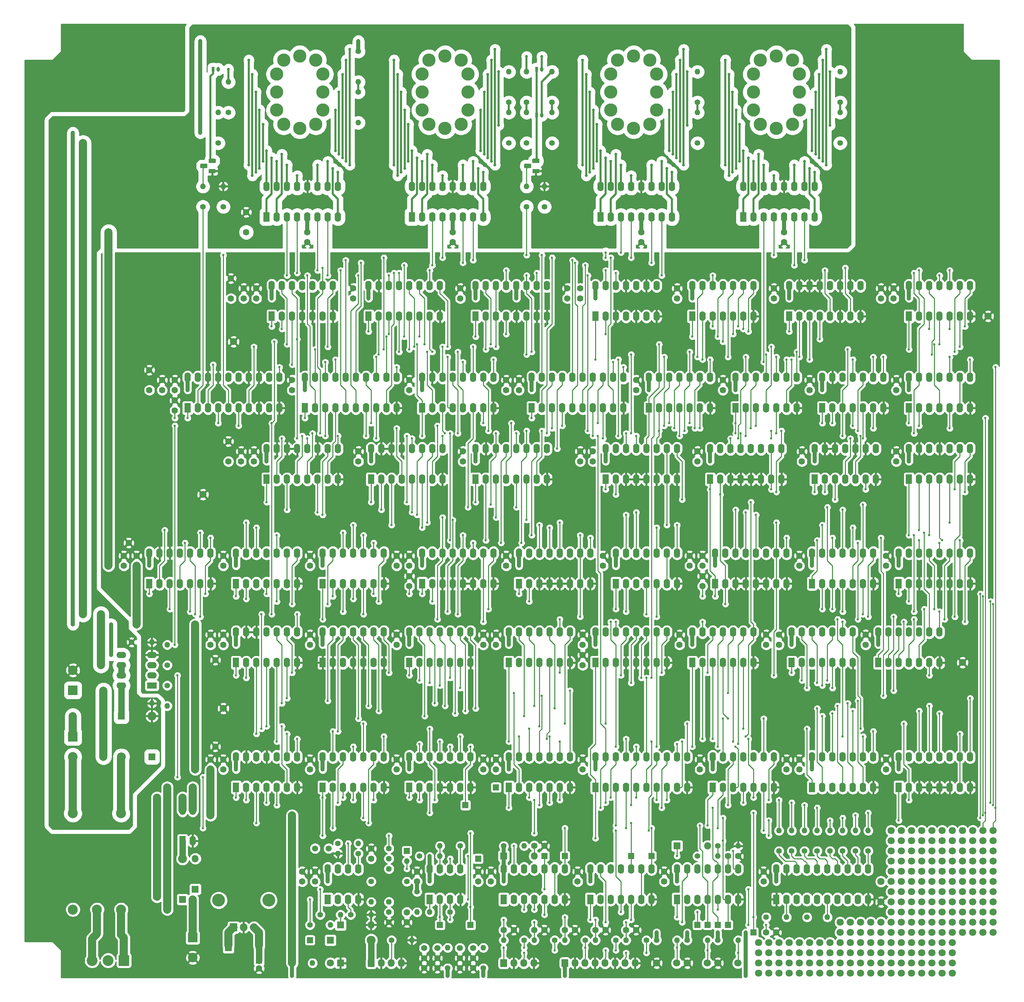
<source format=gbl>
G04 #@! TF.GenerationSoftware,KiCad,Pcbnew,(5.1.5-0-10_14)*
G04 #@! TF.CreationDate,2020-09-21T14:52:22+09:00*
G04 #@! TF.ProjectId,retro_clock,72657472-6f5f-4636-9c6f-636b2e6b6963,rev?*
G04 #@! TF.SameCoordinates,Original*
G04 #@! TF.FileFunction,Copper,L2,Bot*
G04 #@! TF.FilePolarity,Positive*
%FSLAX46Y46*%
G04 Gerber Fmt 4.6, Leading zero omitted, Abs format (unit mm)*
G04 Created by KiCad (PCBNEW (5.1.5-0-10_14)) date 2020-09-21 14:52:22*
%MOMM*%
%LPD*%
G04 APERTURE LIST*
%ADD10C,1.800000*%
%ADD11C,1.400000*%
%ADD12O,1.400000X1.400000*%
%ADD13C,3.200000*%
%ADD14R,1.600000X2.400000*%
%ADD15O,1.600000X2.400000*%
%ADD16R,1.800000X1.800000*%
%ADD17O,1.800000X1.800000*%
%ADD18R,2.400000X2.400000*%
%ADD19C,2.400000*%
%ADD20C,1.600000*%
%ADD21R,1.600000X1.600000*%
%ADD22C,1.500000*%
%ADD23C,0.100000*%
%ADD24C,2.700000*%
%ADD25O,1.700000X1.950000*%
%ADD26O,2.200000X2.200000*%
%ADD27O,0.800000X1.200000*%
%ADD28R,0.800000X1.200000*%
%ADD29C,3.300000*%
%ADD30R,2.400000X1.600000*%
%ADD31O,2.400000X1.600000*%
%ADD32R,1.800000X1.100000*%
%ADD33C,1.440000*%
%ADD34C,1.524000*%
%ADD35C,2.500000*%
%ADD36R,1.905000X2.000000*%
%ADD37O,1.905000X2.000000*%
%ADD38R,1.500000X1.500000*%
%ADD39C,2.000000*%
%ADD40C,0.600000*%
%ADD41C,0.700000*%
%ADD42C,2.000000*%
%ADD43C,0.250000*%
%ADD44C,1.600000*%
%ADD45C,1.000000*%
%ADD46C,0.500000*%
%ADD47C,0.254000*%
G04 APERTURE END LIST*
D10*
X226060000Y-271780000D03*
X238760000Y-271780000D03*
X215900000Y-271780000D03*
X220980000Y-271780000D03*
X231140000Y-271780000D03*
X223520000Y-271780000D03*
X246380000Y-271780000D03*
X248920000Y-271780000D03*
X254000000Y-271780000D03*
X243840000Y-271780000D03*
X251460000Y-271780000D03*
X218440000Y-271780000D03*
X233680000Y-271780000D03*
X236220000Y-271780000D03*
X241300000Y-271780000D03*
X228600000Y-271780000D03*
X256540000Y-271780000D03*
X259080000Y-271780000D03*
X264160000Y-271780000D03*
X261620000Y-271780000D03*
X226060000Y-269240000D03*
X238760000Y-269240000D03*
X215900000Y-269240000D03*
X220980000Y-269240000D03*
X231140000Y-269240000D03*
X223520000Y-269240000D03*
X246380000Y-269240000D03*
X248920000Y-269240000D03*
X254000000Y-269240000D03*
X243840000Y-269240000D03*
X251460000Y-269240000D03*
X218440000Y-269240000D03*
X233680000Y-269240000D03*
X236220000Y-269240000D03*
X241300000Y-269240000D03*
X228600000Y-269240000D03*
X256540000Y-269240000D03*
X259080000Y-269240000D03*
X264160000Y-269240000D03*
X261620000Y-269240000D03*
X220980000Y-266700000D03*
X231140000Y-266700000D03*
X223520000Y-266700000D03*
X226060000Y-266700000D03*
X238760000Y-266700000D03*
X215900000Y-266700000D03*
X246380000Y-266700000D03*
X248920000Y-266700000D03*
X254000000Y-266700000D03*
X243840000Y-266700000D03*
X251460000Y-266700000D03*
X218440000Y-266700000D03*
X233680000Y-266700000D03*
X236220000Y-266700000D03*
X241300000Y-266700000D03*
X228600000Y-266700000D03*
X256540000Y-266700000D03*
X259080000Y-266700000D03*
X264160000Y-266700000D03*
X261620000Y-266700000D03*
X256540000Y-264160000D03*
X259080000Y-264160000D03*
X264160000Y-264160000D03*
X261620000Y-264160000D03*
X246380000Y-264160000D03*
X248920000Y-264160000D03*
X254000000Y-264160000D03*
X243840000Y-264160000D03*
X251460000Y-264160000D03*
X218440000Y-264160000D03*
X233680000Y-264160000D03*
X236220000Y-264160000D03*
X241300000Y-264160000D03*
X228600000Y-264160000D03*
X231140000Y-264160000D03*
X226060000Y-264160000D03*
X238760000Y-264160000D03*
X215900000Y-264160000D03*
X220980000Y-264160000D03*
X223520000Y-264160000D03*
X266700000Y-261620000D03*
X269240000Y-261620000D03*
X274320000Y-261620000D03*
X264160000Y-261620000D03*
X271780000Y-261620000D03*
X238760000Y-261620000D03*
X254000000Y-261620000D03*
X256540000Y-261620000D03*
X261620000Y-261620000D03*
X248920000Y-261620000D03*
X251460000Y-261620000D03*
X246380000Y-261620000D03*
X259080000Y-261620000D03*
X236220000Y-261620000D03*
X241300000Y-261620000D03*
X243840000Y-261620000D03*
X266700000Y-259080000D03*
X269240000Y-259080000D03*
X274320000Y-259080000D03*
X264160000Y-259080000D03*
X271780000Y-259080000D03*
X238760000Y-259080000D03*
X254000000Y-259080000D03*
X256540000Y-259080000D03*
X261620000Y-259080000D03*
X248920000Y-259080000D03*
X251460000Y-259080000D03*
X246380000Y-259080000D03*
X259080000Y-259080000D03*
X236220000Y-259080000D03*
X241300000Y-259080000D03*
X243840000Y-259080000D03*
X251460000Y-256540000D03*
X266700000Y-256540000D03*
X269240000Y-256540000D03*
X274320000Y-256540000D03*
X261620000Y-256540000D03*
X264160000Y-256540000D03*
X259080000Y-256540000D03*
X271780000Y-256540000D03*
X248920000Y-256540000D03*
X254000000Y-256540000D03*
X256540000Y-256540000D03*
X251460000Y-254000000D03*
X266700000Y-254000000D03*
X269240000Y-254000000D03*
X274320000Y-254000000D03*
X261620000Y-254000000D03*
X264160000Y-254000000D03*
X259080000Y-254000000D03*
X271780000Y-254000000D03*
X248920000Y-254000000D03*
X254000000Y-254000000D03*
X256540000Y-254000000D03*
X251460000Y-251460000D03*
X266700000Y-251460000D03*
X269240000Y-251460000D03*
X274320000Y-251460000D03*
X261620000Y-251460000D03*
X264160000Y-251460000D03*
X259080000Y-251460000D03*
X271780000Y-251460000D03*
X248920000Y-251460000D03*
X254000000Y-251460000D03*
X256540000Y-251460000D03*
X274320000Y-248920000D03*
X271780000Y-248920000D03*
X251460000Y-248920000D03*
X261620000Y-248920000D03*
X264160000Y-248920000D03*
X259080000Y-248920000D03*
X266700000Y-248920000D03*
X269240000Y-248920000D03*
X254000000Y-248920000D03*
X256540000Y-248920000D03*
X248920000Y-248920000D03*
X274320000Y-246380000D03*
X271780000Y-246380000D03*
X251460000Y-246380000D03*
X261620000Y-246380000D03*
X264160000Y-246380000D03*
X259080000Y-246380000D03*
X266700000Y-246380000D03*
X269240000Y-246380000D03*
X254000000Y-246380000D03*
X256540000Y-246380000D03*
X248920000Y-246380000D03*
X274320000Y-243840000D03*
X271780000Y-243840000D03*
X251460000Y-243840000D03*
X261620000Y-243840000D03*
X264160000Y-243840000D03*
X259080000Y-243840000D03*
X266700000Y-243840000D03*
X269240000Y-243840000D03*
X254000000Y-243840000D03*
X256540000Y-243840000D03*
X248920000Y-243840000D03*
X274320000Y-241300000D03*
X271780000Y-241300000D03*
X251460000Y-241300000D03*
X261620000Y-241300000D03*
X254000000Y-241300000D03*
X256540000Y-241300000D03*
X248920000Y-241300000D03*
X266700000Y-241300000D03*
X269240000Y-241300000D03*
X264160000Y-241300000D03*
X259080000Y-241300000D03*
X274320000Y-238760000D03*
X271780000Y-238760000D03*
X251460000Y-238760000D03*
X261620000Y-238760000D03*
X254000000Y-238760000D03*
X256540000Y-238760000D03*
X248920000Y-238760000D03*
X266700000Y-238760000D03*
X269240000Y-238760000D03*
X264160000Y-238760000D03*
X259080000Y-238760000D03*
X269240000Y-236220000D03*
X266700000Y-236220000D03*
X264160000Y-236220000D03*
X261620000Y-236220000D03*
X259080000Y-236220000D03*
X256540000Y-236220000D03*
X254000000Y-236220000D03*
X251460000Y-236220000D03*
X248920000Y-236220000D03*
D11*
X59690000Y-189230000D03*
D12*
X64770000Y-189230000D03*
D13*
X93880000Y-253570000D03*
X81380000Y-253570000D03*
D14*
X107315000Y-225425000D03*
D15*
X122555000Y-217805000D03*
X109855000Y-225425000D03*
X120015000Y-217805000D03*
X112395000Y-225425000D03*
X117475000Y-217805000D03*
X114935000Y-225425000D03*
X114935000Y-217805000D03*
X117475000Y-225425000D03*
X112395000Y-217805000D03*
X120015000Y-225425000D03*
X109855000Y-217805000D03*
X122555000Y-225425000D03*
X107315000Y-217805000D03*
D14*
X85725000Y-194310000D03*
D15*
X100965000Y-186690000D03*
X88265000Y-194310000D03*
X98425000Y-186690000D03*
X90805000Y-194310000D03*
X95885000Y-186690000D03*
X93345000Y-194310000D03*
X93345000Y-186690000D03*
X95885000Y-194310000D03*
X90805000Y-186690000D03*
X98425000Y-194310000D03*
X88265000Y-186690000D03*
X100965000Y-194310000D03*
X85725000Y-186690000D03*
D11*
X141605000Y-240030000D03*
D12*
X136525000Y-240030000D03*
D16*
X75565000Y-250825000D03*
D17*
X75565000Y-243205000D03*
D18*
X74930000Y-262890000D03*
D19*
X74930000Y-267890000D03*
D20*
X128270000Y-256580000D03*
X128270000Y-259080000D03*
D18*
X45085000Y-212805000D03*
D19*
X45085000Y-217805000D03*
D18*
X45085000Y-201215000D03*
D19*
X45085000Y-196215000D03*
D20*
X208320000Y-242570000D03*
X210820000Y-242570000D03*
D21*
X91440000Y-268605000D03*
D20*
X91440000Y-270605000D03*
X160020000Y-240030000D03*
X162520000Y-240030000D03*
X119380000Y-243205000D03*
X119380000Y-240705000D03*
X149225000Y-248920000D03*
X149225000Y-246420000D03*
X192405000Y-248920000D03*
X192405000Y-246420000D03*
X167640000Y-260985000D03*
X170140000Y-260985000D03*
X175260000Y-260985000D03*
X177760000Y-260985000D03*
X160020000Y-260985000D03*
X162520000Y-260985000D03*
X182880000Y-260985000D03*
X185380000Y-260985000D03*
X170815000Y-248920000D03*
X170815000Y-246420000D03*
X152400000Y-260985000D03*
X154900000Y-260985000D03*
X105410000Y-248920000D03*
X105410000Y-246420000D03*
X130810000Y-248920000D03*
X130810000Y-246420000D03*
X103505000Y-86995000D03*
X103505000Y-89495000D03*
X139700000Y-86995000D03*
X139700000Y-89495000D03*
X186690000Y-86995000D03*
X186690000Y-89495000D03*
X222250000Y-86995000D03*
X222250000Y-89495000D03*
X185420000Y-126365000D03*
X185420000Y-123865000D03*
X249555000Y-103505000D03*
X249555000Y-101005000D03*
X90805000Y-103505000D03*
X90805000Y-101005000D03*
X171450000Y-103505000D03*
X171450000Y-101005000D03*
X207010000Y-126365000D03*
X207010000Y-123865000D03*
X195580000Y-103505000D03*
X195580000Y-101005000D03*
X141605000Y-103505000D03*
X141605000Y-101005000D03*
X67310000Y-126365000D03*
X67310000Y-123865000D03*
X153035000Y-126365000D03*
X153035000Y-123865000D03*
X168275000Y-103505000D03*
X168275000Y-101005000D03*
X87630000Y-103505000D03*
X87630000Y-101005000D03*
X114935000Y-103505000D03*
X114935000Y-101005000D03*
X219710000Y-103505000D03*
X219710000Y-101005000D03*
X246380000Y-103505000D03*
X246380000Y-101005000D03*
X86995000Y-144145000D03*
X86995000Y-141645000D03*
X90170000Y-144145000D03*
X90170000Y-141645000D03*
X128905000Y-126365000D03*
X128905000Y-123865000D03*
X116205000Y-144145000D03*
X116205000Y-141645000D03*
X142240000Y-144145000D03*
X142240000Y-141645000D03*
X156210000Y-126365000D03*
X156210000Y-123865000D03*
X70485000Y-126365000D03*
X70485000Y-123865000D03*
X99695000Y-126365000D03*
X99695000Y-123865000D03*
X79375000Y-220980000D03*
X79375000Y-218480000D03*
X82550000Y-220980000D03*
X82550000Y-218480000D03*
X196215000Y-189865000D03*
X196215000Y-187365000D03*
X125730000Y-189865000D03*
X125730000Y-187365000D03*
X104140000Y-220980000D03*
X104140000Y-218480000D03*
X147320000Y-220980000D03*
X147320000Y-218480000D03*
X79375000Y-189865000D03*
X79375000Y-187365000D03*
X82550000Y-189865000D03*
X82550000Y-187365000D03*
X147320000Y-189865000D03*
X147320000Y-187365000D03*
X201295000Y-220980000D03*
X201295000Y-218480000D03*
X217170000Y-248920000D03*
X217170000Y-246420000D03*
X222885000Y-220980000D03*
X222885000Y-218480000D03*
X150495000Y-189865000D03*
X150495000Y-187365000D03*
X220980000Y-189865000D03*
X220980000Y-187365000D03*
X226060000Y-220980000D03*
X226060000Y-218480000D03*
X172085000Y-220980000D03*
X172085000Y-218480000D03*
X172085000Y-189865000D03*
X172085000Y-187365000D03*
X247650000Y-220980000D03*
X247650000Y-218480000D03*
X125730000Y-220980000D03*
X125730000Y-218480000D03*
X104140000Y-189865000D03*
X104140000Y-187365000D03*
X150495000Y-220980000D03*
X150495000Y-218480000D03*
X217805000Y-189865000D03*
X217805000Y-187365000D03*
X57785000Y-170180000D03*
X57785000Y-167680000D03*
X125730000Y-170180000D03*
X125730000Y-167680000D03*
X198755000Y-170180000D03*
X198755000Y-167680000D03*
X171450000Y-144145000D03*
X171450000Y-141645000D03*
X128905000Y-170180000D03*
X128905000Y-167680000D03*
X153035000Y-170180000D03*
X153035000Y-167680000D03*
X247650000Y-170180000D03*
X247650000Y-167680000D03*
X201930000Y-170180000D03*
X201930000Y-167680000D03*
X174625000Y-144145000D03*
X174625000Y-141645000D03*
X200660000Y-144145000D03*
X200660000Y-141645000D03*
X82550000Y-170180000D03*
X82550000Y-167680000D03*
X177165000Y-170180000D03*
X177165000Y-167680000D03*
X250190000Y-144145000D03*
X250190000Y-141645000D03*
X104140000Y-170180000D03*
X104140000Y-167680000D03*
X60960000Y-170180000D03*
X60960000Y-167680000D03*
X226060000Y-170180000D03*
X226060000Y-167680000D03*
X228600000Y-126365000D03*
X228600000Y-123865000D03*
X250190000Y-126365000D03*
X250190000Y-123865000D03*
X242570000Y-189865000D03*
X242570000Y-187365000D03*
X226695000Y-144145000D03*
X226695000Y-141645000D03*
D22*
X105410000Y-240665000D03*
X108810000Y-240665000D03*
G04 #@! TA.AperFunction,ComponentPad*
D23*
G36*
X58909503Y-267256204D02*
G01*
X58933772Y-267259804D01*
X58957570Y-267265765D01*
X58980670Y-267274030D01*
X59002849Y-267284520D01*
X59023892Y-267297133D01*
X59043598Y-267311748D01*
X59061776Y-267328224D01*
X59078252Y-267346402D01*
X59092867Y-267366108D01*
X59105480Y-267387151D01*
X59115970Y-267409330D01*
X59124235Y-267432430D01*
X59130196Y-267456228D01*
X59133796Y-267480497D01*
X59135000Y-267505001D01*
X59135000Y-269704999D01*
X59133796Y-269729503D01*
X59130196Y-269753772D01*
X59124235Y-269777570D01*
X59115970Y-269800670D01*
X59105480Y-269822849D01*
X59092867Y-269843892D01*
X59078252Y-269863598D01*
X59061776Y-269881776D01*
X59043598Y-269898252D01*
X59023892Y-269912867D01*
X59002849Y-269925480D01*
X58980670Y-269935970D01*
X58957570Y-269944235D01*
X58933772Y-269950196D01*
X58909503Y-269953796D01*
X58884999Y-269955000D01*
X56685001Y-269955000D01*
X56660497Y-269953796D01*
X56636228Y-269950196D01*
X56612430Y-269944235D01*
X56589330Y-269935970D01*
X56567151Y-269925480D01*
X56546108Y-269912867D01*
X56526402Y-269898252D01*
X56508224Y-269881776D01*
X56491748Y-269863598D01*
X56477133Y-269843892D01*
X56464520Y-269822849D01*
X56454030Y-269800670D01*
X56445765Y-269777570D01*
X56439804Y-269753772D01*
X56436204Y-269729503D01*
X56435000Y-269704999D01*
X56435000Y-267505001D01*
X56436204Y-267480497D01*
X56439804Y-267456228D01*
X56445765Y-267432430D01*
X56454030Y-267409330D01*
X56464520Y-267387151D01*
X56477133Y-267366108D01*
X56491748Y-267346402D01*
X56508224Y-267328224D01*
X56526402Y-267311748D01*
X56546108Y-267297133D01*
X56567151Y-267284520D01*
X56589330Y-267274030D01*
X56612430Y-267265765D01*
X56636228Y-267259804D01*
X56660497Y-267256204D01*
X56685001Y-267255000D01*
X58884999Y-267255000D01*
X58909503Y-267256204D01*
G37*
G04 #@! TD.AperFunction*
D24*
X53825000Y-268605000D03*
X49865000Y-268605000D03*
G04 #@! TA.AperFunction,ComponentPad*
D23*
G36*
X120004504Y-268266204D02*
G01*
X120028773Y-268269804D01*
X120052571Y-268275765D01*
X120075671Y-268284030D01*
X120097849Y-268294520D01*
X120118893Y-268307133D01*
X120138598Y-268321747D01*
X120156777Y-268338223D01*
X120173253Y-268356402D01*
X120187867Y-268376107D01*
X120200480Y-268397151D01*
X120210970Y-268419329D01*
X120219235Y-268442429D01*
X120225196Y-268466227D01*
X120228796Y-268490496D01*
X120230000Y-268515000D01*
X120230000Y-269965000D01*
X120228796Y-269989504D01*
X120225196Y-270013773D01*
X120219235Y-270037571D01*
X120210970Y-270060671D01*
X120200480Y-270082849D01*
X120187867Y-270103893D01*
X120173253Y-270123598D01*
X120156777Y-270141777D01*
X120138598Y-270158253D01*
X120118893Y-270172867D01*
X120097849Y-270185480D01*
X120075671Y-270195970D01*
X120052571Y-270204235D01*
X120028773Y-270210196D01*
X120004504Y-270213796D01*
X119980000Y-270215000D01*
X118780000Y-270215000D01*
X118755496Y-270213796D01*
X118731227Y-270210196D01*
X118707429Y-270204235D01*
X118684329Y-270195970D01*
X118662151Y-270185480D01*
X118641107Y-270172867D01*
X118621402Y-270158253D01*
X118603223Y-270141777D01*
X118586747Y-270123598D01*
X118572133Y-270103893D01*
X118559520Y-270082849D01*
X118549030Y-270060671D01*
X118540765Y-270037571D01*
X118534804Y-270013773D01*
X118531204Y-269989504D01*
X118530000Y-269965000D01*
X118530000Y-268515000D01*
X118531204Y-268490496D01*
X118534804Y-268466227D01*
X118540765Y-268442429D01*
X118549030Y-268419329D01*
X118559520Y-268397151D01*
X118572133Y-268376107D01*
X118586747Y-268356402D01*
X118603223Y-268338223D01*
X118621402Y-268321747D01*
X118641107Y-268307133D01*
X118662151Y-268294520D01*
X118684329Y-268284030D01*
X118707429Y-268275765D01*
X118731227Y-268269804D01*
X118755496Y-268266204D01*
X118780000Y-268265000D01*
X119980000Y-268265000D01*
X120004504Y-268266204D01*
G37*
G04 #@! TD.AperFunction*
D25*
X121880000Y-269240000D03*
X124380000Y-269240000D03*
X126880000Y-269240000D03*
G04 #@! TA.AperFunction,ComponentPad*
D23*
G36*
X168264504Y-268266204D02*
G01*
X168288773Y-268269804D01*
X168312571Y-268275765D01*
X168335671Y-268284030D01*
X168357849Y-268294520D01*
X168378893Y-268307133D01*
X168398598Y-268321747D01*
X168416777Y-268338223D01*
X168433253Y-268356402D01*
X168447867Y-268376107D01*
X168460480Y-268397151D01*
X168470970Y-268419329D01*
X168479235Y-268442429D01*
X168485196Y-268466227D01*
X168488796Y-268490496D01*
X168490000Y-268515000D01*
X168490000Y-269965000D01*
X168488796Y-269989504D01*
X168485196Y-270013773D01*
X168479235Y-270037571D01*
X168470970Y-270060671D01*
X168460480Y-270082849D01*
X168447867Y-270103893D01*
X168433253Y-270123598D01*
X168416777Y-270141777D01*
X168398598Y-270158253D01*
X168378893Y-270172867D01*
X168357849Y-270185480D01*
X168335671Y-270195970D01*
X168312571Y-270204235D01*
X168288773Y-270210196D01*
X168264504Y-270213796D01*
X168240000Y-270215000D01*
X167040000Y-270215000D01*
X167015496Y-270213796D01*
X166991227Y-270210196D01*
X166967429Y-270204235D01*
X166944329Y-270195970D01*
X166922151Y-270185480D01*
X166901107Y-270172867D01*
X166881402Y-270158253D01*
X166863223Y-270141777D01*
X166846747Y-270123598D01*
X166832133Y-270103893D01*
X166819520Y-270082849D01*
X166809030Y-270060671D01*
X166800765Y-270037571D01*
X166794804Y-270013773D01*
X166791204Y-269989504D01*
X166790000Y-269965000D01*
X166790000Y-268515000D01*
X166791204Y-268490496D01*
X166794804Y-268466227D01*
X166800765Y-268442429D01*
X166809030Y-268419329D01*
X166819520Y-268397151D01*
X166832133Y-268376107D01*
X166846747Y-268356402D01*
X166863223Y-268338223D01*
X166881402Y-268321747D01*
X166901107Y-268307133D01*
X166922151Y-268294520D01*
X166944329Y-268284030D01*
X166967429Y-268275765D01*
X166991227Y-268269804D01*
X167015496Y-268266204D01*
X167040000Y-268265000D01*
X168240000Y-268265000D01*
X168264504Y-268266204D01*
G37*
G04 #@! TD.AperFunction*
D25*
X170140000Y-269240000D03*
X172640000Y-269240000D03*
X175140000Y-269240000D03*
X177640000Y-269240000D03*
X180140000Y-269240000D03*
X182640000Y-269240000D03*
X185140000Y-269240000D03*
G04 #@! TA.AperFunction,ComponentPad*
D23*
G36*
X153024504Y-268266204D02*
G01*
X153048773Y-268269804D01*
X153072571Y-268275765D01*
X153095671Y-268284030D01*
X153117849Y-268294520D01*
X153138893Y-268307133D01*
X153158598Y-268321747D01*
X153176777Y-268338223D01*
X153193253Y-268356402D01*
X153207867Y-268376107D01*
X153220480Y-268397151D01*
X153230970Y-268419329D01*
X153239235Y-268442429D01*
X153245196Y-268466227D01*
X153248796Y-268490496D01*
X153250000Y-268515000D01*
X153250000Y-269965000D01*
X153248796Y-269989504D01*
X153245196Y-270013773D01*
X153239235Y-270037571D01*
X153230970Y-270060671D01*
X153220480Y-270082849D01*
X153207867Y-270103893D01*
X153193253Y-270123598D01*
X153176777Y-270141777D01*
X153158598Y-270158253D01*
X153138893Y-270172867D01*
X153117849Y-270185480D01*
X153095671Y-270195970D01*
X153072571Y-270204235D01*
X153048773Y-270210196D01*
X153024504Y-270213796D01*
X153000000Y-270215000D01*
X151800000Y-270215000D01*
X151775496Y-270213796D01*
X151751227Y-270210196D01*
X151727429Y-270204235D01*
X151704329Y-270195970D01*
X151682151Y-270185480D01*
X151661107Y-270172867D01*
X151641402Y-270158253D01*
X151623223Y-270141777D01*
X151606747Y-270123598D01*
X151592133Y-270103893D01*
X151579520Y-270082849D01*
X151569030Y-270060671D01*
X151560765Y-270037571D01*
X151554804Y-270013773D01*
X151551204Y-269989504D01*
X151550000Y-269965000D01*
X151550000Y-268515000D01*
X151551204Y-268490496D01*
X151554804Y-268466227D01*
X151560765Y-268442429D01*
X151569030Y-268419329D01*
X151579520Y-268397151D01*
X151592133Y-268376107D01*
X151606747Y-268356402D01*
X151623223Y-268338223D01*
X151641402Y-268321747D01*
X151661107Y-268307133D01*
X151682151Y-268294520D01*
X151704329Y-268284030D01*
X151727429Y-268275765D01*
X151751227Y-268269804D01*
X151775496Y-268266204D01*
X151800000Y-268265000D01*
X153000000Y-268265000D01*
X153024504Y-268266204D01*
G37*
G04 #@! TD.AperFunction*
D25*
X154900000Y-269240000D03*
X157400000Y-269240000D03*
X159900000Y-269240000D03*
D14*
X72390000Y-238760000D03*
D15*
X74930000Y-231140000D03*
X74930000Y-238760000D03*
X72390000Y-231140000D03*
D16*
X195580000Y-240030000D03*
D17*
X203200000Y-240030000D03*
D16*
X72390000Y-253365000D03*
D26*
X72390000Y-243205000D03*
D16*
X109220000Y-263525000D03*
D26*
X119380000Y-263525000D03*
D16*
X111760000Y-259715000D03*
D17*
X119380000Y-259715000D03*
D16*
X57150000Y-207645000D03*
D26*
X57150000Y-217805000D03*
D16*
X64770000Y-217805000D03*
D26*
X64770000Y-207645000D03*
D16*
X83820000Y-265430000D03*
D17*
X91440000Y-265430000D03*
D16*
X111760000Y-269240000D03*
D10*
X109220000Y-269240000D03*
D16*
X152400000Y-242570000D03*
D17*
X160020000Y-242570000D03*
D14*
X152400000Y-253365000D03*
D15*
X167640000Y-245745000D03*
X154940000Y-253365000D03*
X165100000Y-245745000D03*
X157480000Y-253365000D03*
X162560000Y-245745000D03*
X160020000Y-253365000D03*
X160020000Y-245745000D03*
X162560000Y-253365000D03*
X157480000Y-245745000D03*
X165100000Y-253365000D03*
X154940000Y-245745000D03*
X167640000Y-253365000D03*
X152400000Y-245745000D03*
D14*
X108585000Y-253365000D03*
D15*
X116205000Y-245745000D03*
X111125000Y-253365000D03*
X113665000Y-245745000D03*
X113665000Y-253365000D03*
X111125000Y-245745000D03*
X116205000Y-253365000D03*
X108585000Y-245745000D03*
D14*
X195580000Y-253365000D03*
D15*
X210820000Y-245745000D03*
X198120000Y-253365000D03*
X208280000Y-245745000D03*
X200660000Y-253365000D03*
X205740000Y-245745000D03*
X203200000Y-253365000D03*
X203200000Y-245745000D03*
X205740000Y-253365000D03*
X200660000Y-245745000D03*
X208280000Y-253365000D03*
X198120000Y-245745000D03*
X210820000Y-253365000D03*
X195580000Y-245745000D03*
D14*
X133985000Y-253365000D03*
D15*
X141605000Y-245745000D03*
X136525000Y-253365000D03*
X139065000Y-245745000D03*
X139065000Y-253365000D03*
X136525000Y-245745000D03*
X141605000Y-253365000D03*
X133985000Y-245745000D03*
D14*
X173990000Y-253365000D03*
D15*
X189230000Y-245745000D03*
X176530000Y-253365000D03*
X186690000Y-245745000D03*
X179070000Y-253365000D03*
X184150000Y-245745000D03*
X181610000Y-253365000D03*
X181610000Y-245745000D03*
X184150000Y-253365000D03*
X179070000Y-245745000D03*
X186690000Y-253365000D03*
X176530000Y-245745000D03*
X189230000Y-253365000D03*
X173990000Y-245745000D03*
D14*
X93345000Y-83185000D03*
D15*
X111125000Y-75565000D03*
X95885000Y-83185000D03*
X108585000Y-75565000D03*
X98425000Y-83185000D03*
X106045000Y-75565000D03*
X100965000Y-83185000D03*
X103505000Y-75565000D03*
X103505000Y-83185000D03*
X100965000Y-75565000D03*
X106045000Y-83185000D03*
X98425000Y-75565000D03*
X108585000Y-83185000D03*
X95885000Y-75565000D03*
X111125000Y-83185000D03*
X93345000Y-75565000D03*
D14*
X129540000Y-83185000D03*
D15*
X147320000Y-75565000D03*
X132080000Y-83185000D03*
X144780000Y-75565000D03*
X134620000Y-83185000D03*
X142240000Y-75565000D03*
X137160000Y-83185000D03*
X139700000Y-75565000D03*
X139700000Y-83185000D03*
X137160000Y-75565000D03*
X142240000Y-83185000D03*
X134620000Y-75565000D03*
X144780000Y-83185000D03*
X132080000Y-75565000D03*
X147320000Y-83185000D03*
X129540000Y-75565000D03*
D14*
X176530000Y-83185000D03*
D15*
X194310000Y-75565000D03*
X179070000Y-83185000D03*
X191770000Y-75565000D03*
X181610000Y-83185000D03*
X189230000Y-75565000D03*
X184150000Y-83185000D03*
X186690000Y-75565000D03*
X186690000Y-83185000D03*
X184150000Y-75565000D03*
X189230000Y-83185000D03*
X181610000Y-75565000D03*
X191770000Y-83185000D03*
X179070000Y-75565000D03*
X194310000Y-83185000D03*
X176530000Y-75565000D03*
D14*
X212090000Y-83185000D03*
D15*
X229870000Y-75565000D03*
X214630000Y-83185000D03*
X227330000Y-75565000D03*
X217170000Y-83185000D03*
X224790000Y-75565000D03*
X219710000Y-83185000D03*
X222250000Y-75565000D03*
X222250000Y-83185000D03*
X219710000Y-75565000D03*
X224790000Y-83185000D03*
X217170000Y-75565000D03*
X227330000Y-83185000D03*
X214630000Y-75565000D03*
X229870000Y-83185000D03*
X212090000Y-75565000D03*
D14*
X188595000Y-130810000D03*
D15*
X203835000Y-123190000D03*
X191135000Y-130810000D03*
X201295000Y-123190000D03*
X193675000Y-130810000D03*
X198755000Y-123190000D03*
X196215000Y-130810000D03*
X196215000Y-123190000D03*
X198755000Y-130810000D03*
X193675000Y-123190000D03*
X201295000Y-130810000D03*
X191135000Y-123190000D03*
X203835000Y-130810000D03*
X188595000Y-123190000D03*
D14*
X253365000Y-107950000D03*
D15*
X268605000Y-100330000D03*
X255905000Y-107950000D03*
X266065000Y-100330000D03*
X258445000Y-107950000D03*
X263525000Y-100330000D03*
X260985000Y-107950000D03*
X260985000Y-100330000D03*
X263525000Y-107950000D03*
X258445000Y-100330000D03*
X266065000Y-107950000D03*
X255905000Y-100330000D03*
X268605000Y-107950000D03*
X253365000Y-100330000D03*
D14*
X175260000Y-107950000D03*
D15*
X190500000Y-100330000D03*
X177800000Y-107950000D03*
X187960000Y-100330000D03*
X180340000Y-107950000D03*
X185420000Y-100330000D03*
X182880000Y-107950000D03*
X182880000Y-100330000D03*
X185420000Y-107950000D03*
X180340000Y-100330000D03*
X187960000Y-107950000D03*
X177800000Y-100330000D03*
X190500000Y-107950000D03*
X175260000Y-100330000D03*
D14*
X210185000Y-130810000D03*
D15*
X225425000Y-123190000D03*
X212725000Y-130810000D03*
X222885000Y-123190000D03*
X215265000Y-130810000D03*
X220345000Y-123190000D03*
X217805000Y-130810000D03*
X217805000Y-123190000D03*
X220345000Y-130810000D03*
X215265000Y-123190000D03*
X222885000Y-130810000D03*
X212725000Y-123190000D03*
X225425000Y-130810000D03*
X210185000Y-123190000D03*
D14*
X94615000Y-107950000D03*
D15*
X109855000Y-100330000D03*
X97155000Y-107950000D03*
X107315000Y-100330000D03*
X99695000Y-107950000D03*
X104775000Y-100330000D03*
X102235000Y-107950000D03*
X102235000Y-100330000D03*
X104775000Y-107950000D03*
X99695000Y-100330000D03*
X107315000Y-107950000D03*
X97155000Y-100330000D03*
X109855000Y-107950000D03*
X94615000Y-100330000D03*
D14*
X145415000Y-107950000D03*
D15*
X163195000Y-100330000D03*
X147955000Y-107950000D03*
X160655000Y-100330000D03*
X150495000Y-107950000D03*
X158115000Y-100330000D03*
X153035000Y-107950000D03*
X155575000Y-100330000D03*
X155575000Y-107950000D03*
X153035000Y-100330000D03*
X158115000Y-107950000D03*
X150495000Y-100330000D03*
X160655000Y-107950000D03*
X147955000Y-100330000D03*
X163195000Y-107950000D03*
X145415000Y-100330000D03*
D14*
X199390000Y-107950000D03*
D15*
X214630000Y-100330000D03*
X201930000Y-107950000D03*
X212090000Y-100330000D03*
X204470000Y-107950000D03*
X209550000Y-100330000D03*
X207010000Y-107950000D03*
X207010000Y-100330000D03*
X209550000Y-107950000D03*
X204470000Y-100330000D03*
X212090000Y-107950000D03*
X201930000Y-100330000D03*
X214630000Y-107950000D03*
X199390000Y-100330000D03*
D14*
X118745000Y-107950000D03*
D15*
X136525000Y-100330000D03*
X121285000Y-107950000D03*
X133985000Y-100330000D03*
X123825000Y-107950000D03*
X131445000Y-100330000D03*
X126365000Y-107950000D03*
X128905000Y-100330000D03*
X128905000Y-107950000D03*
X126365000Y-100330000D03*
X131445000Y-107950000D03*
X123825000Y-100330000D03*
X133985000Y-107950000D03*
X121285000Y-100330000D03*
X136525000Y-107950000D03*
X118745000Y-100330000D03*
D14*
X223520000Y-107950000D03*
D15*
X241300000Y-100330000D03*
X226060000Y-107950000D03*
X238760000Y-100330000D03*
X228600000Y-107950000D03*
X236220000Y-100330000D03*
X231140000Y-107950000D03*
X233680000Y-100330000D03*
X233680000Y-107950000D03*
X231140000Y-100330000D03*
X236220000Y-107950000D03*
X228600000Y-100330000D03*
X238760000Y-107950000D03*
X226060000Y-100330000D03*
X241300000Y-107950000D03*
X223520000Y-100330000D03*
D14*
X93345000Y-148590000D03*
D15*
X111125000Y-140970000D03*
X95885000Y-148590000D03*
X108585000Y-140970000D03*
X98425000Y-148590000D03*
X106045000Y-140970000D03*
X100965000Y-148590000D03*
X103505000Y-140970000D03*
X103505000Y-148590000D03*
X100965000Y-140970000D03*
X106045000Y-148590000D03*
X98425000Y-140970000D03*
X108585000Y-148590000D03*
X95885000Y-140970000D03*
X111125000Y-148590000D03*
X93345000Y-140970000D03*
D14*
X132080000Y-130810000D03*
D15*
X149860000Y-123190000D03*
X134620000Y-130810000D03*
X147320000Y-123190000D03*
X137160000Y-130810000D03*
X144780000Y-123190000D03*
X139700000Y-130810000D03*
X142240000Y-123190000D03*
X142240000Y-130810000D03*
X139700000Y-123190000D03*
X144780000Y-130810000D03*
X137160000Y-123190000D03*
X147320000Y-130810000D03*
X134620000Y-123190000D03*
X149860000Y-130810000D03*
X132080000Y-123190000D03*
D14*
X119380000Y-148590000D03*
D15*
X137160000Y-140970000D03*
X121920000Y-148590000D03*
X134620000Y-140970000D03*
X124460000Y-148590000D03*
X132080000Y-140970000D03*
X127000000Y-148590000D03*
X129540000Y-140970000D03*
X129540000Y-148590000D03*
X127000000Y-140970000D03*
X132080000Y-148590000D03*
X124460000Y-140970000D03*
X134620000Y-148590000D03*
X121920000Y-140970000D03*
X137160000Y-148590000D03*
X119380000Y-140970000D03*
D14*
X145415000Y-148590000D03*
D15*
X163195000Y-140970000D03*
X147955000Y-148590000D03*
X160655000Y-140970000D03*
X150495000Y-148590000D03*
X158115000Y-140970000D03*
X153035000Y-148590000D03*
X155575000Y-140970000D03*
X155575000Y-148590000D03*
X153035000Y-140970000D03*
X158115000Y-148590000D03*
X150495000Y-140970000D03*
X160655000Y-148590000D03*
X147955000Y-140970000D03*
X163195000Y-148590000D03*
X145415000Y-140970000D03*
D14*
X159385000Y-130810000D03*
D15*
X182245000Y-123190000D03*
X161925000Y-130810000D03*
X179705000Y-123190000D03*
X164465000Y-130810000D03*
X177165000Y-123190000D03*
X167005000Y-130810000D03*
X174625000Y-123190000D03*
X169545000Y-130810000D03*
X172085000Y-123190000D03*
X172085000Y-130810000D03*
X169545000Y-123190000D03*
X174625000Y-130810000D03*
X167005000Y-123190000D03*
X177165000Y-130810000D03*
X164465000Y-123190000D03*
X179705000Y-130810000D03*
X161925000Y-123190000D03*
X182245000Y-130810000D03*
X159385000Y-123190000D03*
D14*
X73660000Y-130810000D03*
D15*
X96520000Y-123190000D03*
X76200000Y-130810000D03*
X93980000Y-123190000D03*
X78740000Y-130810000D03*
X91440000Y-123190000D03*
X81280000Y-130810000D03*
X88900000Y-123190000D03*
X83820000Y-130810000D03*
X86360000Y-123190000D03*
X86360000Y-130810000D03*
X83820000Y-123190000D03*
X88900000Y-130810000D03*
X81280000Y-123190000D03*
X91440000Y-130810000D03*
X78740000Y-123190000D03*
X93980000Y-130810000D03*
X76200000Y-123190000D03*
X96520000Y-130810000D03*
X73660000Y-123190000D03*
D14*
X102870000Y-130810000D03*
D15*
X125730000Y-123190000D03*
X105410000Y-130810000D03*
X123190000Y-123190000D03*
X107950000Y-130810000D03*
X120650000Y-123190000D03*
X110490000Y-130810000D03*
X118110000Y-123190000D03*
X113030000Y-130810000D03*
X115570000Y-123190000D03*
X115570000Y-130810000D03*
X113030000Y-123190000D03*
X118110000Y-130810000D03*
X110490000Y-123190000D03*
X120650000Y-130810000D03*
X107950000Y-123190000D03*
X123190000Y-130810000D03*
X105410000Y-123190000D03*
X125730000Y-130810000D03*
X102870000Y-123190000D03*
D14*
X85725000Y-225425000D03*
D15*
X100965000Y-217805000D03*
X88265000Y-225425000D03*
X98425000Y-217805000D03*
X90805000Y-225425000D03*
X95885000Y-217805000D03*
X93345000Y-225425000D03*
X93345000Y-217805000D03*
X95885000Y-225425000D03*
X90805000Y-217805000D03*
X98425000Y-225425000D03*
X88265000Y-217805000D03*
X100965000Y-225425000D03*
X85725000Y-217805000D03*
D14*
X199390000Y-194310000D03*
D15*
X214630000Y-186690000D03*
X201930000Y-194310000D03*
X212090000Y-186690000D03*
X204470000Y-194310000D03*
X209550000Y-186690000D03*
X207010000Y-194310000D03*
X207010000Y-186690000D03*
X209550000Y-194310000D03*
X204470000Y-186690000D03*
X212090000Y-194310000D03*
X201930000Y-186690000D03*
X214630000Y-194310000D03*
X199390000Y-186690000D03*
D14*
X128905000Y-194310000D03*
D15*
X144145000Y-186690000D03*
X131445000Y-194310000D03*
X141605000Y-186690000D03*
X133985000Y-194310000D03*
X139065000Y-186690000D03*
X136525000Y-194310000D03*
X136525000Y-186690000D03*
X139065000Y-194310000D03*
X133985000Y-186690000D03*
X141605000Y-194310000D03*
X131445000Y-186690000D03*
X144145000Y-194310000D03*
X128905000Y-186690000D03*
D14*
X220345000Y-253365000D03*
D15*
X243205000Y-245745000D03*
X222885000Y-253365000D03*
X240665000Y-245745000D03*
X225425000Y-253365000D03*
X238125000Y-245745000D03*
X227965000Y-253365000D03*
X235585000Y-245745000D03*
X230505000Y-253365000D03*
X233045000Y-245745000D03*
X233045000Y-253365000D03*
X230505000Y-245745000D03*
X235585000Y-253365000D03*
X227965000Y-245745000D03*
X238125000Y-253365000D03*
X225425000Y-245745000D03*
X240665000Y-253365000D03*
X222885000Y-245745000D03*
X243205000Y-253365000D03*
X220345000Y-245745000D03*
D14*
X204470000Y-225425000D03*
D15*
X219710000Y-217805000D03*
X207010000Y-225425000D03*
X217170000Y-217805000D03*
X209550000Y-225425000D03*
X214630000Y-217805000D03*
X212090000Y-225425000D03*
X212090000Y-217805000D03*
X214630000Y-225425000D03*
X209550000Y-217805000D03*
X217170000Y-225425000D03*
X207010000Y-217805000D03*
X219710000Y-225425000D03*
X204470000Y-217805000D03*
D14*
X128905000Y-225425000D03*
D15*
X144145000Y-217805000D03*
X131445000Y-225425000D03*
X141605000Y-217805000D03*
X133985000Y-225425000D03*
X139065000Y-217805000D03*
X136525000Y-225425000D03*
X136525000Y-217805000D03*
X139065000Y-225425000D03*
X133985000Y-217805000D03*
X141605000Y-225425000D03*
X131445000Y-217805000D03*
X144145000Y-225425000D03*
X128905000Y-217805000D03*
D14*
X107315000Y-194310000D03*
D15*
X122555000Y-186690000D03*
X109855000Y-194310000D03*
X120015000Y-186690000D03*
X112395000Y-194310000D03*
X117475000Y-186690000D03*
X114935000Y-194310000D03*
X114935000Y-186690000D03*
X117475000Y-194310000D03*
X112395000Y-186690000D03*
X120015000Y-194310000D03*
X109855000Y-186690000D03*
X122555000Y-194310000D03*
X107315000Y-186690000D03*
D14*
X153670000Y-194310000D03*
D15*
X168910000Y-186690000D03*
X156210000Y-194310000D03*
X166370000Y-186690000D03*
X158750000Y-194310000D03*
X163830000Y-186690000D03*
X161290000Y-194310000D03*
X161290000Y-186690000D03*
X163830000Y-194310000D03*
X158750000Y-186690000D03*
X166370000Y-194310000D03*
X156210000Y-186690000D03*
X168910000Y-194310000D03*
X153670000Y-186690000D03*
D14*
X224155000Y-194310000D03*
D15*
X239395000Y-186690000D03*
X226695000Y-194310000D03*
X236855000Y-186690000D03*
X229235000Y-194310000D03*
X234315000Y-186690000D03*
X231775000Y-194310000D03*
X231775000Y-186690000D03*
X234315000Y-194310000D03*
X229235000Y-186690000D03*
X236855000Y-194310000D03*
X226695000Y-186690000D03*
X239395000Y-194310000D03*
X224155000Y-186690000D03*
D14*
X153670000Y-225425000D03*
D15*
X168910000Y-217805000D03*
X156210000Y-225425000D03*
X166370000Y-217805000D03*
X158750000Y-225425000D03*
X163830000Y-217805000D03*
X161290000Y-225425000D03*
X161290000Y-217805000D03*
X163830000Y-225425000D03*
X158750000Y-217805000D03*
X166370000Y-225425000D03*
X156210000Y-217805000D03*
X168910000Y-225425000D03*
X153670000Y-217805000D03*
D14*
X175260000Y-225425000D03*
D15*
X198120000Y-217805000D03*
X177800000Y-225425000D03*
X195580000Y-217805000D03*
X180340000Y-225425000D03*
X193040000Y-217805000D03*
X182880000Y-225425000D03*
X190500000Y-217805000D03*
X185420000Y-225425000D03*
X187960000Y-217805000D03*
X187960000Y-225425000D03*
X185420000Y-217805000D03*
X190500000Y-225425000D03*
X182880000Y-217805000D03*
X193040000Y-225425000D03*
X180340000Y-217805000D03*
X195580000Y-225425000D03*
X177800000Y-217805000D03*
X198120000Y-225425000D03*
X175260000Y-217805000D03*
D14*
X175260000Y-194310000D03*
D15*
X193040000Y-186690000D03*
X177800000Y-194310000D03*
X190500000Y-186690000D03*
X180340000Y-194310000D03*
X187960000Y-186690000D03*
X182880000Y-194310000D03*
X185420000Y-186690000D03*
X185420000Y-194310000D03*
X182880000Y-186690000D03*
X187960000Y-194310000D03*
X180340000Y-186690000D03*
X190500000Y-194310000D03*
X177800000Y-186690000D03*
X193040000Y-194310000D03*
X175260000Y-186690000D03*
D14*
X250825000Y-225425000D03*
D15*
X268605000Y-217805000D03*
X253365000Y-225425000D03*
X266065000Y-217805000D03*
X255905000Y-225425000D03*
X263525000Y-217805000D03*
X258445000Y-225425000D03*
X260985000Y-217805000D03*
X260985000Y-225425000D03*
X258445000Y-217805000D03*
X263525000Y-225425000D03*
X255905000Y-217805000D03*
X266065000Y-225425000D03*
X253365000Y-217805000D03*
X268605000Y-225425000D03*
X250825000Y-217805000D03*
D14*
X229235000Y-225425000D03*
D15*
X244475000Y-217805000D03*
X231775000Y-225425000D03*
X241935000Y-217805000D03*
X234315000Y-225425000D03*
X239395000Y-217805000D03*
X236855000Y-225425000D03*
X236855000Y-217805000D03*
X239395000Y-225425000D03*
X234315000Y-217805000D03*
X241935000Y-225425000D03*
X231775000Y-217805000D03*
X244475000Y-225425000D03*
X229235000Y-217805000D03*
D14*
X64135000Y-174625000D03*
D15*
X79375000Y-167005000D03*
X66675000Y-174625000D03*
X76835000Y-167005000D03*
X69215000Y-174625000D03*
X74295000Y-167005000D03*
X71755000Y-174625000D03*
X71755000Y-167005000D03*
X74295000Y-174625000D03*
X69215000Y-167005000D03*
X76835000Y-174625000D03*
X66675000Y-167005000D03*
X79375000Y-174625000D03*
X64135000Y-167005000D03*
D14*
X245745000Y-194310000D03*
D15*
X260985000Y-186690000D03*
X248285000Y-194310000D03*
X258445000Y-186690000D03*
X250825000Y-194310000D03*
X255905000Y-186690000D03*
X253365000Y-194310000D03*
X253365000Y-186690000D03*
X255905000Y-194310000D03*
X250825000Y-186690000D03*
X258445000Y-194310000D03*
X248285000Y-186690000D03*
X260985000Y-194310000D03*
X245745000Y-186690000D03*
D14*
X253365000Y-148590000D03*
D15*
X268605000Y-140970000D03*
X255905000Y-148590000D03*
X266065000Y-140970000D03*
X258445000Y-148590000D03*
X263525000Y-140970000D03*
X260985000Y-148590000D03*
X260985000Y-140970000D03*
X263525000Y-148590000D03*
X258445000Y-140970000D03*
X266065000Y-148590000D03*
X255905000Y-140970000D03*
X268605000Y-148590000D03*
X253365000Y-140970000D03*
D14*
X229870000Y-148590000D03*
D15*
X245110000Y-140970000D03*
X232410000Y-148590000D03*
X242570000Y-140970000D03*
X234950000Y-148590000D03*
X240030000Y-140970000D03*
X237490000Y-148590000D03*
X237490000Y-140970000D03*
X240030000Y-148590000D03*
X234950000Y-140970000D03*
X242570000Y-148590000D03*
X232410000Y-140970000D03*
X245110000Y-148590000D03*
X229870000Y-140970000D03*
D14*
X132080000Y-174625000D03*
D15*
X149860000Y-167005000D03*
X134620000Y-174625000D03*
X147320000Y-167005000D03*
X137160000Y-174625000D03*
X144780000Y-167005000D03*
X139700000Y-174625000D03*
X142240000Y-167005000D03*
X142240000Y-174625000D03*
X139700000Y-167005000D03*
X144780000Y-174625000D03*
X137160000Y-167005000D03*
X147320000Y-174625000D03*
X134620000Y-167005000D03*
X149860000Y-174625000D03*
X132080000Y-167005000D03*
D14*
X156210000Y-174625000D03*
D15*
X173990000Y-167005000D03*
X158750000Y-174625000D03*
X171450000Y-167005000D03*
X161290000Y-174625000D03*
X168910000Y-167005000D03*
X163830000Y-174625000D03*
X166370000Y-167005000D03*
X166370000Y-174625000D03*
X163830000Y-167005000D03*
X168910000Y-174625000D03*
X161290000Y-167005000D03*
X171450000Y-174625000D03*
X158750000Y-167005000D03*
X173990000Y-174625000D03*
X156210000Y-167005000D03*
D14*
X250825000Y-174625000D03*
D15*
X268605000Y-167005000D03*
X253365000Y-174625000D03*
X266065000Y-167005000D03*
X255905000Y-174625000D03*
X263525000Y-167005000D03*
X258445000Y-174625000D03*
X260985000Y-167005000D03*
X260985000Y-174625000D03*
X258445000Y-167005000D03*
X263525000Y-174625000D03*
X255905000Y-167005000D03*
X266065000Y-174625000D03*
X253365000Y-167005000D03*
X268605000Y-174625000D03*
X250825000Y-167005000D03*
D14*
X205105000Y-174625000D03*
D15*
X222885000Y-167005000D03*
X207645000Y-174625000D03*
X220345000Y-167005000D03*
X210185000Y-174625000D03*
X217805000Y-167005000D03*
X212725000Y-174625000D03*
X215265000Y-167005000D03*
X215265000Y-174625000D03*
X212725000Y-167005000D03*
X217805000Y-174625000D03*
X210185000Y-167005000D03*
X220345000Y-174625000D03*
X207645000Y-167005000D03*
X222885000Y-174625000D03*
X205105000Y-167005000D03*
D14*
X177800000Y-148590000D03*
D15*
X195580000Y-140970000D03*
X180340000Y-148590000D03*
X193040000Y-140970000D03*
X182880000Y-148590000D03*
X190500000Y-140970000D03*
X185420000Y-148590000D03*
X187960000Y-140970000D03*
X187960000Y-148590000D03*
X185420000Y-140970000D03*
X190500000Y-148590000D03*
X182880000Y-140970000D03*
X193040000Y-148590000D03*
X180340000Y-140970000D03*
X195580000Y-148590000D03*
X177800000Y-140970000D03*
D14*
X203835000Y-148590000D03*
D15*
X221615000Y-140970000D03*
X206375000Y-148590000D03*
X219075000Y-140970000D03*
X208915000Y-148590000D03*
X216535000Y-140970000D03*
X211455000Y-148590000D03*
X213995000Y-140970000D03*
X213995000Y-148590000D03*
X211455000Y-140970000D03*
X216535000Y-148590000D03*
X208915000Y-140970000D03*
X219075000Y-148590000D03*
X206375000Y-140970000D03*
X221615000Y-148590000D03*
X203835000Y-140970000D03*
D14*
X107315000Y-174625000D03*
D15*
X122555000Y-167005000D03*
X109855000Y-174625000D03*
X120015000Y-167005000D03*
X112395000Y-174625000D03*
X117475000Y-167005000D03*
X114935000Y-174625000D03*
X114935000Y-167005000D03*
X117475000Y-174625000D03*
X112395000Y-167005000D03*
X120015000Y-174625000D03*
X109855000Y-167005000D03*
X122555000Y-174625000D03*
X107315000Y-167005000D03*
D14*
X229235000Y-174625000D03*
D15*
X244475000Y-167005000D03*
X231775000Y-174625000D03*
X241935000Y-167005000D03*
X234315000Y-174625000D03*
X239395000Y-167005000D03*
X236855000Y-174625000D03*
X236855000Y-167005000D03*
X239395000Y-174625000D03*
X234315000Y-167005000D03*
X241935000Y-174625000D03*
X231775000Y-167005000D03*
X244475000Y-174625000D03*
X229235000Y-167005000D03*
D14*
X231775000Y-130810000D03*
D15*
X247015000Y-123190000D03*
X234315000Y-130810000D03*
X244475000Y-123190000D03*
X236855000Y-130810000D03*
X241935000Y-123190000D03*
X239395000Y-130810000D03*
X239395000Y-123190000D03*
X241935000Y-130810000D03*
X236855000Y-123190000D03*
X244475000Y-130810000D03*
X234315000Y-123190000D03*
X247015000Y-130810000D03*
X231775000Y-123190000D03*
D14*
X85725000Y-174625000D03*
D15*
X100965000Y-167005000D03*
X88265000Y-174625000D03*
X98425000Y-167005000D03*
X90805000Y-174625000D03*
X95885000Y-167005000D03*
X93345000Y-174625000D03*
X93345000Y-167005000D03*
X95885000Y-174625000D03*
X90805000Y-167005000D03*
X98425000Y-174625000D03*
X88265000Y-167005000D03*
X100965000Y-174625000D03*
X85725000Y-167005000D03*
D14*
X180340000Y-174625000D03*
D15*
X195580000Y-167005000D03*
X182880000Y-174625000D03*
X193040000Y-167005000D03*
X185420000Y-174625000D03*
X190500000Y-167005000D03*
X187960000Y-174625000D03*
X187960000Y-167005000D03*
X190500000Y-174625000D03*
X185420000Y-167005000D03*
X193040000Y-174625000D03*
X182880000Y-167005000D03*
X195580000Y-174625000D03*
X180340000Y-167005000D03*
D14*
X253365000Y-130810000D03*
D15*
X268605000Y-123190000D03*
X255905000Y-130810000D03*
X266065000Y-123190000D03*
X258445000Y-130810000D03*
X263525000Y-123190000D03*
X260985000Y-130810000D03*
X260985000Y-123190000D03*
X263525000Y-130810000D03*
X258445000Y-123190000D03*
X266065000Y-130810000D03*
X255905000Y-123190000D03*
X268605000Y-130810000D03*
X253365000Y-123190000D03*
D27*
X81280000Y-46355000D03*
D28*
X80010000Y-46355000D03*
D27*
X161925000Y-57785000D03*
D28*
X160655000Y-57785000D03*
D27*
X161925000Y-46355000D03*
D28*
X160655000Y-46355000D03*
D29*
X107350000Y-56570000D03*
X97600000Y-60070000D03*
X95850000Y-56570000D03*
X95850000Y-52070000D03*
X95850000Y-47570000D03*
X97600000Y-44070000D03*
X101600000Y-43070000D03*
X105600000Y-44070000D03*
X107350000Y-47570000D03*
X107350000Y-52070000D03*
X105600000Y-60070000D03*
X101600000Y-61070000D03*
X143545000Y-56570000D03*
X133795000Y-60070000D03*
X132045000Y-56570000D03*
X132045000Y-52070000D03*
X132045000Y-47570000D03*
X133795000Y-44070000D03*
X137795000Y-43070000D03*
X141795000Y-44070000D03*
X143545000Y-47570000D03*
X143545000Y-52070000D03*
X141795000Y-60070000D03*
X137795000Y-61070000D03*
X190535000Y-56570000D03*
X180785000Y-60070000D03*
X179035000Y-56570000D03*
X179035000Y-52070000D03*
X179035000Y-47570000D03*
X180785000Y-44070000D03*
X184785000Y-43070000D03*
X188785000Y-44070000D03*
X190535000Y-47570000D03*
X190535000Y-52070000D03*
X188785000Y-60070000D03*
X184785000Y-61070000D03*
X226095000Y-56570000D03*
X216345000Y-60070000D03*
X214595000Y-56570000D03*
X214595000Y-52070000D03*
X214595000Y-47570000D03*
X216345000Y-44070000D03*
X220345000Y-43070000D03*
X224345000Y-44070000D03*
X226095000Y-47570000D03*
X226095000Y-52070000D03*
X224345000Y-60070000D03*
X220345000Y-61070000D03*
D30*
X64770000Y-200025000D03*
D31*
X57150000Y-192405000D03*
X64770000Y-197485000D03*
X57150000Y-194945000D03*
X64770000Y-194945000D03*
X57150000Y-197485000D03*
X64770000Y-192405000D03*
X57150000Y-200025000D03*
G04 #@! TA.AperFunction,ComponentPad*
D23*
G36*
X78356955Y-69936324D02*
G01*
X78383650Y-69940284D01*
X78409828Y-69946841D01*
X78435238Y-69955933D01*
X78459634Y-69967472D01*
X78482782Y-69981346D01*
X78504458Y-69997422D01*
X78524454Y-70015546D01*
X78542578Y-70035542D01*
X78558654Y-70057218D01*
X78572528Y-70080366D01*
X78584067Y-70104762D01*
X78593159Y-70130172D01*
X78599716Y-70156350D01*
X78603676Y-70183045D01*
X78605000Y-70210000D01*
X78605000Y-70760000D01*
X78603676Y-70786955D01*
X78599716Y-70813650D01*
X78593159Y-70839828D01*
X78584067Y-70865238D01*
X78572528Y-70889634D01*
X78558654Y-70912782D01*
X78542578Y-70934458D01*
X78524454Y-70954454D01*
X78504458Y-70972578D01*
X78482782Y-70988654D01*
X78459634Y-71002528D01*
X78435238Y-71014067D01*
X78409828Y-71023159D01*
X78383650Y-71029716D01*
X78356955Y-71033676D01*
X78330000Y-71035000D01*
X77080000Y-71035000D01*
X77053045Y-71033676D01*
X77026350Y-71029716D01*
X77000172Y-71023159D01*
X76974762Y-71014067D01*
X76950366Y-71002528D01*
X76927218Y-70988654D01*
X76905542Y-70972578D01*
X76885546Y-70954454D01*
X76867422Y-70934458D01*
X76851346Y-70912782D01*
X76837472Y-70889634D01*
X76825933Y-70865238D01*
X76816841Y-70839828D01*
X76810284Y-70813650D01*
X76806324Y-70786955D01*
X76805000Y-70760000D01*
X76805000Y-70210000D01*
X76806324Y-70183045D01*
X76810284Y-70156350D01*
X76816841Y-70130172D01*
X76825933Y-70104762D01*
X76837472Y-70080366D01*
X76851346Y-70057218D01*
X76867422Y-70035542D01*
X76885546Y-70015546D01*
X76905542Y-69997422D01*
X76927218Y-69981346D01*
X76950366Y-69967472D01*
X76974762Y-69955933D01*
X77000172Y-69946841D01*
X77026350Y-69940284D01*
X77053045Y-69936324D01*
X77080000Y-69935000D01*
X78330000Y-69935000D01*
X78356955Y-69936324D01*
G37*
G04 #@! TD.AperFunction*
G04 #@! TA.AperFunction,ComponentPad*
G36*
X80426955Y-68666324D02*
G01*
X80453650Y-68670284D01*
X80479828Y-68676841D01*
X80505238Y-68685933D01*
X80529634Y-68697472D01*
X80552782Y-68711346D01*
X80574458Y-68727422D01*
X80594454Y-68745546D01*
X80612578Y-68765542D01*
X80628654Y-68787218D01*
X80642528Y-68810366D01*
X80654067Y-68834762D01*
X80663159Y-68860172D01*
X80669716Y-68886350D01*
X80673676Y-68913045D01*
X80675000Y-68940000D01*
X80675000Y-69490000D01*
X80673676Y-69516955D01*
X80669716Y-69543650D01*
X80663159Y-69569828D01*
X80654067Y-69595238D01*
X80642528Y-69619634D01*
X80628654Y-69642782D01*
X80612578Y-69664458D01*
X80594454Y-69684454D01*
X80574458Y-69702578D01*
X80552782Y-69718654D01*
X80529634Y-69732528D01*
X80505238Y-69744067D01*
X80479828Y-69753159D01*
X80453650Y-69759716D01*
X80426955Y-69763676D01*
X80400000Y-69765000D01*
X79150000Y-69765000D01*
X79123045Y-69763676D01*
X79096350Y-69759716D01*
X79070172Y-69753159D01*
X79044762Y-69744067D01*
X79020366Y-69732528D01*
X78997218Y-69718654D01*
X78975542Y-69702578D01*
X78955546Y-69684454D01*
X78937422Y-69664458D01*
X78921346Y-69642782D01*
X78907472Y-69619634D01*
X78895933Y-69595238D01*
X78886841Y-69569828D01*
X78880284Y-69543650D01*
X78876324Y-69516955D01*
X78875000Y-69490000D01*
X78875000Y-68940000D01*
X78876324Y-68913045D01*
X78880284Y-68886350D01*
X78886841Y-68860172D01*
X78895933Y-68834762D01*
X78907472Y-68810366D01*
X78921346Y-68787218D01*
X78937422Y-68765542D01*
X78955546Y-68745546D01*
X78975542Y-68727422D01*
X78997218Y-68711346D01*
X79020366Y-68697472D01*
X79044762Y-68685933D01*
X79070172Y-68676841D01*
X79096350Y-68670284D01*
X79123045Y-68666324D01*
X79150000Y-68665000D01*
X80400000Y-68665000D01*
X80426955Y-68666324D01*
G37*
G04 #@! TD.AperFunction*
D32*
X79775000Y-71755000D03*
G04 #@! TA.AperFunction,ComponentPad*
D23*
G36*
X159001955Y-69936324D02*
G01*
X159028650Y-69940284D01*
X159054828Y-69946841D01*
X159080238Y-69955933D01*
X159104634Y-69967472D01*
X159127782Y-69981346D01*
X159149458Y-69997422D01*
X159169454Y-70015546D01*
X159187578Y-70035542D01*
X159203654Y-70057218D01*
X159217528Y-70080366D01*
X159229067Y-70104762D01*
X159238159Y-70130172D01*
X159244716Y-70156350D01*
X159248676Y-70183045D01*
X159250000Y-70210000D01*
X159250000Y-70760000D01*
X159248676Y-70786955D01*
X159244716Y-70813650D01*
X159238159Y-70839828D01*
X159229067Y-70865238D01*
X159217528Y-70889634D01*
X159203654Y-70912782D01*
X159187578Y-70934458D01*
X159169454Y-70954454D01*
X159149458Y-70972578D01*
X159127782Y-70988654D01*
X159104634Y-71002528D01*
X159080238Y-71014067D01*
X159054828Y-71023159D01*
X159028650Y-71029716D01*
X159001955Y-71033676D01*
X158975000Y-71035000D01*
X157725000Y-71035000D01*
X157698045Y-71033676D01*
X157671350Y-71029716D01*
X157645172Y-71023159D01*
X157619762Y-71014067D01*
X157595366Y-71002528D01*
X157572218Y-70988654D01*
X157550542Y-70972578D01*
X157530546Y-70954454D01*
X157512422Y-70934458D01*
X157496346Y-70912782D01*
X157482472Y-70889634D01*
X157470933Y-70865238D01*
X157461841Y-70839828D01*
X157455284Y-70813650D01*
X157451324Y-70786955D01*
X157450000Y-70760000D01*
X157450000Y-70210000D01*
X157451324Y-70183045D01*
X157455284Y-70156350D01*
X157461841Y-70130172D01*
X157470933Y-70104762D01*
X157482472Y-70080366D01*
X157496346Y-70057218D01*
X157512422Y-70035542D01*
X157530546Y-70015546D01*
X157550542Y-69997422D01*
X157572218Y-69981346D01*
X157595366Y-69967472D01*
X157619762Y-69955933D01*
X157645172Y-69946841D01*
X157671350Y-69940284D01*
X157698045Y-69936324D01*
X157725000Y-69935000D01*
X158975000Y-69935000D01*
X159001955Y-69936324D01*
G37*
G04 #@! TD.AperFunction*
G04 #@! TA.AperFunction,ComponentPad*
G36*
X161071955Y-68666324D02*
G01*
X161098650Y-68670284D01*
X161124828Y-68676841D01*
X161150238Y-68685933D01*
X161174634Y-68697472D01*
X161197782Y-68711346D01*
X161219458Y-68727422D01*
X161239454Y-68745546D01*
X161257578Y-68765542D01*
X161273654Y-68787218D01*
X161287528Y-68810366D01*
X161299067Y-68834762D01*
X161308159Y-68860172D01*
X161314716Y-68886350D01*
X161318676Y-68913045D01*
X161320000Y-68940000D01*
X161320000Y-69490000D01*
X161318676Y-69516955D01*
X161314716Y-69543650D01*
X161308159Y-69569828D01*
X161299067Y-69595238D01*
X161287528Y-69619634D01*
X161273654Y-69642782D01*
X161257578Y-69664458D01*
X161239454Y-69684454D01*
X161219458Y-69702578D01*
X161197782Y-69718654D01*
X161174634Y-69732528D01*
X161150238Y-69744067D01*
X161124828Y-69753159D01*
X161098650Y-69759716D01*
X161071955Y-69763676D01*
X161045000Y-69765000D01*
X159795000Y-69765000D01*
X159768045Y-69763676D01*
X159741350Y-69759716D01*
X159715172Y-69753159D01*
X159689762Y-69744067D01*
X159665366Y-69732528D01*
X159642218Y-69718654D01*
X159620542Y-69702578D01*
X159600546Y-69684454D01*
X159582422Y-69664458D01*
X159566346Y-69642782D01*
X159552472Y-69619634D01*
X159540933Y-69595238D01*
X159531841Y-69569828D01*
X159525284Y-69543650D01*
X159521324Y-69516955D01*
X159520000Y-69490000D01*
X159520000Y-68940000D01*
X159521324Y-68913045D01*
X159525284Y-68886350D01*
X159531841Y-68860172D01*
X159540933Y-68834762D01*
X159552472Y-68810366D01*
X159566346Y-68787218D01*
X159582422Y-68765542D01*
X159600546Y-68745546D01*
X159620542Y-68727422D01*
X159642218Y-68711346D01*
X159665366Y-68697472D01*
X159689762Y-68685933D01*
X159715172Y-68676841D01*
X159741350Y-68670284D01*
X159768045Y-68666324D01*
X159795000Y-68665000D01*
X161045000Y-68665000D01*
X161071955Y-68666324D01*
G37*
G04 #@! TD.AperFunction*
D32*
X160420000Y-71755000D03*
D11*
X124460000Y-263525000D03*
D12*
X129540000Y-263525000D03*
D11*
X106680000Y-257175000D03*
D12*
X111760000Y-257175000D03*
D11*
X114300000Y-257175000D03*
D12*
X119380000Y-257175000D03*
D11*
X119380000Y-248920000D03*
D12*
X119380000Y-254000000D03*
D11*
X200660000Y-242570000D03*
D12*
X205740000Y-242570000D03*
D11*
X116205000Y-241935000D03*
D12*
X111125000Y-241935000D03*
D11*
X205740000Y-240030000D03*
D12*
X210820000Y-240030000D03*
D11*
X57150000Y-204470000D03*
D12*
X64770000Y-204470000D03*
D11*
X111125000Y-239395000D03*
D12*
X116205000Y-239395000D03*
D11*
X104140000Y-259715000D03*
D12*
X109220000Y-259715000D03*
D11*
X99695000Y-269240000D03*
D12*
X104775000Y-269240000D03*
D11*
X139065000Y-256540000D03*
D12*
X133985000Y-256540000D03*
D11*
X128270000Y-248920000D03*
D12*
X128270000Y-243840000D03*
D11*
X152400000Y-240030000D03*
D12*
X157480000Y-240030000D03*
D11*
X130810000Y-251460000D03*
D12*
X130810000Y-256540000D03*
D11*
X131445000Y-242570000D03*
D12*
X136525000Y-242570000D03*
D11*
X68580000Y-200025000D03*
D12*
X68580000Y-205105000D03*
D11*
X68580000Y-194945000D03*
D12*
X68580000Y-189865000D03*
D11*
X205740000Y-263525000D03*
D12*
X210820000Y-263525000D03*
D11*
X198120000Y-263525000D03*
D12*
X203200000Y-263525000D03*
D11*
X190500000Y-263525000D03*
D12*
X195580000Y-263525000D03*
D11*
X147320000Y-270510000D03*
D12*
X147320000Y-265430000D03*
D11*
X138430000Y-270510000D03*
D12*
X138430000Y-265430000D03*
D11*
X172720000Y-263525000D03*
D12*
X167640000Y-263525000D03*
D11*
X180340000Y-263525000D03*
D12*
X175260000Y-263525000D03*
D11*
X187960000Y-263525000D03*
D12*
X182880000Y-263525000D03*
D11*
X157480000Y-263525000D03*
D12*
X152400000Y-263525000D03*
D11*
X165100000Y-263525000D03*
D12*
X160020000Y-263525000D03*
D11*
X116205000Y-41910000D03*
D12*
X116205000Y-49530000D03*
D11*
X153670000Y-64770000D03*
D12*
X153670000Y-57150000D03*
D11*
X200660000Y-64770000D03*
D12*
X200660000Y-57150000D03*
D11*
X236220000Y-64770000D03*
D12*
X236220000Y-57150000D03*
D11*
X82550000Y-80645000D03*
D12*
X82550000Y-75565000D03*
D11*
X77470000Y-80645000D03*
D12*
X77470000Y-75565000D03*
D11*
X81280000Y-64770000D03*
D12*
X81280000Y-57150000D03*
D11*
X162560000Y-80645000D03*
D12*
X162560000Y-75565000D03*
D11*
X158115000Y-80645000D03*
D12*
X158115000Y-75565000D03*
D11*
X164465000Y-64770000D03*
D12*
X164465000Y-57150000D03*
D11*
X158115000Y-64770000D03*
D12*
X158115000Y-57150000D03*
D11*
X217805000Y-257810000D03*
D12*
X222885000Y-257810000D03*
D11*
X227965000Y-257810000D03*
D12*
X233045000Y-257810000D03*
D11*
X220980000Y-241300000D03*
D12*
X220980000Y-236220000D03*
D11*
X224155000Y-241300000D03*
D12*
X224155000Y-236220000D03*
D11*
X227330000Y-241300000D03*
D12*
X227330000Y-236220000D03*
D11*
X230505000Y-241300000D03*
D12*
X230505000Y-236220000D03*
D11*
X233680000Y-241300000D03*
D12*
X233680000Y-236220000D03*
D11*
X236855000Y-241300000D03*
D12*
X236855000Y-236220000D03*
D11*
X240030000Y-241300000D03*
D12*
X240030000Y-236220000D03*
D11*
X243205000Y-241300000D03*
D12*
X243205000Y-236220000D03*
D33*
X123825000Y-254000000D03*
X123825000Y-256540000D03*
X123825000Y-259080000D03*
X123825000Y-245745000D03*
X123825000Y-243205000D03*
X123825000Y-240665000D03*
D10*
X195500000Y-269240000D03*
X190500000Y-269240000D03*
D34*
X135890000Y-265510000D03*
X135890000Y-268010000D03*
X135890000Y-270510000D03*
X132590000Y-270510000D03*
X132590000Y-268010000D03*
X132590000Y-265510000D03*
D10*
X203120000Y-269240000D03*
X198120000Y-269240000D03*
X210740000Y-269240000D03*
X205740000Y-269240000D03*
D34*
X144780000Y-265510000D03*
X144780000Y-268010000D03*
X144780000Y-270510000D03*
X141480000Y-270510000D03*
X141480000Y-268010000D03*
X141480000Y-265510000D03*
D35*
X57085000Y-255905000D03*
X51085000Y-255905000D03*
X45085000Y-255905000D03*
X45085000Y-231905000D03*
X57085000Y-231905000D03*
D36*
X85090000Y-260350000D03*
D37*
X87630000Y-260350000D03*
X90170000Y-260350000D03*
D20*
X102235000Y-248920000D03*
X102235000Y-246420000D03*
X146050000Y-248920000D03*
X146050000Y-246420000D03*
D38*
X167640000Y-242570000D03*
X104140000Y-263525000D03*
X136525000Y-259715000D03*
X128270000Y-241300000D03*
X99695000Y-265430000D03*
X146050000Y-243205000D03*
X144145000Y-259715000D03*
X208280000Y-259715000D03*
X162560000Y-242570000D03*
X203200000Y-259715000D03*
X189230000Y-242570000D03*
X205740000Y-259715000D03*
X200660000Y-259715000D03*
X184150000Y-242570000D03*
X214630000Y-261620000D03*
X142875000Y-229870000D03*
X150495000Y-225425000D03*
D20*
X217805000Y-261620000D03*
X220305000Y-261620000D03*
X172085000Y-194945000D03*
X172085000Y-192445000D03*
X128905000Y-175260000D03*
X128905000Y-172760000D03*
X201930000Y-175260000D03*
X201930000Y-172760000D03*
X70485000Y-131445000D03*
X70485000Y-128945000D03*
D10*
X266700000Y-194310000D03*
X82550000Y-205740000D03*
X273050000Y-107950000D03*
X77470000Y-152400000D03*
X246380000Y-254000000D03*
X274320000Y-236220000D03*
X271780000Y-236220000D03*
X246380000Y-248920000D03*
X85090000Y-114300000D03*
D20*
X88265000Y-86995000D03*
X88265000Y-81995000D03*
X75565000Y-193675000D03*
X80565000Y-193675000D03*
X53975000Y-164465000D03*
X58975000Y-164465000D03*
X83820000Y-144145000D03*
X83820000Y-139145000D03*
X64135000Y-126365000D03*
X64135000Y-121365000D03*
X84455000Y-103505000D03*
X84455000Y-98505000D03*
X75565000Y-215265000D03*
X80565000Y-215265000D03*
D11*
X116205000Y-52070000D03*
D12*
X116205000Y-59690000D03*
D11*
X153670000Y-54610000D03*
D12*
X153670000Y-46990000D03*
D11*
X200660000Y-54610000D03*
D12*
X200660000Y-46990000D03*
D11*
X236220000Y-54610000D03*
D12*
X236220000Y-46990000D03*
D11*
X83820000Y-57150000D03*
D12*
X83820000Y-49530000D03*
D11*
X164465000Y-54610000D03*
D12*
X164465000Y-46990000D03*
D11*
X158115000Y-54610000D03*
D12*
X158115000Y-46990000D03*
D39*
X83820000Y-262890000D03*
X74930000Y-253365000D03*
D40*
X165735000Y-97790000D03*
X167005000Y-97790000D03*
X168275000Y-97790000D03*
X142875000Y-107950000D03*
X141605000Y-107950000D03*
X140335000Y-107950000D03*
X167005000Y-106045000D03*
X167005000Y-107315000D03*
X167005000Y-108585000D03*
X109855000Y-93980000D03*
X111125000Y-93980000D03*
X110490000Y-94615000D03*
X165100000Y-238125000D03*
X165100000Y-240030000D03*
X169545000Y-238125000D03*
X169545000Y-240030000D03*
X172085000Y-238125000D03*
X172085000Y-240030000D03*
X174625000Y-240030000D03*
X177165000Y-240030000D03*
X191770000Y-240030000D03*
X193040000Y-240030000D03*
X193040000Y-238760000D03*
X150495000Y-237490000D03*
X150495000Y-239395000D03*
X148590000Y-237490000D03*
X146685000Y-237490000D03*
X146685000Y-239395000D03*
X148590000Y-239395000D03*
X152400000Y-237490000D03*
X154305000Y-236982000D03*
X156210000Y-236982000D03*
X158115000Y-237490000D03*
X104775000Y-135255000D03*
X109220000Y-135255000D03*
X102870000Y-135255000D03*
X114300000Y-134620000D03*
X114300000Y-136525000D03*
X116205000Y-134620000D03*
X116205000Y-136525000D03*
X112395000Y-134620000D03*
X112395000Y-136525000D03*
X35560000Y-261620000D03*
X35560000Y-251460000D03*
X44450000Y-271780000D03*
X44450000Y-264160000D03*
X63500000Y-264160000D03*
X67310000Y-271780000D03*
X81280000Y-271780000D03*
X87630000Y-271780000D03*
X67310000Y-260350000D03*
X81280000Y-259080000D03*
X96520000Y-259080000D03*
X96520000Y-271780000D03*
X35560000Y-231140000D03*
X35560000Y-220980000D03*
X35560000Y-210820000D03*
X35560000Y-200660000D03*
X35560000Y-190500000D03*
X35560000Y-180340000D03*
X35560000Y-170180000D03*
X35560000Y-160020000D03*
X35560000Y-149860000D03*
X35560000Y-139700000D03*
X35560000Y-129540000D03*
X35560000Y-119380000D03*
X35560000Y-109220000D03*
X35560000Y-99060000D03*
X35560000Y-88900000D03*
X35560000Y-78740000D03*
X35560000Y-68580000D03*
X35560000Y-58420000D03*
X35560000Y-48260000D03*
X40640000Y-53340000D03*
X45720000Y-48260000D03*
X50800000Y-53340000D03*
X45720000Y-38100000D03*
X50800000Y-43180000D03*
X55880000Y-38100000D03*
X60960000Y-43180000D03*
X66040000Y-38100000D03*
X71120000Y-43180000D03*
X66040000Y-48260000D03*
X55880000Y-48260000D03*
X60960000Y-53340000D03*
X71120000Y-53340000D03*
X69215000Y-220980000D03*
X69215000Y-215900000D03*
X69215000Y-210820000D03*
X78740000Y-195580000D03*
X82550000Y-198120000D03*
X86360000Y-201930000D03*
X78740000Y-201930000D03*
X86360000Y-209550000D03*
X78740000Y-209550000D03*
X82550000Y-213360000D03*
X100330000Y-200660000D03*
X106680000Y-200660000D03*
X99060000Y-207010000D03*
X109220000Y-207010000D03*
X104140000Y-207010000D03*
X113665000Y-200660000D03*
X113665000Y-207010000D03*
X123190000Y-200660000D03*
X129540000Y-200660000D03*
X93345000Y-213995000D03*
X104140000Y-215900000D03*
X104140000Y-225425000D03*
X82550000Y-225425000D03*
X82550000Y-229235000D03*
X102235000Y-253365000D03*
X102235000Y-257175000D03*
X106680000Y-266700000D03*
X114300000Y-266700000D03*
X114300000Y-270510000D03*
X121920000Y-263525000D03*
X128270000Y-253365000D03*
X103505000Y-243840000D03*
X119380000Y-245745000D03*
X130810000Y-260350000D03*
X133985000Y-260350000D03*
X140970000Y-260350000D03*
X146685000Y-259715000D03*
X141605000Y-255905000D03*
X147955000Y-256540000D03*
X149225000Y-269240000D03*
X149860000Y-261620000D03*
X157480000Y-260985000D03*
X165100000Y-260985000D03*
X172720000Y-260985000D03*
X180340000Y-260985000D03*
X167640000Y-265430000D03*
X163830000Y-269240000D03*
X187960000Y-260985000D03*
X205740000Y-265430000D03*
X146050000Y-251460000D03*
X149225000Y-251460000D03*
X170815000Y-253365000D03*
X192405000Y-253365000D03*
X170815000Y-243205000D03*
X177800000Y-243205000D03*
X209550000Y-255905000D03*
X192405000Y-243205000D03*
X213360000Y-242570000D03*
X217170000Y-243840000D03*
X217170000Y-240030000D03*
X216662000Y-252095000D03*
X216662000Y-254762000D03*
X225425000Y-257175000D03*
X224155000Y-250825000D03*
X229235000Y-250825000D03*
X234315000Y-250825000D03*
X239395000Y-250825000D03*
X222885000Y-225425000D03*
X226060000Y-225425000D03*
X212725000Y-234315000D03*
X208915000Y-234315000D03*
X201295000Y-225425000D03*
X215265000Y-214630000D03*
X219710000Y-214630000D03*
X225425000Y-214630000D03*
X247650000Y-225425000D03*
X247650000Y-214630000D03*
X263525000Y-221615000D03*
X268605000Y-221615000D03*
X258445000Y-221615000D03*
X172085000Y-225425000D03*
X147320000Y-225425000D03*
X125730000Y-225425000D03*
X80645000Y-184785000D03*
X104140000Y-194310000D03*
X125730000Y-194310000D03*
X147320000Y-194310000D03*
X150114000Y-194310000D03*
X196215000Y-194310000D03*
X196215000Y-196850000D03*
X217805000Y-194310000D03*
X221615000Y-194310000D03*
X243205000Y-194310000D03*
X238760000Y-199390000D03*
X242570000Y-199390000D03*
X245110000Y-199390000D03*
X254000000Y-209550000D03*
X254000000Y-214630000D03*
X263525000Y-214630000D03*
X263525000Y-209550000D03*
X263525000Y-205105000D03*
X252095000Y-199390000D03*
X254635000Y-201295000D03*
X257175000Y-199390000D03*
X263525000Y-199390000D03*
X266700000Y-201295000D03*
X259715000Y-190500000D03*
X266700000Y-186055000D03*
X269875000Y-189865000D03*
X269875000Y-197485000D03*
X263525000Y-190500000D03*
X269240000Y-182245000D03*
X255905000Y-170815000D03*
X269875000Y-170815000D03*
X226060000Y-174625000D03*
X198755000Y-174625000D03*
X153035000Y-174625000D03*
X125730000Y-174625000D03*
X104140000Y-174625000D03*
X125730000Y-179070000D03*
X123190000Y-179070000D03*
X128270000Y-179070000D03*
X131445000Y-179070000D03*
X82550000Y-174625000D03*
X82550000Y-177800000D03*
X64135000Y-182245000D03*
X67310000Y-182245000D03*
X64135000Y-179070000D03*
X67310000Y-179070000D03*
X53340000Y-175260000D03*
X58420000Y-180340000D03*
X55880000Y-177800000D03*
X58420000Y-175260000D03*
X55880000Y-172720000D03*
X96520000Y-156845000D03*
X92710000Y-156845000D03*
X168275000Y-159385000D03*
X173990000Y-159385000D03*
X177800000Y-159385000D03*
X181610000Y-159385000D03*
X187325000Y-159385000D03*
X197485000Y-158750000D03*
X201930000Y-158750000D03*
X217805000Y-158115000D03*
X239395000Y-156210000D03*
X239395000Y-158115000D03*
X236855000Y-153035000D03*
X240665000Y-153670000D03*
X216535000Y-151765000D03*
X208915000Y-151765000D03*
X212725000Y-151765000D03*
X251460000Y-157480000D03*
X251460000Y-153670000D03*
X243840000Y-153670000D03*
X243840000Y-157480000D03*
X247650000Y-157480000D03*
X247650000Y-153670000D03*
X267970000Y-154940000D03*
X270510000Y-154940000D03*
X270510000Y-158750000D03*
X267970000Y-158750000D03*
X267970000Y-162560000D03*
X270510000Y-162560000D03*
X256540000Y-144780000D03*
X260350000Y-144780000D03*
X270510000Y-144780000D03*
X247650000Y-148590000D03*
X250190000Y-148590000D03*
X224790000Y-148590000D03*
X227330000Y-148590000D03*
X258445000Y-137795000D03*
X263525000Y-137795000D03*
X268605000Y-137795000D03*
X198755000Y-148590000D03*
X201295000Y-148590000D03*
X166370000Y-148590000D03*
X170180000Y-148590000D03*
X173990000Y-148590000D03*
X168275000Y-140970000D03*
X140970000Y-148590000D03*
X113665000Y-148590000D03*
X116840000Y-148590000D03*
X173990000Y-152400000D03*
X170180000Y-152400000D03*
X166370000Y-152400000D03*
X162560000Y-152400000D03*
X153670000Y-152400000D03*
X140970000Y-152400000D03*
X135890000Y-152400000D03*
X116840000Y-152400000D03*
X113030000Y-152400000D03*
X109220000Y-152400000D03*
X104140000Y-152400000D03*
X100330000Y-152400000D03*
X96520000Y-152400000D03*
X99060000Y-135890000D03*
X123190000Y-137160000D03*
X88900000Y-137160000D03*
X92710000Y-137160000D03*
X99060000Y-130810000D03*
X128270000Y-130810000D03*
X152400000Y-130810000D03*
X156210000Y-130810000D03*
X179070000Y-135890000D03*
X186690000Y-135255000D03*
X186055000Y-130810000D03*
X207010000Y-130810000D03*
X228600000Y-130810000D03*
X250190000Y-130810000D03*
X269240000Y-127000000D03*
X273050000Y-127000000D03*
X273050000Y-123190000D03*
X273050000Y-130810000D03*
X227330000Y-112395000D03*
X229870000Y-112395000D03*
X233680000Y-113030000D03*
X238760000Y-113030000D03*
X244475000Y-113030000D03*
X250190000Y-113030000D03*
X231140000Y-119380000D03*
X235585000Y-119380000D03*
X244475000Y-107950000D03*
X250190000Y-107950000D03*
X273050000Y-115570000D03*
X273050000Y-100330000D03*
X270510000Y-104140000D03*
X270510000Y-111760000D03*
X219710000Y-107950000D03*
X196850000Y-107950000D03*
X193040000Y-107950000D03*
X116840000Y-112395000D03*
X109855000Y-112395000D03*
X102235000Y-112395000D03*
X118110000Y-117475000D03*
X109220000Y-117475000D03*
X102235000Y-116840000D03*
X102235000Y-119380000D03*
X96520000Y-116840000D03*
X98425000Y-118745000D03*
X91440000Y-116840000D03*
X93980000Y-118745000D03*
X102235000Y-93980000D03*
X104775000Y-95885000D03*
X57150000Y-93980000D03*
X57150000Y-100330000D03*
X62230000Y-93980000D03*
X62230000Y-100330000D03*
X67310000Y-100330000D03*
X67310000Y-93980000D03*
X72390000Y-93980000D03*
X72390000Y-100330000D03*
X80010000Y-93980000D03*
X80010000Y-100330000D03*
X85090000Y-95250000D03*
X90170000Y-95250000D03*
X95250000Y-95250000D03*
X84455000Y-100330000D03*
X57150000Y-106680000D03*
X57150000Y-114300000D03*
X57150000Y-121920000D03*
X62230000Y-106680000D03*
X62230000Y-114300000D03*
X62230000Y-121920000D03*
X67310000Y-106680000D03*
X67310000Y-114300000D03*
X67310000Y-120650000D03*
X72390000Y-106680000D03*
X72390000Y-114300000D03*
X80010000Y-106680000D03*
X80010000Y-114300000D03*
X85090000Y-106680000D03*
X90170000Y-106680000D03*
X90170000Y-113030000D03*
X57150000Y-129540000D03*
X62230000Y-129540000D03*
X67310000Y-129540000D03*
X57150000Y-135890000D03*
X57150000Y-140970000D03*
X62230000Y-140970000D03*
X62230000Y-135890000D03*
X67310000Y-135890000D03*
X67310000Y-140970000D03*
X72390000Y-140970000D03*
X77470000Y-140970000D03*
X81915000Y-140970000D03*
X74930000Y-138430000D03*
X80010000Y-138430000D03*
X57150000Y-147320000D03*
X62230000Y-147320000D03*
X67310000Y-147320000D03*
X72390000Y-147320000D03*
X77470000Y-147320000D03*
X82550000Y-147320000D03*
X87630000Y-147320000D03*
X87630000Y-152400000D03*
X82550000Y-152400000D03*
X82550000Y-157480000D03*
X87630000Y-157480000D03*
X77470000Y-157480000D03*
X72390000Y-152400000D03*
X72390000Y-157480000D03*
X67310000Y-152400000D03*
X67310000Y-157480000D03*
X62230000Y-152400000D03*
X57150000Y-152400000D03*
X57150000Y-157480000D03*
X62230000Y-157480000D03*
X62230000Y-162560000D03*
X57150000Y-162560000D03*
X241300000Y-36830000D03*
X251460000Y-36830000D03*
X261620000Y-36830000D03*
X246380000Y-41910000D03*
X256540000Y-41910000D03*
X241300000Y-46990000D03*
X251460000Y-46990000D03*
X261620000Y-46990000D03*
X256540000Y-52070000D03*
X246380000Y-52070000D03*
X266700000Y-52070000D03*
X271780000Y-46990000D03*
X271780000Y-57150000D03*
X261620000Y-57150000D03*
X251460000Y-57150000D03*
X241300000Y-57150000D03*
X246380000Y-62230000D03*
X256540000Y-62230000D03*
X266700000Y-62230000D03*
X271780000Y-67310000D03*
X261620000Y-67310000D03*
X251460000Y-67310000D03*
X241300000Y-67310000D03*
X246380000Y-72390000D03*
X256540000Y-72390000D03*
X266700000Y-72390000D03*
X271780000Y-77470000D03*
X261620000Y-77470000D03*
X251460000Y-77470000D03*
X241300000Y-77470000D03*
X246380000Y-82550000D03*
X256540000Y-82550000D03*
X266700000Y-82550000D03*
X271780000Y-87630000D03*
X261620000Y-87630000D03*
X251460000Y-87630000D03*
X241300000Y-87630000D03*
X246380000Y-92710000D03*
X256540000Y-92710000D03*
X266700000Y-92710000D03*
X136525000Y-257810000D03*
D39*
X52705000Y-217805000D03*
X52705000Y-201295000D03*
X45085000Y-207645000D03*
D40*
X99695000Y-79375000D03*
X103505000Y-79375000D03*
X107315000Y-79375000D03*
X139700000Y-79375000D03*
X135890000Y-79375000D03*
X143510000Y-79375000D03*
X186690000Y-79375000D03*
X190500000Y-79375000D03*
X182880000Y-79375000D03*
X222250000Y-79375000D03*
X226060000Y-79375000D03*
X218440000Y-79375000D03*
X85725000Y-43180000D03*
X85725000Y-53340000D03*
X85725000Y-58420000D03*
X85090000Y-36830000D03*
X95250000Y-36830000D03*
X105410000Y-36830000D03*
X115570000Y-36830000D03*
X120650000Y-41910000D03*
X120650000Y-60960000D03*
X125730000Y-36830000D03*
X135890000Y-36830000D03*
X146050000Y-36830000D03*
X156210000Y-36830000D03*
X153670000Y-44450000D03*
X166370000Y-36830000D03*
X176530000Y-36830000D03*
X161290000Y-41910000D03*
X166370000Y-46990000D03*
X168910000Y-60960000D03*
X168910000Y-52070000D03*
X186690000Y-36830000D03*
X196850000Y-36830000D03*
X201930000Y-41910000D03*
X201930000Y-52070000D03*
X204470000Y-46990000D03*
X207010000Y-36830000D03*
X217170000Y-36830000D03*
X227330000Y-36830000D03*
X237490000Y-36830000D03*
X238125000Y-52070000D03*
X204470000Y-57150000D03*
X237490000Y-88900000D03*
X237490000Y-78740000D03*
X237490000Y-68580000D03*
X233680000Y-73660000D03*
X233680000Y-83820000D03*
X229870000Y-88900000D03*
X200660000Y-68580000D03*
X204470000Y-73660000D03*
X200660000Y-78740000D03*
X208280000Y-78740000D03*
X204470000Y-83820000D03*
X196850000Y-78740000D03*
X165100000Y-68580000D03*
X168910000Y-73660000D03*
X168910000Y-78740000D03*
X172720000Y-83820000D03*
X165100000Y-83820000D03*
X153670000Y-68580000D03*
X153670000Y-78740000D03*
X151130000Y-73660000D03*
X151130000Y-83820000D03*
X214630000Y-90170000D03*
X204470000Y-90170000D03*
X194310000Y-90170000D03*
X173990000Y-90170000D03*
X163830000Y-90170000D03*
X154940000Y-90170000D03*
X148590000Y-90170000D03*
X132080000Y-90170000D03*
X121920000Y-90170000D03*
X111760000Y-90170000D03*
X91440000Y-90170000D03*
X81280000Y-90170000D03*
X69850000Y-90170000D03*
X59690000Y-90170000D03*
X116840000Y-68580000D03*
X121920000Y-73660000D03*
X116840000Y-78740000D03*
X127000000Y-78740000D03*
X121920000Y-83820000D03*
X85090000Y-68580000D03*
X85090000Y-73660000D03*
X87630000Y-78740000D03*
X85090000Y-83820000D03*
X71120000Y-59690000D03*
X60960000Y-59690000D03*
X50800000Y-59690000D03*
X40640000Y-59690000D03*
X40640000Y-68580000D03*
X50800000Y-68580000D03*
X60960000Y-68580000D03*
X71120000Y-68580000D03*
X66040000Y-73660000D03*
X55880000Y-73660000D03*
X71120000Y-78740000D03*
X60960000Y-78740000D03*
X50800000Y-78740000D03*
X55880000Y-83820000D03*
X66040000Y-83820000D03*
X40640000Y-78740000D03*
X40640000Y-88900000D03*
X40640000Y-99060000D03*
X40640000Y-109220000D03*
X40640000Y-119380000D03*
X40640000Y-129540000D03*
X40640000Y-144145000D03*
X40640000Y-149860000D03*
X40640000Y-160020000D03*
X40640000Y-170180000D03*
X40640000Y-180340000D03*
X40640000Y-190500000D03*
X48260000Y-190500000D03*
X40640000Y-207010000D03*
X49530000Y-204470000D03*
X40640000Y-224790000D03*
X50800000Y-224790000D03*
X60960000Y-222250000D03*
X60960000Y-214630000D03*
X60960000Y-210820000D03*
X60960000Y-207010000D03*
X57150000Y-186690000D03*
X50292000Y-99060000D03*
X50292000Y-109220000D03*
X50292000Y-119380000D03*
X50292000Y-129540000D03*
X50292000Y-139700000D03*
X50292000Y-149860000D03*
X50292000Y-160020000D03*
X50292000Y-170180000D03*
X51308000Y-178308000D03*
X201930000Y-60960000D03*
X120650000Y-52070000D03*
D39*
X99695000Y-240665000D03*
X99695000Y-248920000D03*
X99695000Y-232410000D03*
X79375000Y-232410000D03*
X53975000Y-170180000D03*
X53975000Y-126365000D03*
X75565000Y-220980000D03*
X75565000Y-189865000D03*
X75565000Y-184785000D03*
X60960010Y-184785000D03*
D41*
X205740000Y-261620000D03*
X198120000Y-261620000D03*
X190500000Y-261620000D03*
X138430000Y-272415000D03*
X147320000Y-272415000D03*
X212725000Y-261620000D03*
X212725000Y-272415000D03*
X99695000Y-272415000D03*
X220345000Y-248920000D03*
X195580000Y-248920000D03*
X173990000Y-248920000D03*
X152400000Y-248920000D03*
X133985000Y-242570000D03*
X133985000Y-248920000D03*
X108585000Y-248920000D03*
X85725000Y-220980000D03*
X107315000Y-220980000D03*
X128905000Y-220980000D03*
X153670000Y-220980000D03*
X175260000Y-220980000D03*
X204470000Y-220980000D03*
X229235000Y-220980000D03*
X250825000Y-220980000D03*
X245745000Y-189865000D03*
X224155000Y-189865000D03*
X199390000Y-189865000D03*
X175260000Y-189865000D03*
X153670000Y-189865000D03*
X128905000Y-189865000D03*
X107315000Y-189865000D03*
X85725000Y-189865000D03*
X64135000Y-170180000D03*
X85725000Y-170180000D03*
X107315000Y-170180000D03*
X132080000Y-170180000D03*
X156210000Y-170180000D03*
X180340000Y-170180000D03*
X205105000Y-170180000D03*
X229235000Y-170180000D03*
X250825000Y-170180000D03*
X253365000Y-144145000D03*
X229870000Y-144145000D03*
X203835000Y-144145000D03*
X177800000Y-144145000D03*
X145415000Y-144145000D03*
X119380000Y-144145000D03*
X93345000Y-144145000D03*
X73660000Y-126365000D03*
X102870000Y-126365000D03*
X132080000Y-126365000D03*
X159385000Y-126365000D03*
X188595000Y-126365000D03*
X210185000Y-126365000D03*
X231775000Y-126365000D03*
X253365000Y-126365000D03*
X253365000Y-103505000D03*
X223520000Y-103505000D03*
X199390000Y-103505000D03*
X175260000Y-103505000D03*
X155575000Y-103505000D03*
X145415000Y-103505000D03*
X118745000Y-103505000D03*
X94615000Y-103505000D03*
X75565000Y-205105000D03*
D39*
X53975000Y-103505000D03*
X53975000Y-86995000D03*
X53975000Y-144145000D03*
D41*
X167640000Y-272415000D03*
D40*
X154940000Y-240030000D03*
X139065000Y-243205000D03*
X167640000Y-257810000D03*
X195580000Y-257810000D03*
X175260000Y-258445000D03*
X184150000Y-258445000D03*
X160020000Y-259080000D03*
X177800000Y-259080000D03*
X182880000Y-259080000D03*
X196850000Y-259080000D03*
X152400000Y-258445000D03*
X173990000Y-258445000D03*
D39*
X72390000Y-227965000D03*
X66040000Y-227965000D03*
X66040000Y-252730000D03*
X74930000Y-225425000D03*
X68580000Y-225425000D03*
X68580000Y-255905000D03*
D40*
X167640000Y-235585000D03*
X109855000Y-235585000D03*
X182880000Y-266700000D03*
X210820000Y-266700000D03*
X187960000Y-266700000D03*
X177800000Y-266065000D03*
X203200000Y-266065000D03*
X180340000Y-266065000D03*
X172720000Y-265430000D03*
X195580000Y-265430000D03*
X152400000Y-265430000D03*
X157480000Y-265430000D03*
X157480000Y-266700000D03*
X165100000Y-266065000D03*
X207010000Y-238760000D03*
X207010000Y-233045000D03*
X117475000Y-233045000D03*
X195580000Y-242570000D03*
X106680000Y-250825000D03*
X143510000Y-242570000D03*
X143510000Y-253365000D03*
X144145000Y-255270000D03*
X144145000Y-236855000D03*
X77470000Y-235585000D03*
X77470000Y-222885000D03*
X71120000Y-222885000D03*
X71120000Y-197485000D03*
X157480000Y-255905000D03*
X162560000Y-250825000D03*
X213360000Y-250825000D03*
X213360000Y-259715000D03*
X217805000Y-259715000D03*
X205740000Y-255905000D03*
X160020000Y-255905000D03*
X113665000Y-239395000D03*
X104140000Y-253365000D03*
X209550000Y-241300000D03*
X123825000Y-237490000D03*
X107315000Y-237490000D03*
X85725000Y-227965000D03*
X107315000Y-227965000D03*
X204470000Y-230505000D03*
X191770000Y-230505000D03*
X201295000Y-234950000D03*
X180340000Y-234950000D03*
X203200000Y-234950000D03*
X139065000Y-258445000D03*
X189230000Y-235585000D03*
X182880000Y-235585000D03*
X205740000Y-235585000D03*
X184150000Y-234315000D03*
X90805000Y-234315000D03*
X118745000Y-234315000D03*
X181610000Y-256540000D03*
X200660000Y-256540000D03*
X180340000Y-236220000D03*
X188595000Y-236220000D03*
D41*
X112268000Y-68453004D03*
X112268000Y-47625000D03*
X94615000Y-68453000D03*
X90678000Y-72009000D03*
X90678000Y-52069996D03*
X111125000Y-72009000D03*
X111378996Y-52070000D03*
X111379000Y-67564000D03*
X97155000Y-67564000D03*
X113157004Y-44069000D03*
X113157000Y-69342006D03*
X108585000Y-69342000D03*
D40*
X103505000Y-97790000D03*
X98425000Y-97790000D03*
D41*
X114046000Y-41401996D03*
X114046000Y-70230996D03*
X106045000Y-70231000D03*
D40*
X125095000Y-97155000D03*
X100965000Y-97155000D03*
D41*
X89789000Y-47625010D03*
X89789000Y-72898000D03*
X100965000Y-72898000D03*
D40*
X111760000Y-96520000D03*
X106045000Y-96520000D03*
D41*
X88900004Y-70231000D03*
X88900000Y-44069000D03*
X98425000Y-70231000D03*
D40*
X116205000Y-97790000D03*
X108585000Y-97790000D03*
D41*
X92456000Y-60071000D03*
X92456004Y-69342000D03*
X95885000Y-69342000D03*
X91566996Y-71120000D03*
X91567000Y-56514996D03*
X109855000Y-71120000D03*
X110490000Y-56515000D03*
X110490000Y-66675000D03*
X93345000Y-66675000D03*
X148463000Y-68453004D03*
X148463000Y-47625000D03*
X130810000Y-68453000D03*
X126873000Y-72009000D03*
X126873000Y-52069996D03*
X147320000Y-72009000D03*
X147574000Y-67564000D03*
X147573996Y-52070000D03*
X133350000Y-67564000D03*
X149352000Y-69342006D03*
X149352004Y-44069000D03*
X144780000Y-69342000D03*
D40*
X123190000Y-113030000D03*
X127635000Y-113030000D03*
X127635000Y-95250000D03*
X134620000Y-95250000D03*
D41*
X150241000Y-41401996D03*
X150241000Y-70230996D03*
X142240000Y-70231000D03*
D40*
X105410000Y-116205000D03*
X122555000Y-116205000D03*
X122555000Y-93345000D03*
X137160000Y-93345000D03*
D41*
X125984000Y-72898000D03*
X125984000Y-47625010D03*
X137160000Y-72898000D03*
D40*
X116840000Y-94615000D03*
X142240000Y-94615000D03*
D41*
X125095004Y-70231000D03*
X125095000Y-44069000D03*
X134620000Y-70231000D03*
D40*
X113030000Y-93980000D03*
X144780000Y-93980000D03*
D41*
X128651000Y-60071000D03*
X128651004Y-69342000D03*
X132080000Y-69342000D03*
X127761996Y-71120000D03*
X127762000Y-56514996D03*
X146050000Y-71120000D03*
X146685000Y-56515000D03*
X146685000Y-66675000D03*
X129540000Y-66675000D03*
X195453000Y-68453004D03*
X195453000Y-47625000D03*
X177800000Y-68453000D03*
X173863000Y-72009000D03*
X173863000Y-52069996D03*
X194310000Y-72009000D03*
X194564000Y-67564000D03*
X194563996Y-52070000D03*
X180340000Y-67564000D03*
X196342000Y-69342006D03*
X196342004Y-44069000D03*
X191770000Y-69342000D03*
D40*
X164465000Y-93345000D03*
X177800000Y-93345000D03*
X181610000Y-92075000D03*
X177800000Y-92075000D03*
D41*
X197231000Y-41401996D03*
X197231000Y-70230996D03*
X189230000Y-70231000D03*
D40*
X179070000Y-93345000D03*
X184150000Y-93345000D03*
D41*
X172974000Y-72898000D03*
X172974000Y-47625010D03*
X184150000Y-72898000D03*
D40*
X170180000Y-94615000D03*
X189230000Y-94615000D03*
D41*
X172085004Y-70231000D03*
X172085000Y-44069000D03*
X181610000Y-70231000D03*
D40*
X173355000Y-97790000D03*
X191770000Y-97790000D03*
D41*
X175641000Y-60071000D03*
X175641004Y-69342000D03*
X179070000Y-69342000D03*
X174751996Y-71120000D03*
X174752000Y-56514996D03*
X193040000Y-71120000D03*
X193675000Y-56515000D03*
X193675000Y-66675000D03*
X176530000Y-66675000D03*
X231013000Y-47625000D03*
X231013000Y-68453004D03*
X213360000Y-68453000D03*
X209423000Y-72009000D03*
X209423000Y-52069996D03*
X229870000Y-72009000D03*
X230123996Y-52070000D03*
X230124000Y-67564000D03*
X215900000Y-67564000D03*
X231902004Y-44069000D03*
X231902000Y-69342006D03*
X227330000Y-69342000D03*
D40*
X179705000Y-119380000D03*
X217170000Y-119380000D03*
D41*
X232791000Y-41401996D03*
X232791000Y-70230996D03*
X224790000Y-70231000D03*
D40*
X161925000Y-92710000D03*
X219710000Y-92710000D03*
D41*
X208534000Y-72898000D03*
X208534000Y-47625010D03*
X219710000Y-72898000D03*
D40*
X172720000Y-95250000D03*
X224790000Y-95250000D03*
D41*
X207645004Y-70231000D03*
X207645000Y-44069000D03*
X217170000Y-70231000D03*
D40*
X169545000Y-93980000D03*
X227330000Y-93980000D03*
D41*
X211201000Y-60071000D03*
X211201004Y-69342000D03*
X214630000Y-69342000D03*
X210311996Y-71120000D03*
X210312000Y-56514996D03*
X228600000Y-71120000D03*
X229235000Y-56515000D03*
X229235000Y-66675000D03*
X212090000Y-66675000D03*
D40*
X203835000Y-118745000D03*
X222885000Y-118745000D03*
X191135000Y-114935000D03*
X259715000Y-114935000D03*
X149225000Y-114935000D03*
X132715000Y-114935000D03*
X260985000Y-114935000D03*
X193675000Y-134620000D03*
X198755000Y-134620000D03*
X238760000Y-138430000D03*
X241935000Y-138430000D03*
X197485000Y-136525000D03*
X191135000Y-136525000D03*
X219075000Y-136525000D03*
X219075000Y-138430000D03*
X198755000Y-116840000D03*
X159385000Y-116840000D03*
X123825000Y-97790000D03*
X158115000Y-97790000D03*
X185420000Y-137795000D03*
X196215000Y-137795000D03*
X236855000Y-137795000D03*
X241300000Y-137795000D03*
X212725000Y-137795000D03*
X238125000Y-116205000D03*
X253365000Y-116205000D03*
X147955000Y-116205000D03*
X128905000Y-116205000D03*
X201295000Y-135890000D03*
X213995000Y-135890000D03*
X211455000Y-137160000D03*
X220345000Y-137160000D03*
X254635000Y-137160000D03*
X177800000Y-96520000D03*
X232410000Y-96520000D03*
X263525000Y-96520000D03*
X255905000Y-96520000D03*
X219075000Y-115570000D03*
X266065000Y-115570000D03*
X150495000Y-115570000D03*
X217805000Y-117475000D03*
X259080000Y-117475000D03*
X258445000Y-111125000D03*
X263525000Y-111125000D03*
X204470000Y-97790000D03*
X260985000Y-97790000D03*
X225425000Y-116840000D03*
X264795000Y-116840000D03*
X210820000Y-110490000D03*
X267335000Y-110490000D03*
X153670000Y-230505000D03*
X176530000Y-230505000D03*
X175895000Y-137795000D03*
X180975000Y-137795000D03*
X180975000Y-118745000D03*
X201930000Y-118745000D03*
X175260000Y-118745000D03*
X177800000Y-112395000D03*
X209550000Y-112395000D03*
X187960000Y-198120000D03*
X189230000Y-198120000D03*
X192405000Y-118110000D03*
X200660000Y-118110000D03*
X208280000Y-118110000D03*
X208915000Y-138430000D03*
X210820000Y-138430000D03*
X212725000Y-118110000D03*
X220345000Y-118110000D03*
X244475000Y-118110000D03*
X226060000Y-118110000D03*
X199390000Y-113030000D03*
X205740000Y-113030000D03*
X182880000Y-137160000D03*
X210185000Y-137160000D03*
X210185000Y-134620000D03*
X231775000Y-134620000D03*
X184150000Y-137160000D03*
X184150000Y-117475000D03*
X158115000Y-117475000D03*
X121285000Y-117475000D03*
X94615000Y-110490000D03*
X204470000Y-110490000D03*
X90170000Y-115570000D03*
X108585000Y-115570000D03*
X97155000Y-111125000D03*
X212090000Y-111125000D03*
X104775000Y-137160000D03*
X106680000Y-137160000D03*
X107315000Y-95885000D03*
X237490000Y-95885000D03*
X80010000Y-120015000D03*
X99695000Y-120015000D03*
X97155000Y-138430000D03*
X100965000Y-138430000D03*
X100965000Y-113665000D03*
X231140000Y-113665000D03*
X156210000Y-212725000D03*
X163830000Y-212725000D03*
X212725000Y-212725000D03*
X213995000Y-154305000D03*
X145415000Y-154305000D03*
X119380000Y-154305000D03*
X93345000Y-154305000D03*
X128270000Y-154305000D03*
X128270000Y-137795000D03*
X132080000Y-137795000D03*
X130810000Y-114935000D03*
X98425000Y-114935000D03*
X131445000Y-113030000D03*
X145415000Y-113030000D03*
X126365000Y-97155000D03*
X160655000Y-97155000D03*
X123825000Y-112395000D03*
X153035000Y-112395000D03*
X133985000Y-96520000D03*
X153035000Y-96520000D03*
X100965000Y-182245000D03*
X94615000Y-182245000D03*
X94615000Y-134620000D03*
X81280000Y-134620000D03*
X95250000Y-114300000D03*
X207010000Y-114300000D03*
X118745000Y-111760000D03*
X213360000Y-111760000D03*
X223520000Y-111760000D03*
X144780000Y-115570000D03*
X138430000Y-115570000D03*
X133350000Y-116840000D03*
X126365000Y-116840000D03*
X137160000Y-115570000D03*
X130175000Y-115570000D03*
X140970000Y-116840000D03*
X134620000Y-116840000D03*
X185420000Y-156845000D03*
X129540000Y-156845000D03*
X106045000Y-156845000D03*
X212725000Y-156845000D03*
X103505000Y-138430000D03*
X120650000Y-138430000D03*
X102235000Y-137795000D03*
X107950000Y-137795000D03*
X210185000Y-156210000D03*
X236855000Y-156210000D03*
X121920000Y-156210000D03*
X98425000Y-156210000D03*
X182880000Y-157480000D03*
X130810000Y-157480000D03*
X107315000Y-157480000D03*
X215265000Y-157480000D03*
X111125000Y-137795000D03*
X118110000Y-137795000D03*
X147320000Y-134620000D03*
X119380000Y-134620000D03*
X257175000Y-180975000D03*
X259715000Y-180975000D03*
X234315000Y-180975000D03*
X233045000Y-155575000D03*
X155575000Y-155575000D03*
X143510000Y-155575000D03*
X254635000Y-183515000D03*
X262255000Y-183515000D03*
X240665000Y-183515000D03*
X241935000Y-154940000D03*
X149225000Y-154940000D03*
X150495000Y-137160000D03*
X140970000Y-137160000D03*
X107950000Y-119380000D03*
X142240000Y-119380000D03*
X120650000Y-118110000D03*
X138430000Y-118110000D03*
X230505000Y-163830000D03*
X255905000Y-163830000D03*
X147955000Y-163830000D03*
X139065000Y-163830000D03*
X139065000Y-137160000D03*
X137795000Y-137160000D03*
X240665000Y-164465000D03*
X260985000Y-164465000D03*
X156845000Y-164465000D03*
X158115000Y-136525000D03*
X148590000Y-136525000D03*
X110490000Y-118745000D03*
X149860000Y-118745000D03*
X137160000Y-137795000D03*
X174625000Y-137795000D03*
X88265000Y-159385000D03*
X133350000Y-159385000D03*
X166370000Y-159385000D03*
X114935000Y-160020000D03*
X161290000Y-160020000D03*
X124460000Y-160020000D03*
X125730000Y-135890000D03*
X164465000Y-135890000D03*
X129540000Y-138430000D03*
X177165000Y-138430000D03*
X163830000Y-160655000D03*
X132080000Y-160655000D03*
X90805000Y-160655000D03*
X135890000Y-135255000D03*
X167005000Y-135255000D03*
X161925000Y-136525000D03*
X173355000Y-136525000D03*
X112395000Y-181610000D03*
X74295000Y-181610000D03*
X138430000Y-181610000D03*
X139700000Y-158750000D03*
X158115000Y-158750000D03*
X120015000Y-164465000D03*
X144780000Y-164465000D03*
X73025000Y-164465000D03*
X151765000Y-164465000D03*
X155575000Y-137160000D03*
X163195000Y-137160000D03*
X154305000Y-134620000D03*
X175895000Y-134620000D03*
X107315000Y-183515000D03*
X135890000Y-183515000D03*
X137160000Y-158115000D03*
X150495000Y-158115000D03*
X117475000Y-182245000D03*
X140970000Y-182245000D03*
X142240000Y-162560000D03*
X159385000Y-162560000D03*
X165735000Y-140970000D03*
X159385000Y-133350000D03*
X102870000Y-133350000D03*
X73660000Y-133350000D03*
X272415000Y-133350000D03*
X70485000Y-133350000D03*
X243205000Y-231775000D03*
X272415000Y-231775000D03*
X182245000Y-120650000D03*
X125730000Y-120650000D03*
X96520000Y-120650000D03*
X274955000Y-120650000D03*
X274955000Y-230505000D03*
X230505000Y-230505000D03*
X82550000Y-92710000D03*
X158115000Y-92710000D03*
X70485000Y-189865000D03*
X70485000Y-135255000D03*
X86360000Y-135255000D03*
X97155000Y-210185000D03*
X161290000Y-210185000D03*
X93345000Y-210185000D03*
X93345000Y-229235000D03*
X111125000Y-229235000D03*
X98425000Y-212090000D03*
X90805000Y-212090000D03*
X266065000Y-212090000D03*
X88265000Y-228600000D03*
X114935000Y-228600000D03*
X100965000Y-213360000D03*
X163195000Y-213360000D03*
X158750000Y-210820000D03*
X212090000Y-210820000D03*
X224155000Y-196850000D03*
X203200000Y-196850000D03*
X209550000Y-213995000D03*
X196850000Y-213995000D03*
X95885000Y-229870000D03*
X144145000Y-215265000D03*
X180340000Y-215265000D03*
X179070000Y-184150000D03*
X147320000Y-184150000D03*
X217170000Y-208280000D03*
X208280000Y-208280000D03*
X154940000Y-201930000D03*
X208280000Y-201930000D03*
X214630000Y-227965000D03*
X185420000Y-227965000D03*
X213360000Y-213360000D03*
X204470000Y-213360000D03*
X210820000Y-214630000D03*
X195580000Y-214630000D03*
X131445000Y-214630000D03*
X182880000Y-213360000D03*
X201930000Y-213360000D03*
X161290000Y-229870000D03*
X184150000Y-229870000D03*
X208280000Y-229870000D03*
X185420000Y-215265000D03*
X190500000Y-215265000D03*
X199390000Y-215265000D03*
X85725000Y-197485000D03*
X128905000Y-197485000D03*
X181610000Y-197485000D03*
X230505000Y-205740000D03*
X165100000Y-205740000D03*
X145415000Y-205740000D03*
X233045000Y-198755000D03*
X131445000Y-198755000D03*
X226695000Y-198755000D03*
X239395000Y-206375000D03*
X255905000Y-206375000D03*
X142875000Y-206375000D03*
X121285000Y-206375000D03*
X133985000Y-199390000D03*
X184150000Y-199390000D03*
X230505000Y-199390000D03*
X136525000Y-200025000D03*
X231775000Y-200025000D03*
X235585000Y-205105000D03*
X160020000Y-205105000D03*
X137795000Y-205105000D03*
X118745000Y-205105000D03*
X258445000Y-205105000D03*
X88265000Y-198120000D03*
X139065000Y-198120000D03*
X186690000Y-198120000D03*
X238125000Y-204470000D03*
X135255000Y-204470000D03*
X97155000Y-204470000D03*
X234315000Y-200660000D03*
X141605000Y-200660000D03*
X227965000Y-200660000D03*
X122555000Y-212725000D03*
X141605000Y-212725000D03*
X112395000Y-227965000D03*
X128905000Y-227965000D03*
X117475000Y-209550000D03*
X167640000Y-209550000D03*
X114935000Y-215265000D03*
X139065000Y-215265000D03*
X120015000Y-228600000D03*
X131445000Y-228600000D03*
X109855000Y-211455000D03*
X111125000Y-211455000D03*
X244475000Y-211455000D03*
X268605000Y-203200000D03*
X98425000Y-203200000D03*
X136525000Y-213995000D03*
X153670000Y-213995000D03*
X95885000Y-213995000D03*
X163830000Y-229235000D03*
X177800000Y-229235000D03*
X212090000Y-229235000D03*
X135255000Y-228600000D03*
X160020000Y-228600000D03*
X160020000Y-236855000D03*
X217170000Y-236220000D03*
X133985000Y-210820000D03*
X92075000Y-210820000D03*
X92075000Y-182245000D03*
X75565000Y-182245000D03*
X207010000Y-208280000D03*
X116205000Y-208280000D03*
X214630000Y-231775000D03*
X133985000Y-231775000D03*
X214630000Y-257810000D03*
X161925000Y-202565000D03*
X247015000Y-202565000D03*
X168910000Y-201295000D03*
X249555000Y-201295000D03*
X166370000Y-196850000D03*
X191770000Y-196850000D03*
X240665000Y-203835000D03*
X108585000Y-203835000D03*
X158750000Y-227965000D03*
X179070000Y-227965000D03*
X190500000Y-228600000D03*
X166370000Y-228600000D03*
X76835000Y-182880000D03*
X171450000Y-182880000D03*
X171450000Y-162560000D03*
X253365000Y-162560000D03*
X69215000Y-180975000D03*
X148590000Y-180975000D03*
X257175000Y-161925000D03*
X112395000Y-161925000D03*
X76835000Y-161925000D03*
X67945000Y-161290000D03*
X255905000Y-161290000D03*
X64135000Y-177165000D03*
X78105000Y-177165000D03*
X79375000Y-163195000D03*
X173990000Y-163195000D03*
X222885000Y-163195000D03*
X234315000Y-163195000D03*
X246380000Y-163195000D03*
X249555000Y-182880000D03*
X264795000Y-182880000D03*
X252095000Y-184150000D03*
X267335000Y-184150000D03*
X258445000Y-197485000D03*
X219710000Y-197485000D03*
X220345000Y-159385000D03*
X263525000Y-159385000D03*
X232410000Y-151765000D03*
X267335000Y-151765000D03*
X234950000Y-153670000D03*
X196850000Y-153670000D03*
X220345000Y-151765000D03*
X229870000Y-151765000D03*
X221615000Y-136525000D03*
X240665000Y-136525000D03*
X253365000Y-179070000D03*
X158750000Y-179070000D03*
X134620000Y-179070000D03*
X224155000Y-229235000D03*
X273685000Y-229235000D03*
X273685000Y-179070000D03*
X250825000Y-177165000D03*
X156210000Y-177165000D03*
X132080000Y-177165000D03*
X271145000Y-177165000D03*
X128905000Y-177165000D03*
X236855000Y-233045000D03*
X271145000Y-233045000D03*
X207645000Y-179705000D03*
X180340000Y-152400000D03*
X206375000Y-152400000D03*
X227330000Y-229870000D03*
X274320000Y-179705000D03*
X274320000Y-229870000D03*
X205105000Y-177800000D03*
X177800000Y-151130000D03*
X203835000Y-151130000D03*
X201930000Y-177800000D03*
X240030000Y-232410000D03*
X271780000Y-232410000D03*
X271780000Y-177800000D03*
X195580000Y-160020000D03*
X193040000Y-160020000D03*
X231775000Y-160020000D03*
X95885000Y-179070000D03*
X121285000Y-179070000D03*
X109855000Y-177800000D03*
X85725000Y-177800000D03*
X95885000Y-162560000D03*
X117475000Y-162560000D03*
X114935000Y-178435000D03*
X88265000Y-178435000D03*
X120015000Y-177165000D03*
X93345000Y-177165000D03*
X99695000Y-179705000D03*
X108585000Y-179705000D03*
X187960000Y-182245000D03*
X241935000Y-182245000D03*
X182880000Y-181610000D03*
X236855000Y-181610000D03*
X180340000Y-180975000D03*
X231775000Y-180975000D03*
X190500000Y-182880000D03*
X243205000Y-182880000D03*
X247015000Y-118110000D03*
X263525000Y-118110000D03*
X253365000Y-134620000D03*
X234315000Y-134620000D03*
X239395000Y-135255000D03*
X255905000Y-135255000D03*
X244475000Y-135890012D03*
X263525000Y-135890000D03*
D41*
X83820000Y-46355000D03*
X158115000Y-43180000D03*
X161925000Y-43180000D03*
X151130000Y-60325000D03*
X151130000Y-46990000D03*
X198120000Y-60325000D03*
X198120000Y-46990000D03*
X233680000Y-60325000D03*
X233680000Y-46990000D03*
D39*
X52070000Y-194945000D03*
X52070000Y-182245000D03*
X47625000Y-182245000D03*
X47625000Y-64770000D03*
D41*
X54610000Y-192405000D03*
X54610000Y-184785000D03*
X45085000Y-184785000D03*
X116205000Y-39370000D03*
X76835000Y-39370000D03*
X76835000Y-62230000D03*
X45085000Y-62230000D03*
D40*
X128270000Y-245745000D03*
X162560000Y-257175000D03*
X233680000Y-233680000D03*
X175260000Y-238125000D03*
X218440000Y-237490000D03*
X218440000Y-233680000D03*
X250825000Y-233680000D03*
X198120000Y-209550000D03*
X177800000Y-209550000D03*
X252094984Y-209550000D03*
X220980000Y-228600000D03*
X253365000Y-228600000D03*
X194945000Y-135890000D03*
X200025000Y-135890000D03*
X192405000Y-135255000D03*
X215265000Y-135255000D03*
X180340000Y-97155000D03*
X254635000Y-97155000D03*
X224155000Y-118745000D03*
X228600000Y-118745000D03*
X210185000Y-215265000D03*
X205740000Y-215265000D03*
X180340000Y-184150000D03*
X201930000Y-184150000D03*
X236855000Y-184150000D03*
X234315000Y-207010000D03*
X140335000Y-207010000D03*
X231775000Y-207645000D03*
X157480000Y-207645000D03*
X132715000Y-207645000D03*
X260985000Y-207010000D03*
X99695000Y-196850000D03*
X123825000Y-196850000D03*
X218440000Y-228600000D03*
X193040000Y-228600000D03*
X241935000Y-212725000D03*
X236855000Y-212725000D03*
X166370000Y-183515000D03*
X235585000Y-183515000D03*
X227965000Y-210820000D03*
X241300000Y-210820000D03*
X166370000Y-213995000D03*
X189230000Y-213995000D03*
X260985000Y-181610000D03*
X254635000Y-181610000D03*
X254635000Y-162560000D03*
X258445000Y-162560000D03*
X219075000Y-151130000D03*
X242570000Y-151130000D03*
X264795000Y-151130000D03*
X266065000Y-163830000D03*
X261620000Y-163830000D03*
X190500000Y-160655000D03*
X239395000Y-160655000D03*
X239395000Y-118745000D03*
X268605000Y-118745000D03*
D42*
X83820000Y-261620000D02*
X85090000Y-260350000D01*
X83820000Y-264795000D02*
X83820000Y-262890000D01*
X83820000Y-262890000D02*
X83820000Y-261620000D01*
X74930000Y-253365000D02*
X74930000Y-262890000D01*
D43*
X136525000Y-253365000D02*
X136525000Y-257810000D01*
X136525000Y-259715000D02*
X136525000Y-257810000D01*
D42*
X45085000Y-231905000D02*
X45085000Y-217805000D01*
X52705000Y-217805000D02*
X52705000Y-201295000D01*
X45085000Y-212805000D02*
X45085000Y-207645000D01*
D44*
X57150000Y-207645000D02*
X57150000Y-204470000D01*
X57150000Y-200025000D02*
X57150000Y-204470000D01*
D43*
X160020000Y-71755000D02*
X162560000Y-71755000D01*
X79375000Y-71755000D02*
X82550000Y-71755000D01*
X205740000Y-240030000D02*
X205740000Y-242570000D01*
X208320000Y-245705000D02*
X208280000Y-245745000D01*
X208320000Y-242570000D02*
X208320000Y-245705000D01*
D44*
X91440000Y-264795000D02*
X91440000Y-268605000D01*
D42*
X99695000Y-248920000D02*
X99695000Y-240665000D01*
X91440000Y-261620000D02*
X90170000Y-260350000D01*
X91440000Y-264795000D02*
X91440000Y-261620000D01*
X99695000Y-265430000D02*
X99695000Y-269240000D01*
X99695000Y-248920000D02*
X99695000Y-265430000D01*
X99695000Y-240665000D02*
X99695000Y-232410000D01*
D45*
X103505000Y-83185000D02*
X103505000Y-86995000D01*
X139700000Y-83185000D02*
X139700000Y-86995000D01*
X186690000Y-83185000D02*
X186690000Y-86995000D01*
X222250000Y-83185000D02*
X222250000Y-86995000D01*
D42*
X79375000Y-220980000D02*
X79375000Y-232410000D01*
X75565000Y-189865000D02*
X75565000Y-184785000D01*
X60960010Y-170180010D02*
X60960000Y-170180000D01*
X60960010Y-184785000D02*
X60960010Y-170180010D01*
D45*
X205740000Y-263525000D02*
X205740000Y-261620000D01*
X198120000Y-261620000D02*
X198120000Y-263525000D01*
X190500000Y-263525000D02*
X190500000Y-261620000D01*
X138430000Y-270510000D02*
X138430000Y-272415000D01*
X147320000Y-272415000D02*
X147320000Y-270510000D01*
X212725000Y-261620000D02*
X212725000Y-272415000D01*
X99695000Y-272415000D02*
X99695000Y-269240000D01*
X220345000Y-245745000D02*
X220345000Y-248920000D01*
X195580000Y-245745000D02*
X195580000Y-248920000D01*
X173990000Y-245745000D02*
X173990000Y-248920000D01*
X152400000Y-240030000D02*
X152400000Y-242570000D01*
X152400000Y-242570000D02*
X152400000Y-245745000D01*
X152400000Y-245745000D02*
X152400000Y-248920000D01*
X133985000Y-242570000D02*
X133985000Y-245745000D01*
X133985000Y-245745000D02*
X133985000Y-248920000D01*
X130810000Y-248920000D02*
X130810000Y-251460000D01*
X108585000Y-245745000D02*
X108585000Y-248920000D01*
X85725000Y-217805000D02*
X85725000Y-220980000D01*
X107315000Y-217805000D02*
X107315000Y-220980000D01*
X128905000Y-217805000D02*
X128905000Y-220980000D01*
X153670000Y-217805000D02*
X153670000Y-220980000D01*
X175260000Y-217805000D02*
X175260000Y-220980000D01*
X204470000Y-217805000D02*
X204470000Y-220980000D01*
X229235000Y-217805000D02*
X229235000Y-220980000D01*
X250825000Y-217805000D02*
X250825000Y-220980000D01*
X245745000Y-186690000D02*
X245745000Y-189865000D01*
X224155000Y-186690000D02*
X224155000Y-189865000D01*
X199390000Y-186690000D02*
X199390000Y-189865000D01*
X175260000Y-186690000D02*
X175260000Y-189865000D01*
X153670000Y-186690000D02*
X153670000Y-189865000D01*
X128905000Y-186690000D02*
X128905000Y-189865000D01*
X107315000Y-186690000D02*
X107315000Y-189865000D01*
X85725000Y-186690000D02*
X85725000Y-189865000D01*
X64135000Y-167005000D02*
X64135000Y-170180000D01*
X85725000Y-167005000D02*
X85725000Y-170180000D01*
X107315000Y-167005000D02*
X107315000Y-170180000D01*
X132080000Y-167005000D02*
X132080000Y-170180000D01*
X156210000Y-167005000D02*
X156210000Y-170180000D01*
X180340000Y-167005000D02*
X180340000Y-170180000D01*
X205105000Y-167005000D02*
X205105000Y-170180000D01*
X229235000Y-167005000D02*
X229235000Y-170180000D01*
X250825000Y-167005000D02*
X250825000Y-170180000D01*
X253365000Y-140970000D02*
X253365000Y-144145000D01*
X229870000Y-140970000D02*
X229870000Y-144145000D01*
X203835000Y-140970000D02*
X203835000Y-144145000D01*
X177800000Y-140970000D02*
X177800000Y-144145000D01*
X145415000Y-140970000D02*
X145415000Y-144145000D01*
X119380000Y-140970000D02*
X119380000Y-144145000D01*
X93345000Y-140970000D02*
X93345000Y-144145000D01*
X73660000Y-123190000D02*
X73660000Y-126365000D01*
X102870000Y-123190000D02*
X102870000Y-126365000D01*
X132080000Y-123190000D02*
X132080000Y-126365000D01*
X159385000Y-123190000D02*
X159385000Y-126365000D01*
X188595000Y-123190000D02*
X188595000Y-126365000D01*
X210185000Y-123190000D02*
X210185000Y-126365000D01*
X231775000Y-123190000D02*
X231775000Y-126365000D01*
X253365000Y-123190000D02*
X253365000Y-126365000D01*
X253365000Y-100330000D02*
X253365000Y-103505000D01*
X223520000Y-100330000D02*
X223520000Y-103505000D01*
X199390000Y-100330000D02*
X199390000Y-103505000D01*
X175260000Y-100330000D02*
X175260000Y-103505000D01*
X155575000Y-100330000D02*
X155575000Y-103505000D01*
X145415000Y-100330000D02*
X145415000Y-103505000D01*
X118745000Y-100330000D02*
X118745000Y-103505000D01*
X94615000Y-100330000D02*
X94615000Y-103505000D01*
D42*
X75565000Y-205105000D02*
X75565000Y-189865000D01*
X75565000Y-220980000D02*
X75565000Y-205105000D01*
X53975000Y-103505000D02*
X53975000Y-126365000D01*
X53975000Y-86995000D02*
X53975000Y-103505000D01*
X53975000Y-144145000D02*
X53975000Y-126365000D01*
X53975000Y-170180000D02*
X53975000Y-144145000D01*
D45*
X167640000Y-269240000D02*
X167640000Y-272415000D01*
D43*
X160020000Y-240030000D02*
X160020000Y-242570000D01*
X154940000Y-245745000D02*
X154940000Y-240030000D01*
X139065000Y-245745000D02*
X139065000Y-243205000D01*
X167640000Y-263525000D02*
X167640000Y-260985000D01*
X167640000Y-260985000D02*
X167640000Y-257810000D01*
X195580000Y-257810000D02*
X195580000Y-253365000D01*
X175260000Y-263525000D02*
X175260000Y-260985000D01*
X175260000Y-260985000D02*
X175260000Y-258445000D01*
X184150000Y-254815000D02*
X184150000Y-258445000D01*
X184150000Y-253365000D02*
X184150000Y-254815000D01*
X160020000Y-263525000D02*
X160020000Y-260985000D01*
X160020000Y-260985000D02*
X160020000Y-259080000D01*
X177800000Y-258655736D02*
X177800000Y-259080000D01*
X177800000Y-248920000D02*
X177800000Y-258655736D01*
X176530000Y-247650000D02*
X177800000Y-248920000D01*
X176530000Y-245745000D02*
X176530000Y-247650000D01*
X182880000Y-263525000D02*
X182880000Y-260985000D01*
X182880000Y-260985000D02*
X182880000Y-259080000D01*
X196850000Y-248920000D02*
X196850000Y-259080000D01*
X198120000Y-247650000D02*
X196850000Y-248920000D01*
X198120000Y-245745000D02*
X198120000Y-247650000D01*
X152400000Y-263525000D02*
X152400000Y-260985000D01*
X152400000Y-260985000D02*
X152400000Y-258445000D01*
X173990000Y-253365000D02*
X173990000Y-258445000D01*
X116205000Y-242924949D02*
X116205000Y-245745000D01*
X116205000Y-241935000D02*
X116205000Y-242924949D01*
D42*
X49865000Y-268605000D02*
X49865000Y-263190000D01*
X51085000Y-261970000D02*
X51085000Y-255905000D01*
X49865000Y-263190000D02*
X51085000Y-261970000D01*
X72390000Y-231140000D02*
X72390000Y-227965000D01*
X66040000Y-227965000D02*
X66040000Y-252730000D01*
X57085000Y-255905000D02*
X57085000Y-262190000D01*
X57785000Y-262890000D02*
X57785000Y-268605000D01*
X57085000Y-262190000D02*
X57785000Y-262890000D01*
X74930000Y-231140000D02*
X74930000Y-225425000D01*
X68580000Y-225425000D02*
X68580000Y-255905000D01*
D43*
X167640000Y-242570000D02*
X167640000Y-245745000D01*
X167640000Y-242570000D02*
X167640000Y-235585000D01*
X109855000Y-235585000D02*
X109855000Y-225425000D01*
X182640000Y-268015000D02*
X182880000Y-267775000D01*
X182640000Y-269240000D02*
X182640000Y-268015000D01*
X182880000Y-267775000D02*
X182880000Y-266700000D01*
X210820000Y-269160000D02*
X210740000Y-269240000D01*
X210820000Y-266700000D02*
X210820000Y-269160000D01*
X210820000Y-264514949D02*
X210820000Y-266700000D01*
X210820000Y-263525000D02*
X210820000Y-264514949D01*
X187960000Y-263525000D02*
X187960000Y-266700000D01*
X177640000Y-268015000D02*
X177800000Y-267855000D01*
X177640000Y-269240000D02*
X177640000Y-268015000D01*
X177800000Y-267855000D02*
X177800000Y-266065000D01*
X203200000Y-269160000D02*
X203120000Y-269240000D01*
X203200000Y-266065000D02*
X203200000Y-269160000D01*
X203200000Y-264514949D02*
X203200000Y-266065000D01*
X203200000Y-263525000D02*
X203200000Y-264514949D01*
X180340000Y-263525000D02*
X180340000Y-266065000D01*
X172640000Y-268015000D02*
X172720000Y-267935000D01*
X172640000Y-269240000D02*
X172640000Y-268015000D01*
X172720000Y-267935000D02*
X172720000Y-265430000D01*
X195580000Y-269160000D02*
X195500000Y-269240000D01*
X195580000Y-265430000D02*
X195580000Y-269160000D01*
X195580000Y-263525000D02*
X195580000Y-265430000D01*
X172720000Y-263525000D02*
X172720000Y-265430000D01*
X152400000Y-269240000D02*
X152400000Y-265430000D01*
X157480000Y-265430000D02*
X157480000Y-263525000D01*
X165100000Y-266065000D02*
X165100000Y-263525000D01*
X157400000Y-268015000D02*
X157480000Y-267935000D01*
X157480000Y-267935000D02*
X157480000Y-266700000D01*
X157400000Y-269240000D02*
X157400000Y-268015000D01*
D44*
X72390000Y-238760000D02*
X72390000Y-243205000D01*
D43*
X207230000Y-253365000D02*
X208280000Y-253365000D01*
X207010000Y-253145000D02*
X207230000Y-253365000D01*
X207010000Y-238760000D02*
X207010000Y-253145000D01*
X208280000Y-253365000D02*
X208280000Y-259715000D01*
X207010000Y-238760000D02*
X207010000Y-233045000D01*
X117475000Y-233045000D02*
X117475000Y-225425000D01*
X195580000Y-242570000D02*
X195580000Y-240030000D01*
X106680000Y-250825000D02*
X106680000Y-257175000D01*
X111760000Y-257175000D02*
X111760000Y-259715000D01*
X113665000Y-253365000D02*
X113665000Y-255270000D01*
X114300000Y-255905000D02*
X114300000Y-257175000D01*
X113665000Y-255270000D02*
X114300000Y-255905000D01*
D42*
X57085000Y-217870000D02*
X57150000Y-217805000D01*
X57085000Y-231905000D02*
X57085000Y-217870000D01*
D43*
X136525000Y-245745000D02*
X136525000Y-242570000D01*
X136525000Y-240030000D02*
X136525000Y-242570000D01*
X143510000Y-242570000D02*
X143510000Y-253365000D01*
X144145000Y-259715000D02*
X144145000Y-255270000D01*
X144145000Y-255270000D02*
X144145000Y-236855000D01*
X77470000Y-235585000D02*
X77470000Y-222885000D01*
X71120000Y-222885000D02*
X71120000Y-197485000D01*
X165100000Y-245745000D02*
X165100000Y-253365000D01*
X133985000Y-253365000D02*
X133985000Y-256540000D01*
X157480000Y-253365000D02*
X157480000Y-255905000D01*
X162560000Y-242570000D02*
X162560000Y-245745000D01*
X162560000Y-245745000D02*
X162560000Y-250825000D01*
X213360000Y-250825000D02*
X213360000Y-259715000D01*
X217805000Y-259715000D02*
X217805000Y-261620000D01*
X205740000Y-253365000D02*
X205740000Y-255905000D01*
X160020000Y-255905000D02*
X160020000Y-253365000D01*
X113665000Y-239395000D02*
X113665000Y-245745000D01*
X104140000Y-259715000D02*
X104140000Y-253365000D01*
X209770000Y-245745000D02*
X210820000Y-245745000D01*
X209550000Y-245525000D02*
X209770000Y-245745000D01*
X209550000Y-241300000D02*
X209550000Y-245525000D01*
X123825000Y-240665000D02*
X123825000Y-237490000D01*
X85725000Y-225425000D02*
X85725000Y-227965000D01*
X107315000Y-227965000D02*
X107315000Y-225425000D01*
X107315000Y-237490000D02*
X107315000Y-227965000D01*
X204470000Y-256540000D02*
X205740000Y-257810000D01*
X204470000Y-248920000D02*
X204470000Y-256540000D01*
X205740000Y-247650000D02*
X204470000Y-248920000D01*
X205740000Y-257810000D02*
X205740000Y-259715000D01*
X205740000Y-245745000D02*
X205740000Y-247650000D01*
X205105000Y-243840000D02*
X204470000Y-243205000D01*
X204470000Y-243205000D02*
X204470000Y-230505000D01*
X205740000Y-244295000D02*
X205285000Y-243840000D01*
X205285000Y-243840000D02*
X205105000Y-243840000D01*
X205740000Y-245745000D02*
X205740000Y-244295000D01*
X191770000Y-230505000D02*
X191770000Y-220980000D01*
X193040000Y-219710000D02*
X193040000Y-217805000D01*
X191770000Y-220980000D02*
X193040000Y-219710000D01*
X203200000Y-253365000D02*
X203200000Y-259715000D01*
X201295000Y-240665000D02*
X201295000Y-234950000D01*
X201930000Y-247650000D02*
X201930000Y-241300000D01*
X203200000Y-248920000D02*
X201930000Y-247650000D01*
X201930000Y-241300000D02*
X201295000Y-240665000D01*
X203200000Y-253365000D02*
X203200000Y-248920000D01*
X180340000Y-225425000D02*
X180340000Y-234950000D01*
X203200000Y-234950000D02*
X203200000Y-228600000D01*
X204470000Y-227330000D02*
X204470000Y-225425000D01*
X203200000Y-228600000D02*
X204470000Y-227330000D01*
X141605000Y-240030000D02*
X141605000Y-245745000D01*
X139065000Y-253365000D02*
X139065000Y-256540000D01*
X139065000Y-258445000D02*
X139065000Y-256540000D01*
X189230000Y-242570000D02*
X189230000Y-245745000D01*
X189230000Y-242570000D02*
X189230000Y-235585000D01*
X182880000Y-225425000D02*
X182880000Y-235585000D01*
X205740000Y-235585000D02*
X205740000Y-228600000D01*
X207010000Y-227330000D02*
X207010000Y-225425000D01*
X205740000Y-228600000D02*
X207010000Y-227330000D01*
X186690000Y-245745000D02*
X186690000Y-253365000D01*
X184150000Y-242570000D02*
X184150000Y-245745000D01*
X184150000Y-242570000D02*
X184150000Y-234315000D01*
X90805000Y-234315000D02*
X90805000Y-225425000D01*
X118745000Y-234315000D02*
X118745000Y-220980000D01*
X120015000Y-219710000D02*
X120015000Y-217805000D01*
X118745000Y-220980000D02*
X120015000Y-219710000D01*
X181610000Y-253365000D02*
X181610000Y-256540000D01*
X200660000Y-256540000D02*
X200660000Y-259715000D01*
X181610000Y-253365000D02*
X181610000Y-248920000D01*
X181610000Y-248920000D02*
X180340000Y-247650000D01*
X180340000Y-247650000D02*
X180340000Y-236220000D01*
X188595000Y-236220000D02*
X188595000Y-227965000D01*
X188595000Y-227965000D02*
X189230000Y-227330000D01*
X189230000Y-227330000D02*
X189230000Y-220980000D01*
X190500000Y-219710000D02*
X190500000Y-217805000D01*
X189230000Y-220980000D02*
X190500000Y-219710000D01*
D46*
X112268000Y-47625000D02*
X112268000Y-68453004D01*
X93345000Y-83185000D02*
X93345000Y-78740000D01*
X94615000Y-77470000D02*
X94615000Y-68453000D01*
X93345000Y-78740000D02*
X94615000Y-77470000D01*
X90678000Y-72009000D02*
X90678000Y-52069996D01*
X111125000Y-75565000D02*
X111125000Y-72009000D01*
X111378996Y-67563996D02*
X111379000Y-67564000D01*
X111378996Y-52070000D02*
X111378996Y-67563996D01*
X95885000Y-83185000D02*
X95885000Y-78740000D01*
X97155000Y-77470000D02*
X97155000Y-67564000D01*
X95885000Y-78740000D02*
X97155000Y-77470000D01*
X113157004Y-69342002D02*
X113157000Y-69342006D01*
X113157004Y-44069000D02*
X113157004Y-69342002D01*
X108585000Y-75565000D02*
X108585000Y-69342000D01*
D43*
X105410000Y-130810000D02*
X105410000Y-129360000D01*
X105410000Y-129360000D02*
X105410000Y-126365000D01*
X105410000Y-126365000D02*
X104140000Y-125095000D01*
X104140000Y-125095000D02*
X104140000Y-110490000D01*
X104140000Y-110490000D02*
X103505000Y-109855000D01*
X103505000Y-109855000D02*
X103505000Y-97790000D01*
X98425000Y-97790000D02*
X98425000Y-83185000D01*
D46*
X114046000Y-41401996D02*
X114046000Y-70230996D01*
X106045000Y-75565000D02*
X106045000Y-70231000D01*
D43*
X123190000Y-130810000D02*
X123190000Y-126365000D01*
X123190000Y-126365000D02*
X124460000Y-125095000D01*
X124460000Y-125095000D02*
X124460000Y-110490000D01*
X124460000Y-110490000D02*
X125095000Y-109855000D01*
X125095000Y-109855000D02*
X125095000Y-97155000D01*
X100965000Y-97155000D02*
X100965000Y-83185000D01*
D46*
X89789000Y-72898000D02*
X89789000Y-47625010D01*
X100965000Y-75565000D02*
X100965000Y-72898000D01*
D43*
X113030000Y-130810000D02*
X113030000Y-126365000D01*
X113030000Y-126365000D02*
X111760000Y-125095000D01*
X111760000Y-125095000D02*
X111760000Y-96520000D01*
X106045000Y-96520000D02*
X106045000Y-83185000D01*
D46*
X88900004Y-44069004D02*
X88900000Y-44069000D01*
X88900004Y-70231000D02*
X88900004Y-44069004D01*
X98425000Y-75565000D02*
X98425000Y-70231000D01*
D43*
X115570000Y-130810000D02*
X115570000Y-129360000D01*
X115570000Y-129360000D02*
X115570000Y-126365000D01*
X115570000Y-126365000D02*
X114300000Y-125095000D01*
X114300000Y-125095000D02*
X114300000Y-106680000D01*
X114300000Y-106680000D02*
X116205000Y-104775000D01*
X116205000Y-104775000D02*
X116205000Y-97790000D01*
X108585000Y-97790000D02*
X108585000Y-83185000D01*
D46*
X92456000Y-69341996D02*
X92456004Y-69342000D01*
X92456000Y-60071000D02*
X92456000Y-69341996D01*
X95885000Y-75565000D02*
X95885000Y-69342000D01*
X91566996Y-71120000D02*
X91566996Y-56515000D01*
X91566996Y-56515000D02*
X91567000Y-56514996D01*
X109855000Y-77470000D02*
X109855000Y-71120000D01*
X111125000Y-78740000D02*
X109855000Y-77470000D01*
X111125000Y-83185000D02*
X111125000Y-78740000D01*
X110490000Y-56515000D02*
X110490000Y-66675000D01*
X93345000Y-75565000D02*
X93345000Y-66675000D01*
X148463000Y-47625000D02*
X148463000Y-68453004D01*
X129540000Y-78740000D02*
X130810000Y-77470000D01*
X130810000Y-77470000D02*
X130810000Y-68453000D01*
X129540000Y-83185000D02*
X129540000Y-78740000D01*
X126873000Y-72009000D02*
X126873000Y-52069996D01*
X147320000Y-75565000D02*
X147320000Y-72009000D01*
X147573996Y-67563996D02*
X147574000Y-67564000D01*
X147573996Y-52070000D02*
X147573996Y-67563996D01*
X132080000Y-83185000D02*
X132080000Y-78740000D01*
X133350000Y-77470000D02*
X133350000Y-67564000D01*
X132080000Y-78740000D02*
X133350000Y-77470000D01*
X149352004Y-69342002D02*
X149352000Y-69342006D01*
X149352004Y-44069000D02*
X149352004Y-69342002D01*
X144780000Y-75565000D02*
X144780000Y-69342000D01*
D43*
X123190000Y-123190000D02*
X123190000Y-113030000D01*
X127635000Y-113030000D02*
X127635000Y-95250000D01*
X134620000Y-95250000D02*
X134620000Y-83185000D01*
D46*
X150241000Y-41401996D02*
X150241000Y-70230996D01*
X142240000Y-75565000D02*
X142240000Y-70231000D01*
D43*
X105410000Y-123190000D02*
X105410000Y-116205000D01*
X122555000Y-116205000D02*
X122555000Y-93345000D01*
X137160000Y-93345000D02*
X137160000Y-83185000D01*
D46*
X125984000Y-72898000D02*
X125984000Y-47625010D01*
X137160000Y-75565000D02*
X137160000Y-72898000D01*
D43*
X115570000Y-123190000D02*
X115570000Y-106680000D01*
X115570000Y-106680000D02*
X116840000Y-105410000D01*
X116840000Y-105410000D02*
X116840000Y-94615000D01*
X142240000Y-94615000D02*
X142240000Y-83185000D01*
D46*
X125095004Y-44069004D02*
X125095000Y-44069000D01*
X125095004Y-70231000D02*
X125095004Y-44069004D01*
X134620000Y-75565000D02*
X134620000Y-70231000D01*
D43*
X113030000Y-123190000D02*
X113030000Y-93980000D01*
X144780000Y-93980000D02*
X144780000Y-83185000D01*
D46*
X128651000Y-69341996D02*
X128651004Y-69342000D01*
X128651000Y-60071000D02*
X128651000Y-69341996D01*
X132080000Y-75565000D02*
X132080000Y-69342000D01*
X127761996Y-71120000D02*
X127761996Y-56515000D01*
X127761996Y-56515000D02*
X127762000Y-56514996D01*
X147320000Y-83185000D02*
X147320000Y-78740000D01*
X146050000Y-77470000D02*
X146050000Y-71120000D01*
X147320000Y-78740000D02*
X146050000Y-77470000D01*
X146685000Y-56515000D02*
X146685000Y-66675000D01*
X129540000Y-75565000D02*
X129540000Y-66675000D01*
X195453000Y-47625000D02*
X195453000Y-68453004D01*
X176530000Y-83185000D02*
X176530000Y-78740000D01*
X177800000Y-77470000D02*
X177800000Y-68453000D01*
X176530000Y-78740000D02*
X177800000Y-77470000D01*
X173863000Y-72009000D02*
X173863000Y-52069996D01*
X194310000Y-75565000D02*
X194310000Y-72009000D01*
X194563996Y-67563996D02*
X194564000Y-67564000D01*
X194563996Y-52070000D02*
X194563996Y-67563996D01*
X179070000Y-83185000D02*
X179070000Y-78740000D01*
X180340000Y-77470000D02*
X180340000Y-67564000D01*
X179070000Y-78740000D02*
X180340000Y-77470000D01*
X196342004Y-69342002D02*
X196342000Y-69342006D01*
X196342004Y-44069000D02*
X196342004Y-69342002D01*
X191770000Y-75565000D02*
X191770000Y-69342000D01*
D43*
X161925000Y-130810000D02*
X161925000Y-129360000D01*
X161925000Y-129360000D02*
X161925000Y-126365000D01*
X161925000Y-126365000D02*
X163195000Y-125095000D01*
X163195000Y-125095000D02*
X163195000Y-111125000D01*
X164465000Y-109855000D02*
X164465000Y-93345000D01*
X163195000Y-111125000D02*
X164465000Y-109855000D01*
X177800000Y-93345000D02*
X177800000Y-92075000D01*
X181610000Y-83185000D02*
X181610000Y-92075000D01*
D46*
X197231000Y-41401996D02*
X197231000Y-70230996D01*
X189230000Y-75565000D02*
X189230000Y-70231000D01*
D43*
X179705000Y-130810000D02*
X179705000Y-129360000D01*
X179705000Y-129360000D02*
X179705000Y-126365000D01*
X179705000Y-126365000D02*
X178435000Y-125095000D01*
X178435000Y-125095000D02*
X178435000Y-110490000D01*
X178435000Y-110490000D02*
X179070000Y-109855000D01*
X179070000Y-109855000D02*
X179070000Y-93345000D01*
X184150000Y-83185000D02*
X184150000Y-93345000D01*
D46*
X172974000Y-72898000D02*
X172974000Y-47625010D01*
X184150000Y-75565000D02*
X184150000Y-72898000D01*
D43*
X169545000Y-130810000D02*
X169545000Y-126365000D01*
X169545000Y-126365000D02*
X170815000Y-125095000D01*
X170815000Y-125095000D02*
X170815000Y-105410000D01*
X170815000Y-105410000D02*
X170180000Y-104775000D01*
X170180000Y-104775000D02*
X170180000Y-94615000D01*
X189230000Y-84635000D02*
X189230000Y-94615000D01*
X189230000Y-83185000D02*
X189230000Y-84635000D01*
D46*
X172085004Y-44069004D02*
X172085000Y-44069000D01*
X172085004Y-70231000D02*
X172085004Y-44069004D01*
X181610000Y-75565000D02*
X181610000Y-70231000D01*
D43*
X172085000Y-130810000D02*
X172085000Y-126365000D01*
X172085000Y-126365000D02*
X173355000Y-125095000D01*
X173355000Y-125095000D02*
X173355000Y-97790000D01*
X191770000Y-83185000D02*
X191770000Y-97790000D01*
D46*
X175641000Y-69341996D02*
X175641004Y-69342000D01*
X175641000Y-60071000D02*
X175641000Y-69341996D01*
X179070000Y-75565000D02*
X179070000Y-69342000D01*
X174751996Y-71120000D02*
X174751996Y-56515000D01*
X174751996Y-56515000D02*
X174752000Y-56514996D01*
X194310000Y-83185000D02*
X194310000Y-78740000D01*
X193040000Y-77470000D02*
X193040000Y-71120000D01*
X194310000Y-78740000D02*
X193040000Y-77470000D01*
X193675000Y-56515000D02*
X193675000Y-66675000D01*
X176530000Y-75565000D02*
X176530000Y-66675000D01*
X231013000Y-47625000D02*
X231013000Y-68453004D01*
X212090000Y-83185000D02*
X212090000Y-78740000D01*
X213360000Y-77470000D02*
X213360000Y-68453000D01*
X212090000Y-78740000D02*
X213360000Y-77470000D01*
X209423000Y-72009000D02*
X209423000Y-52069996D01*
X229870000Y-75565000D02*
X229870000Y-72009000D01*
X230123996Y-67563996D02*
X230124000Y-67564000D01*
X230123996Y-52070000D02*
X230123996Y-67563996D01*
X215900000Y-77470000D02*
X215900000Y-67564000D01*
X214630000Y-78740000D02*
X215900000Y-77470000D01*
X214630000Y-83185000D02*
X214630000Y-78740000D01*
X231902004Y-44069000D02*
X231902004Y-69342002D01*
X231902004Y-69342002D02*
X231902000Y-69342006D01*
X227330000Y-75565000D02*
X227330000Y-69342000D01*
D43*
X179705000Y-123190000D02*
X179705000Y-119380000D01*
X217170000Y-119380000D02*
X217170000Y-83185000D01*
D46*
X232791000Y-41401996D02*
X232791000Y-70230996D01*
X224790000Y-75565000D02*
X224790000Y-70231000D01*
D43*
X161925000Y-123190000D02*
X161925000Y-92710000D01*
X219710000Y-92710000D02*
X219710000Y-83185000D01*
D46*
X208534000Y-72898000D02*
X208534000Y-47625010D01*
X219710000Y-75565000D02*
X219710000Y-72898000D01*
D43*
X172085000Y-123190000D02*
X172085000Y-105410000D01*
X172720000Y-104775000D02*
X172720000Y-95250000D01*
X172085000Y-105410000D02*
X172720000Y-104775000D01*
X224790000Y-95250000D02*
X224790000Y-83185000D01*
D46*
X207645004Y-70231000D02*
X207645004Y-44069004D01*
X207645004Y-44069004D02*
X207645000Y-44069000D01*
X217170000Y-75565000D02*
X217170000Y-70231000D01*
D43*
X169545000Y-123190000D02*
X169545000Y-93980000D01*
X227330000Y-93980000D02*
X227330000Y-83185000D01*
D46*
X211201000Y-69341996D02*
X211201004Y-69342000D01*
X211201000Y-60071000D02*
X211201000Y-69341996D01*
X214630000Y-75565000D02*
X214630000Y-69342000D01*
X210311996Y-71120000D02*
X210311996Y-56515000D01*
X210311996Y-56515000D02*
X210312000Y-56514996D01*
X229870000Y-83185000D02*
X229870000Y-78740000D01*
X228600000Y-77470000D02*
X228600000Y-71120000D01*
X229870000Y-78740000D02*
X228600000Y-77470000D01*
X229235000Y-56515000D02*
X229235000Y-66675000D01*
X212090000Y-75565000D02*
X212090000Y-66675000D01*
D43*
X203835000Y-123190000D02*
X203835000Y-118745000D01*
X222885000Y-118745000D02*
X222885000Y-123190000D01*
X187960000Y-140970000D02*
X187960000Y-138430000D01*
X187960000Y-138430000D02*
X188595000Y-137795000D01*
X188595000Y-137795000D02*
X188595000Y-130810000D01*
X191135000Y-123190000D02*
X191135000Y-114935000D01*
X260985000Y-126365000D02*
X260985000Y-130810000D01*
X259715000Y-125095000D02*
X260985000Y-126365000D01*
X259715000Y-114935000D02*
X259715000Y-125095000D01*
X260985000Y-114935000D02*
X260985000Y-107950000D01*
X147955000Y-100330000D02*
X147955000Y-102235000D01*
X147955000Y-102235000D02*
X149225000Y-103505000D01*
X149225000Y-103505000D02*
X149225000Y-114935000D01*
X131445000Y-100330000D02*
X131445000Y-102235000D01*
X131445000Y-102235000D02*
X132715000Y-103505000D01*
X132715000Y-103505000D02*
X132715000Y-114935000D01*
X191135000Y-125730000D02*
X191135000Y-123190000D01*
X188595000Y-128270000D02*
X191135000Y-125730000D01*
X188595000Y-130810000D02*
X188595000Y-128270000D01*
X193675000Y-130810000D02*
X193675000Y-134620000D01*
X198755000Y-130810000D02*
X198755000Y-134620000D01*
X237490000Y-148590000D02*
X237490000Y-144145000D01*
X237490000Y-144145000D02*
X238760000Y-142875000D01*
X238760000Y-142875000D02*
X238760000Y-138430000D01*
X190500000Y-140970000D02*
X190500000Y-138430000D01*
X190500000Y-138430000D02*
X191135000Y-137795000D01*
X241935000Y-138430000D02*
X241935000Y-130810000D01*
X198755000Y-123190000D02*
X198755000Y-125095000D01*
X198755000Y-125095000D02*
X197485000Y-126365000D01*
X197485000Y-126365000D02*
X197485000Y-136525000D01*
X191135000Y-136525000D02*
X191135000Y-130810000D01*
X191135000Y-137795000D02*
X191135000Y-136525000D01*
X219075000Y-136525000D02*
X219075000Y-138430000D01*
X198755000Y-123190000D02*
X198755000Y-116840000D01*
X123825000Y-100330000D02*
X123825000Y-97790000D01*
X158115000Y-97790000D02*
X158115000Y-100330000D01*
X158115000Y-100330000D02*
X158115000Y-102235000D01*
X158115000Y-102235000D02*
X159385000Y-103505000D01*
X159385000Y-103505000D02*
X159385000Y-116840000D01*
X185420000Y-140970000D02*
X185420000Y-137795000D01*
X240030000Y-148590000D02*
X240030000Y-147140000D01*
X240030000Y-147140000D02*
X240030000Y-144145000D01*
X241300000Y-142875000D02*
X241300000Y-137795000D01*
X240030000Y-144145000D02*
X241300000Y-142875000D01*
X196215000Y-137795000D02*
X196215000Y-130810000D01*
X212725000Y-137795000D02*
X212725000Y-130810000D01*
X236855000Y-137795000D02*
X236855000Y-130810000D01*
X236855000Y-130810000D02*
X236855000Y-126365000D01*
X236855000Y-126365000D02*
X238125000Y-125095000D01*
X238125000Y-125095000D02*
X238125000Y-116205000D01*
X147955000Y-107950000D02*
X147955000Y-116205000D01*
X128905000Y-107950000D02*
X128905000Y-116205000D01*
X253365000Y-116205000D02*
X253365000Y-107950000D01*
X201295000Y-130810000D02*
X201295000Y-135890000D01*
X213995000Y-135890000D02*
X213995000Y-126365000D01*
X215265000Y-125095000D02*
X215265000Y-123190000D01*
X213995000Y-126365000D02*
X215265000Y-125095000D01*
X211455000Y-140970000D02*
X211455000Y-137160000D01*
X220345000Y-137160000D02*
X220345000Y-130810000D01*
X254635000Y-137160000D02*
X254635000Y-126365000D01*
X255905000Y-125095000D02*
X255905000Y-123190000D01*
X254635000Y-126365000D02*
X255905000Y-125095000D01*
X177800000Y-100330000D02*
X177800000Y-96520000D01*
X232410000Y-96520000D02*
X232410000Y-102235000D01*
X232410000Y-102235000D02*
X233680000Y-103505000D01*
X233680000Y-103505000D02*
X233680000Y-107950000D01*
X263525000Y-100330000D02*
X263525000Y-96520000D01*
X255905000Y-96520000D02*
X255905000Y-100330000D01*
X257175000Y-103505000D02*
X257175000Y-109855000D01*
X255905000Y-102235000D02*
X257175000Y-103505000D01*
X255905000Y-100330000D02*
X255905000Y-102235000D01*
X257175000Y-109855000D02*
X255905000Y-111125000D01*
X255905000Y-111125000D02*
X255905000Y-123190000D01*
X217805000Y-130810000D02*
X217805000Y-126365000D01*
X217805000Y-126365000D02*
X219075000Y-125095000D01*
X219075000Y-125095000D02*
X219075000Y-115570000D01*
X150495000Y-101780000D02*
X150495000Y-107950000D01*
X150495000Y-100330000D02*
X150495000Y-101780000D01*
X266065000Y-115570000D02*
X266065000Y-107950000D01*
X150495000Y-107950000D02*
X150495000Y-115570000D01*
X217805000Y-123190000D02*
X217805000Y-117475000D01*
X258445000Y-100330000D02*
X258445000Y-102235000D01*
X258445000Y-102235000D02*
X259715000Y-103505000D01*
X259715000Y-103505000D02*
X259715000Y-113665000D01*
X259715000Y-113665000D02*
X259080000Y-114300000D01*
X259080000Y-114300000D02*
X259080000Y-117475000D01*
X258445000Y-107950000D02*
X258445000Y-111125000D01*
X263525000Y-111125000D02*
X263525000Y-107950000D01*
X204470000Y-100330000D02*
X204470000Y-97790000D01*
X260985000Y-97790000D02*
X260985000Y-100330000D01*
X225425000Y-123190000D02*
X225425000Y-116840000D01*
X264795000Y-116840000D02*
X264795000Y-103505000D01*
X266065000Y-102235000D02*
X266065000Y-100330000D01*
X264795000Y-103505000D02*
X266065000Y-102235000D01*
X212090000Y-100330000D02*
X212090000Y-102235000D01*
X212090000Y-102235000D02*
X210820000Y-103505000D01*
X210820000Y-103505000D02*
X210820000Y-110490000D01*
X267335000Y-110490000D02*
X267335000Y-103505000D01*
X268605000Y-102235000D02*
X268605000Y-100330000D01*
X267335000Y-103505000D02*
X268605000Y-102235000D01*
X153670000Y-225425000D02*
X153670000Y-230505000D01*
X176530000Y-230505000D02*
X176530000Y-220980000D01*
X177800000Y-219710000D02*
X177800000Y-217805000D01*
X176530000Y-220980000D02*
X177800000Y-219710000D01*
X177800000Y-217805000D02*
X177800000Y-210820000D01*
X177800000Y-210820000D02*
X176530000Y-209550000D01*
X176530000Y-209550000D02*
X176530000Y-193659707D01*
X176530000Y-193659707D02*
X176530000Y-172085000D01*
X176530000Y-172085000D02*
X175895000Y-171450000D01*
X175895000Y-171450000D02*
X175895000Y-137795000D01*
X180975000Y-137795000D02*
X180975000Y-118745000D01*
X201930000Y-109400000D02*
X201930000Y-118745000D01*
X201930000Y-107950000D02*
X201930000Y-109400000D01*
X175260000Y-107950000D02*
X175260000Y-118745000D01*
X177800000Y-107950000D02*
X177800000Y-112395000D01*
X209550000Y-112395000D02*
X209550000Y-107950000D01*
X187960000Y-217805000D02*
X187960000Y-198120000D01*
X208280000Y-118110000D02*
X208280000Y-103505000D01*
X209550000Y-102235000D02*
X209550000Y-100330000D01*
X208280000Y-103505000D02*
X209550000Y-102235000D01*
X200660000Y-118110000D02*
X200660000Y-103505000D01*
X201930000Y-102235000D02*
X201930000Y-100330000D01*
X200660000Y-103505000D02*
X201930000Y-102235000D01*
X189865000Y-128270000D02*
X192405000Y-125730000D01*
X189865000Y-137795000D02*
X189865000Y-128270000D01*
X189230000Y-138430000D02*
X189865000Y-137795000D01*
X192405000Y-125730000D02*
X192405000Y-118110000D01*
X189230000Y-198120000D02*
X189230000Y-138430000D01*
X208915000Y-140970000D02*
X208915000Y-138430000D01*
X210820000Y-138430000D02*
X210820000Y-135255000D01*
X210820000Y-135255000D02*
X211455000Y-134620000D01*
X211455000Y-134620000D02*
X211455000Y-126365000D01*
X212725000Y-125095000D02*
X212725000Y-123190000D01*
X211455000Y-126365000D02*
X212725000Y-125095000D01*
X212725000Y-123190000D02*
X212725000Y-118110000D01*
X220345000Y-118110000D02*
X220345000Y-123190000D01*
X244475000Y-118110000D02*
X244475000Y-123190000D01*
X226060000Y-118110000D02*
X226060000Y-107950000D01*
X199390000Y-107950000D02*
X199390000Y-113030000D01*
X205740000Y-113030000D02*
X205740000Y-103505000D01*
X207010000Y-102235000D02*
X207010000Y-100330000D01*
X205740000Y-103505000D02*
X207010000Y-102235000D01*
X210185000Y-130810000D02*
X210185000Y-134620000D01*
X231775000Y-130810000D02*
X231775000Y-134620000D01*
X182880000Y-140970000D02*
X182880000Y-137160000D01*
X210185000Y-134620000D02*
X210185000Y-137160000D01*
X184150000Y-137160000D02*
X184150000Y-117475000D01*
X158115000Y-107950000D02*
X158115000Y-109400000D01*
X158115000Y-109400000D02*
X158115000Y-117475000D01*
X121285000Y-109400000D02*
X121285000Y-117475000D01*
X121285000Y-107950000D02*
X121285000Y-109400000D01*
X94615000Y-107950000D02*
X94615000Y-110490000D01*
X204470000Y-110490000D02*
X204470000Y-107950000D01*
X88900000Y-130810000D02*
X88900000Y-129360000D01*
X88900000Y-129360000D02*
X88900000Y-126365000D01*
X88900000Y-126365000D02*
X90170000Y-125095000D01*
X90170000Y-125095000D02*
X90170000Y-115570000D01*
X109855000Y-100330000D02*
X109855000Y-102235000D01*
X109855000Y-102235000D02*
X108585000Y-103505000D01*
X108585000Y-103505000D02*
X108585000Y-115570000D01*
X97155000Y-107950000D02*
X97155000Y-111125000D01*
X212090000Y-111125000D02*
X212090000Y-107950000D01*
X103505000Y-148590000D02*
X103505000Y-147140000D01*
X103505000Y-147140000D02*
X103505000Y-144145000D01*
X103505000Y-144145000D02*
X104775000Y-142875000D01*
X104775000Y-142875000D02*
X104775000Y-137160000D01*
X107315000Y-100330000D02*
X107315000Y-95885000D01*
X237490000Y-95885000D02*
X237490000Y-102235000D01*
X238760000Y-103505000D02*
X238760000Y-107950000D01*
X237490000Y-102235000D02*
X238760000Y-103505000D01*
X106680000Y-121285000D02*
X106680000Y-137160000D01*
X106045000Y-120650000D02*
X106680000Y-121285000D01*
X107315000Y-102235000D02*
X106045000Y-103505000D01*
X106045000Y-103505000D02*
X106045000Y-120650000D01*
X107315000Y-100330000D02*
X107315000Y-102235000D01*
X78740000Y-130810000D02*
X78740000Y-129360000D01*
X78740000Y-129360000D02*
X78740000Y-126365000D01*
X80010000Y-125095000D02*
X80010000Y-120015000D01*
X78740000Y-126365000D02*
X80010000Y-125095000D01*
X99695000Y-120015000D02*
X99695000Y-107950000D01*
X97155000Y-142875000D02*
X97155000Y-138430000D01*
X95885000Y-144145000D02*
X97155000Y-142875000D01*
X95885000Y-148590000D02*
X95885000Y-144145000D01*
X100965000Y-138430000D02*
X100965000Y-113665000D01*
X99695000Y-100330000D02*
X99695000Y-102235000D01*
X99695000Y-102235000D02*
X100965000Y-103505000D01*
X100965000Y-103505000D02*
X100965000Y-113665000D01*
X231140000Y-113665000D02*
X231140000Y-107950000D01*
X156210000Y-217805000D02*
X156210000Y-212725000D01*
X163830000Y-212725000D02*
X163830000Y-217805000D01*
X212725000Y-212725000D02*
X213360000Y-212090000D01*
X213360000Y-212090000D02*
X213360000Y-189865000D01*
X214630000Y-188595000D02*
X214630000Y-186690000D01*
X213360000Y-189865000D02*
X214630000Y-188595000D01*
X214630000Y-186690000D02*
X214630000Y-184785000D01*
X214630000Y-184785000D02*
X213995000Y-184150000D01*
X213995000Y-184150000D02*
X213995000Y-154305000D01*
X93345000Y-150040000D02*
X93345000Y-154305000D01*
X93345000Y-148590000D02*
X93345000Y-150040000D01*
X119380000Y-148590000D02*
X119380000Y-154305000D01*
X145415000Y-150040000D02*
X145415000Y-154305000D01*
X145415000Y-148590000D02*
X145415000Y-150040000D01*
X128270000Y-154305000D02*
X128270000Y-137795000D01*
X132080000Y-137795000D02*
X132080000Y-130810000D01*
X98425000Y-103505000D02*
X98425000Y-114935000D01*
X97155000Y-102235000D02*
X98425000Y-103505000D01*
X97155000Y-100330000D02*
X97155000Y-102235000D01*
X130810000Y-127635000D02*
X130810000Y-114935000D01*
X132080000Y-128905000D02*
X130810000Y-127635000D01*
X132080000Y-130810000D02*
X132080000Y-128905000D01*
X131445000Y-107950000D02*
X131445000Y-113030000D01*
X145415000Y-113030000D02*
X145415000Y-107950000D01*
X126365000Y-100330000D02*
X126365000Y-97155000D01*
X160655000Y-97155000D02*
X160655000Y-100330000D01*
X123825000Y-107950000D02*
X123825000Y-112395000D01*
X153035000Y-112395000D02*
X153035000Y-107950000D01*
X133985000Y-100330000D02*
X133985000Y-96520000D01*
X153035000Y-96520000D02*
X153035000Y-100330000D01*
X100965000Y-186690000D02*
X100965000Y-182245000D01*
X94615000Y-182245000D02*
X94615000Y-134620000D01*
X81280000Y-134620000D02*
X81280000Y-130810000D01*
X94615000Y-134620000D02*
X95250000Y-133985000D01*
X95250000Y-133985000D02*
X95250000Y-114300000D01*
X207010000Y-107950000D02*
X207010000Y-114300000D01*
X118745000Y-107950000D02*
X118745000Y-111760000D01*
X223520000Y-107950000D02*
X223520000Y-111760000D01*
X213360000Y-103505000D02*
X213360000Y-111760000D01*
X214630000Y-102235000D02*
X213360000Y-103505000D01*
X214630000Y-100330000D02*
X214630000Y-102235000D01*
X144780000Y-123190000D02*
X144780000Y-115570000D01*
X136525000Y-100330000D02*
X136525000Y-102235000D01*
X136525000Y-102235000D02*
X138430000Y-104140000D01*
X138430000Y-104140000D02*
X138430000Y-115570000D01*
X134620000Y-130810000D02*
X134620000Y-129360000D01*
X134620000Y-129360000D02*
X134620000Y-126365000D01*
X134620000Y-126365000D02*
X133350000Y-125095000D01*
X133350000Y-125095000D02*
X133350000Y-116840000D01*
X126365000Y-107950000D02*
X126365000Y-116840000D01*
X137160000Y-123190000D02*
X137160000Y-115570000D01*
X128905000Y-100330000D02*
X128905000Y-102235000D01*
X128905000Y-102235000D02*
X130175000Y-103505000D01*
X130175000Y-103505000D02*
X130175000Y-115570000D01*
X142240000Y-130810000D02*
X142240000Y-126365000D01*
X142240000Y-126365000D02*
X140970000Y-125095000D01*
X140970000Y-125095000D02*
X140970000Y-116840000D01*
X134620000Y-116840000D02*
X133985000Y-116205000D01*
X133985000Y-116205000D02*
X133985000Y-107950000D01*
X109855000Y-139700000D02*
X110490000Y-139065000D01*
X109855000Y-142875000D02*
X109855000Y-139700000D01*
X108585000Y-144145000D02*
X109855000Y-142875000D01*
X108585000Y-148590000D02*
X108585000Y-144145000D01*
X110490000Y-139065000D02*
X110490000Y-130810000D01*
X185420000Y-167005000D02*
X185420000Y-156845000D01*
X212725000Y-156845000D02*
X212725000Y-167005000D01*
X106045000Y-148590000D02*
X106045000Y-156845000D01*
X129540000Y-148590000D02*
X129540000Y-156845000D01*
X103505000Y-140970000D02*
X103505000Y-138430000D01*
X120650000Y-138430000D02*
X120650000Y-130810000D01*
X100965000Y-148590000D02*
X100965000Y-144145000D01*
X100965000Y-144145000D02*
X102235000Y-142875000D01*
X102235000Y-142875000D02*
X102235000Y-137795000D01*
X107950000Y-137795000D02*
X107950000Y-130810000D01*
X210185000Y-167005000D02*
X210185000Y-156210000D01*
X236855000Y-156210000D02*
X236855000Y-167005000D01*
X98425000Y-150040000D02*
X98425000Y-156210000D01*
X98425000Y-148590000D02*
X98425000Y-150040000D01*
X121920000Y-148590000D02*
X121920000Y-156210000D01*
X182880000Y-167005000D02*
X182880000Y-157480000D01*
X215265000Y-157480000D02*
X215265000Y-167005000D01*
X108585000Y-140970000D02*
X108585000Y-142875000D01*
X130810000Y-157480000D02*
X130810000Y-144145000D01*
X132080000Y-142875000D02*
X132080000Y-140970000D01*
X130810000Y-144145000D02*
X132080000Y-142875000D01*
X107315000Y-144145000D02*
X108585000Y-142875000D01*
X107315000Y-157480000D02*
X107315000Y-144145000D01*
X111125000Y-140970000D02*
X111125000Y-137795000D01*
X118110000Y-137795000D02*
X118110000Y-130810000D01*
X147320000Y-130810000D02*
X147320000Y-134620000D01*
X119380000Y-134620000D02*
X119380000Y-126365000D01*
X118110000Y-125095000D02*
X118110000Y-123190000D01*
X119380000Y-126365000D02*
X118110000Y-125095000D01*
X258445000Y-168910000D02*
X258445000Y-167005000D01*
X259715000Y-170180000D02*
X258445000Y-168910000D01*
X259715000Y-180975000D02*
X259715000Y-170180000D01*
X257175000Y-188595000D02*
X257175000Y-180975000D01*
X255905000Y-189865000D02*
X257175000Y-188595000D01*
X255905000Y-194310000D02*
X255905000Y-189865000D01*
X234315000Y-180975000D02*
X234315000Y-174625000D01*
X234315000Y-174625000D02*
X234315000Y-170180000D01*
X234315000Y-170180000D02*
X233045000Y-168910000D01*
X233045000Y-168910000D02*
X233045000Y-155575000D01*
X155575000Y-155575000D02*
X155575000Y-148590000D01*
X143510000Y-155575000D02*
X143510000Y-139700000D01*
X143510000Y-139700000D02*
X144780000Y-138430000D01*
X144780000Y-138430000D02*
X144780000Y-130810000D01*
X253365000Y-194310000D02*
X253365000Y-189865000D01*
X253365000Y-189865000D02*
X254635000Y-188595000D01*
X254635000Y-188595000D02*
X254635000Y-183515000D01*
X262255000Y-183515000D02*
X262255000Y-170180000D01*
X263525000Y-168910000D02*
X263525000Y-167005000D01*
X262255000Y-170180000D02*
X263525000Y-168910000D01*
X240665000Y-183515000D02*
X240665000Y-170180000D01*
X241935000Y-168910000D02*
X241935000Y-167005000D01*
X240665000Y-170180000D02*
X241935000Y-168910000D01*
X241935000Y-167005000D02*
X241935000Y-154940000D01*
X150495000Y-142875000D02*
X150495000Y-140970000D01*
X149225000Y-144145000D02*
X150495000Y-142875000D01*
X149225000Y-154940000D02*
X149225000Y-144145000D01*
X150495000Y-140970000D02*
X150495000Y-137160000D01*
X140970000Y-137160000D02*
X140970000Y-126365000D01*
X139700000Y-125095000D02*
X139700000Y-123190000D01*
X140970000Y-126365000D02*
X139700000Y-125095000D01*
X107950000Y-123190000D02*
X107950000Y-119380000D01*
X142240000Y-123190000D02*
X142240000Y-119380000D01*
X120650000Y-123190000D02*
X120650000Y-118110000D01*
X138430000Y-130590000D02*
X138430000Y-118534264D01*
X138650000Y-130810000D02*
X138430000Y-130590000D01*
X138430000Y-118534264D02*
X138430000Y-118110000D01*
X139700000Y-130810000D02*
X138650000Y-130810000D01*
X255905000Y-163830000D02*
X255905000Y-167005000D01*
X147955000Y-150040000D02*
X147955000Y-163830000D01*
X147955000Y-148590000D02*
X147955000Y-150040000D01*
X139065000Y-163830000D02*
X139065000Y-137160000D01*
X137795000Y-137160000D02*
X137160000Y-136525000D01*
X137160000Y-136525000D02*
X137160000Y-130810000D01*
X230505000Y-171450000D02*
X230505000Y-163830000D01*
X229235000Y-172720000D02*
X230505000Y-171450000D01*
X229235000Y-174625000D02*
X229235000Y-172720000D01*
X239395000Y-174625000D02*
X239395000Y-170180000D01*
X239395000Y-170180000D02*
X240665000Y-168910000D01*
X240665000Y-168910000D02*
X240665000Y-164465000D01*
X260985000Y-164465000D02*
X260985000Y-167005000D01*
X156845000Y-164465000D02*
X156845000Y-144145000D01*
X158115000Y-142875000D02*
X158115000Y-140970000D01*
X156845000Y-144145000D02*
X158115000Y-142875000D01*
X158115000Y-140970000D02*
X158115000Y-136525000D01*
X148590000Y-136525000D02*
X148590000Y-126365000D01*
X147320000Y-125095000D02*
X147320000Y-123190000D01*
X148590000Y-126365000D02*
X147320000Y-125095000D01*
X110490000Y-123190000D02*
X110490000Y-118745000D01*
X149860000Y-123190000D02*
X149860000Y-118745000D01*
X137160000Y-140970000D02*
X137160000Y-137795000D01*
X174625000Y-137795000D02*
X174625000Y-130810000D01*
X88265000Y-167005000D02*
X88265000Y-159385000D01*
X166370000Y-159385000D02*
X166370000Y-167005000D01*
X133350000Y-159385000D02*
X133350000Y-144145000D01*
X134620000Y-142875000D02*
X134620000Y-140970000D01*
X133350000Y-144145000D02*
X134620000Y-142875000D01*
X161290000Y-160020000D02*
X161290000Y-167005000D01*
X114935000Y-167005000D02*
X114935000Y-160020000D01*
X124460000Y-148590000D02*
X124460000Y-160020000D01*
X127000000Y-148590000D02*
X127000000Y-144145000D01*
X127000000Y-144145000D02*
X125730000Y-142875000D01*
X125730000Y-142875000D02*
X125730000Y-135890000D01*
X164465000Y-135890000D02*
X164465000Y-130810000D01*
X129540000Y-140970000D02*
X129540000Y-138430000D01*
X177165000Y-138430000D02*
X177165000Y-130810000D01*
X163830000Y-167005000D02*
X163830000Y-160655000D01*
X90805000Y-160655000D02*
X90805000Y-167005000D01*
X132080000Y-148590000D02*
X132080000Y-160655000D01*
X134620000Y-148590000D02*
X134620000Y-144145000D01*
X134620000Y-144145000D02*
X135890000Y-142875000D01*
X135890000Y-142875000D02*
X135890000Y-135255000D01*
X167005000Y-135255000D02*
X167005000Y-130810000D01*
X160655000Y-148590000D02*
X160655000Y-147140000D01*
X160655000Y-147140000D02*
X160655000Y-144145000D01*
X160655000Y-144145000D02*
X161925000Y-142875000D01*
X161925000Y-142875000D02*
X161925000Y-136525000D01*
X173355000Y-136525000D02*
X173355000Y-126365000D01*
X174625000Y-125095000D02*
X174625000Y-123190000D01*
X173355000Y-126365000D02*
X174625000Y-125095000D01*
X139700000Y-168910000D02*
X139700000Y-167005000D01*
X138430000Y-170180000D02*
X139700000Y-168910000D01*
X138430000Y-181610000D02*
X138430000Y-170180000D01*
X112395000Y-174625000D02*
X112395000Y-181610000D01*
X74295000Y-181610000D02*
X74295000Y-174625000D01*
X139700000Y-167005000D02*
X139700000Y-158750000D01*
X158115000Y-158750000D02*
X158115000Y-148590000D01*
X120015000Y-167005000D02*
X120015000Y-164465000D01*
X144780000Y-164465000D02*
X144780000Y-167005000D01*
X71755000Y-174625000D02*
X71755000Y-170180000D01*
X71755000Y-170180000D02*
X73025000Y-168910000D01*
X73025000Y-168910000D02*
X73025000Y-164465000D01*
X151765000Y-164465000D02*
X151765000Y-144145000D01*
X153035000Y-142875000D02*
X153035000Y-140970000D01*
X151765000Y-144145000D02*
X153035000Y-142875000D01*
X155575000Y-140970000D02*
X155575000Y-137160000D01*
X163195000Y-137160000D02*
X163195000Y-126365000D01*
X164465000Y-125095000D02*
X164465000Y-123190000D01*
X163195000Y-126365000D02*
X164465000Y-125095000D01*
X153035000Y-148590000D02*
X153035000Y-144145000D01*
X153035000Y-144145000D02*
X154305000Y-142875000D01*
X154305000Y-142875000D02*
X154305000Y-134620000D01*
X175895000Y-134620000D02*
X175895000Y-126365000D01*
X177165000Y-125095000D02*
X177165000Y-123190000D01*
X175895000Y-126365000D02*
X177165000Y-125095000D01*
X135890000Y-170180000D02*
X137160000Y-168910000D01*
X137160000Y-168910000D02*
X137160000Y-167005000D01*
X135890000Y-183515000D02*
X135890000Y-170180000D01*
X107315000Y-174625000D02*
X107315000Y-183515000D01*
X137160000Y-167005000D02*
X137160000Y-158115000D01*
X150495000Y-148590000D02*
X150495000Y-158115000D01*
X117475000Y-174625000D02*
X117475000Y-182245000D01*
X142240000Y-168910000D02*
X142240000Y-167005000D01*
X140970000Y-170180000D02*
X142240000Y-168910000D01*
X140970000Y-182245000D02*
X140970000Y-170180000D01*
X142240000Y-167005000D02*
X142240000Y-162560000D01*
X159385000Y-162560000D02*
X159385000Y-144145000D01*
X160655000Y-142875000D02*
X160655000Y-140970000D01*
X159385000Y-144145000D02*
X160655000Y-142875000D01*
X165735000Y-140970000D02*
X165735000Y-126365000D01*
X167005000Y-125095000D02*
X167005000Y-123190000D01*
X165735000Y-126365000D02*
X167005000Y-125095000D01*
X159385000Y-130810000D02*
X159385000Y-133350000D01*
X102870000Y-133350000D02*
X102870000Y-130810000D01*
X73660000Y-133350000D02*
X73660000Y-130810000D01*
X70485000Y-133350000D02*
X70485000Y-131445000D01*
X243205000Y-236220000D02*
X243205000Y-231775000D01*
X272415000Y-231775000D02*
X272415000Y-133350000D01*
X272415000Y-231775000D02*
X272415000Y-233680000D01*
X272415000Y-233680000D02*
X271780000Y-234315000D01*
X271780000Y-234315000D02*
X271780000Y-236220000D01*
X182245000Y-123190000D02*
X182245000Y-120650000D01*
X125730000Y-120650000D02*
X125730000Y-123190000D01*
X96520000Y-120650000D02*
X96520000Y-123190000D01*
X274955000Y-120650000D02*
X274955000Y-230505000D01*
X230505000Y-230505000D02*
X230505000Y-236220000D01*
X274955000Y-233680000D02*
X274320000Y-234315000D01*
X274320000Y-234315000D02*
X274320000Y-236220000D01*
X274955000Y-230505000D02*
X274955000Y-233680000D01*
X76200000Y-126365000D02*
X77470000Y-125095000D01*
X76200000Y-130810000D02*
X76200000Y-126365000D01*
X77470000Y-80645000D02*
X77470000Y-125095000D01*
X158115000Y-92710000D02*
X158115000Y-80645000D01*
X82550000Y-125095000D02*
X82550000Y-92710000D01*
X83820000Y-126365000D02*
X82550000Y-125095000D01*
X83820000Y-130810000D02*
X83820000Y-126365000D01*
X70485000Y-189865000D02*
X70485000Y-135255000D01*
X86360000Y-135255000D02*
X86360000Y-130810000D01*
X98425000Y-225425000D02*
X98425000Y-220980000D01*
X98425000Y-220980000D02*
X97155000Y-219710000D01*
X97155000Y-219710000D02*
X97155000Y-210185000D01*
X93345000Y-194310000D02*
X93345000Y-210185000D01*
X161290000Y-210185000D02*
X161290000Y-194310000D01*
X93345000Y-225425000D02*
X93345000Y-229235000D01*
X111125000Y-229235000D02*
X111125000Y-220980000D01*
X112395000Y-219710000D02*
X112395000Y-217805000D01*
X111125000Y-220980000D02*
X112395000Y-219710000D01*
X98425000Y-217805000D02*
X98425000Y-212090000D01*
X266065000Y-212090000D02*
X266065000Y-217805000D01*
X266065000Y-217805000D02*
X266065000Y-225425000D01*
X90805000Y-195760000D02*
X90805000Y-212090000D01*
X90805000Y-194310000D02*
X90805000Y-195760000D01*
X88265000Y-225425000D02*
X88265000Y-228600000D01*
X114935000Y-228600000D02*
X114935000Y-225425000D01*
X100965000Y-217805000D02*
X100965000Y-213360000D01*
X163195000Y-213360000D02*
X163195000Y-212090000D01*
X163195000Y-212090000D02*
X163830000Y-211455000D01*
X163830000Y-211455000D02*
X163830000Y-194310000D01*
X158750000Y-217805000D02*
X158750000Y-210820000D01*
X212090000Y-210820000D02*
X212090000Y-194310000D01*
X224155000Y-194310000D02*
X224155000Y-196850000D01*
X204470000Y-188595000D02*
X204470000Y-186690000D01*
X203200000Y-189865000D02*
X204470000Y-188595000D01*
X203200000Y-196850000D02*
X203200000Y-189865000D01*
X196850000Y-214419264D02*
X196850000Y-213995000D01*
X196850000Y-225205000D02*
X196850000Y-214419264D01*
X196630000Y-225425000D02*
X196850000Y-225205000D01*
X195580000Y-225425000D02*
X196630000Y-225425000D01*
X209550000Y-213995000D02*
X209550000Y-194310000D01*
X95885000Y-225425000D02*
X95885000Y-229870000D01*
X144145000Y-217805000D02*
X144145000Y-219710000D01*
X144145000Y-219710000D02*
X142875000Y-220980000D01*
X142875000Y-220980000D02*
X142875000Y-229870000D01*
X144145000Y-217805000D02*
X144145000Y-215265000D01*
X180340000Y-215265000D02*
X180340000Y-194310000D01*
X147320000Y-174625000D02*
X147320000Y-167005000D01*
X180340000Y-194310000D02*
X180340000Y-189865000D01*
X179070000Y-188595000D02*
X179070000Y-184150000D01*
X180340000Y-189865000D02*
X179070000Y-188595000D01*
X147320000Y-184150000D02*
X147320000Y-174625000D01*
X217170000Y-217805000D02*
X217170000Y-208280000D01*
X208280000Y-208280000D02*
X207010000Y-207010000D01*
X207010000Y-207010000D02*
X207010000Y-194310000D01*
X156210000Y-225425000D02*
X156210000Y-220980000D01*
X156210000Y-220980000D02*
X154940000Y-219710000D01*
X154940000Y-219710000D02*
X154940000Y-201930000D01*
X208280000Y-201930000D02*
X208280000Y-189865000D01*
X209550000Y-188595000D02*
X209550000Y-186690000D01*
X208280000Y-189865000D02*
X209550000Y-188595000D01*
X214630000Y-225425000D02*
X214630000Y-227965000D01*
X185420000Y-227965000D02*
X185420000Y-225425000D01*
X214630000Y-225425000D02*
X214630000Y-220980000D01*
X213360000Y-219710000D02*
X213360000Y-213360000D01*
X214630000Y-220980000D02*
X213360000Y-219710000D01*
X204470000Y-213360000D02*
X204470000Y-194310000D01*
X195580000Y-217805000D02*
X195580000Y-214630000D01*
X131445000Y-217805000D02*
X131445000Y-214630000D01*
X210820000Y-214630000D02*
X210820000Y-189865000D01*
X212090000Y-188595000D02*
X212090000Y-186690000D01*
X210820000Y-189865000D02*
X212090000Y-188595000D01*
X182880000Y-217805000D02*
X182880000Y-213360000D01*
X201930000Y-213360000D02*
X201930000Y-194310000D01*
X161290000Y-225425000D02*
X161290000Y-229870000D01*
X184150000Y-229870000D02*
X184150000Y-220980000D01*
X185420000Y-219710000D02*
X185420000Y-217805000D01*
X184150000Y-220980000D02*
X185420000Y-219710000D01*
X208280000Y-229870000D02*
X208280000Y-220980000D01*
X209550000Y-219710000D02*
X209550000Y-217805000D01*
X208280000Y-220980000D02*
X209550000Y-219710000D01*
X185420000Y-217805000D02*
X185420000Y-215265000D01*
X190500000Y-188140000D02*
X190500000Y-194310000D01*
X190500000Y-186690000D02*
X190500000Y-188140000D01*
X190500000Y-215265000D02*
X190500000Y-194310000D01*
X199390000Y-215265000D02*
X199390000Y-194310000D01*
X85725000Y-194310000D02*
X85725000Y-197485000D01*
X128905000Y-197485000D02*
X128905000Y-194310000D01*
X181610000Y-197485000D02*
X181610000Y-189865000D01*
X182880000Y-188595000D02*
X182880000Y-186690000D01*
X181610000Y-189865000D02*
X182880000Y-188595000D01*
X231775000Y-225425000D02*
X231775000Y-220345000D01*
X231775000Y-220345000D02*
X230505000Y-219075000D01*
X230505000Y-219075000D02*
X230505000Y-205740000D01*
X145415000Y-205740000D02*
X145415000Y-189865000D01*
X144145000Y-188595000D02*
X144145000Y-186690000D01*
X145415000Y-189865000D02*
X144145000Y-188595000D01*
X165100000Y-205740000D02*
X165100000Y-189865000D01*
X163830000Y-188595000D02*
X163830000Y-186690000D01*
X165100000Y-189865000D02*
X163830000Y-188595000D01*
X131445000Y-194310000D02*
X131445000Y-198755000D01*
X226695000Y-194310000D02*
X226695000Y-198755000D01*
X234315000Y-188595000D02*
X234315000Y-186690000D01*
X233045000Y-189865000D02*
X234315000Y-188595000D01*
X233045000Y-198755000D02*
X233045000Y-189865000D01*
X239395000Y-217805000D02*
X239395000Y-206375000D01*
X255905000Y-206375000D02*
X255905000Y-217805000D01*
X142875000Y-206375000D02*
X142875000Y-189865000D01*
X141605000Y-188595000D02*
X141605000Y-186690000D01*
X142875000Y-189865000D02*
X141605000Y-188595000D01*
X120015000Y-186690000D02*
X120015000Y-188595000D01*
X120015000Y-188595000D02*
X121285000Y-189865000D01*
X121285000Y-189865000D02*
X121285000Y-206375000D01*
X133985000Y-194310000D02*
X133985000Y-199390000D01*
X184150000Y-199390000D02*
X184150000Y-189865000D01*
X185420000Y-188595000D02*
X185420000Y-186690000D01*
X184150000Y-189865000D02*
X185420000Y-188595000D01*
X230505000Y-199390000D02*
X230505000Y-189865000D01*
X229235000Y-188595000D02*
X229235000Y-186690000D01*
X230505000Y-189865000D02*
X229235000Y-188595000D01*
X136525000Y-194310000D02*
X136525000Y-200025000D01*
X231775000Y-200025000D02*
X231775000Y-194310000D01*
X236855000Y-225425000D02*
X236855000Y-220345000D01*
X236855000Y-220345000D02*
X235585000Y-219075000D01*
X235585000Y-219075000D02*
X235585000Y-205105000D01*
X258445000Y-205105000D02*
X258445000Y-217805000D01*
X118745000Y-205105000D02*
X118745000Y-189865000D01*
X117475000Y-188595000D02*
X117475000Y-186690000D01*
X118745000Y-189865000D02*
X117475000Y-188595000D01*
X137795000Y-205105000D02*
X137795000Y-189865000D01*
X136525000Y-188595000D02*
X136525000Y-186690000D01*
X137795000Y-189865000D02*
X136525000Y-188595000D01*
X160020000Y-205105000D02*
X160020000Y-189865000D01*
X158750000Y-188595000D02*
X158750000Y-186690000D01*
X160020000Y-189865000D02*
X158750000Y-188595000D01*
X88265000Y-194310000D02*
X88265000Y-198120000D01*
X139065000Y-198120000D02*
X139065000Y-194310000D01*
X186690000Y-198120000D02*
X186690000Y-189865000D01*
X187960000Y-188595000D02*
X187960000Y-186690000D01*
X186690000Y-189865000D02*
X187960000Y-188595000D01*
X239395000Y-225425000D02*
X239395000Y-220345000D01*
X239395000Y-220345000D02*
X238125000Y-219075000D01*
X238125000Y-219075000D02*
X238125000Y-204470000D01*
X97155000Y-204470000D02*
X97155000Y-189865000D01*
X95885000Y-188595000D02*
X95885000Y-186690000D01*
X97155000Y-189865000D02*
X95885000Y-188595000D01*
X135255000Y-204470000D02*
X135255000Y-189865000D01*
X133985000Y-188595000D02*
X133985000Y-186690000D01*
X135255000Y-189865000D02*
X133985000Y-188595000D01*
X141605000Y-194310000D02*
X141605000Y-200660000D01*
X234315000Y-194310000D02*
X234315000Y-200660000D01*
X226695000Y-188595000D02*
X226695000Y-186690000D01*
X227965000Y-189865000D02*
X226695000Y-188595000D01*
X227965000Y-200660000D02*
X227965000Y-189865000D01*
X122555000Y-217805000D02*
X122555000Y-212725000D01*
X141605000Y-212725000D02*
X141605000Y-217805000D01*
X112395000Y-225425000D02*
X112395000Y-227965000D01*
X128905000Y-227965000D02*
X128905000Y-225425000D01*
X117475000Y-217805000D02*
X117475000Y-209550000D01*
X167640000Y-209550000D02*
X167640000Y-189865000D01*
X168910000Y-188595000D02*
X168910000Y-186690000D01*
X167640000Y-189865000D02*
X168910000Y-188595000D01*
X114935000Y-217805000D02*
X114935000Y-215265000D01*
X139065000Y-215265000D02*
X139065000Y-217805000D01*
X120015000Y-225425000D02*
X120015000Y-228600000D01*
X131445000Y-228600000D02*
X131445000Y-225425000D01*
X109855000Y-217805000D02*
X109855000Y-211455000D01*
X244475000Y-211455000D02*
X244475000Y-217805000D01*
X111125000Y-211455000D02*
X111125000Y-189865000D01*
X112395000Y-188595000D02*
X112395000Y-186690000D01*
X111125000Y-189865000D02*
X112395000Y-188595000D01*
X268605000Y-217805000D02*
X268605000Y-203200000D01*
X98425000Y-194310000D02*
X98425000Y-203200000D01*
X136525000Y-217805000D02*
X136525000Y-213995000D01*
X95885000Y-194310000D02*
X95885000Y-213995000D01*
X153670000Y-213995000D02*
X153670000Y-194310000D01*
X233045000Y-253365000D02*
X233045000Y-257810000D01*
X220980000Y-242289949D02*
X222530051Y-243840000D01*
X220980000Y-241300000D02*
X220980000Y-242289949D01*
X224970000Y-243840000D02*
X225425000Y-244295000D01*
X225425000Y-244295000D02*
X225425000Y-245745000D01*
X222530051Y-243840000D02*
X224970000Y-243840000D01*
X227965000Y-244295000D02*
X227965000Y-245745000D01*
X227510000Y-243840000D02*
X227965000Y-244295000D01*
X224155000Y-242570000D02*
X224790000Y-243205000D01*
X226695000Y-243205000D02*
X227330000Y-243840000D01*
X224790000Y-243205000D02*
X226695000Y-243205000D01*
X227330000Y-243840000D02*
X227510000Y-243840000D01*
X224155000Y-241300000D02*
X224155000Y-242570000D01*
X227965000Y-243205000D02*
X229870000Y-243205000D01*
X227330000Y-242570000D02*
X227965000Y-243205000D01*
X230505000Y-243840000D02*
X230505000Y-245745000D01*
X229870000Y-243205000D02*
X230505000Y-243840000D01*
X227330000Y-241300000D02*
X227330000Y-242570000D01*
X230505000Y-241300000D02*
X230505000Y-242570000D01*
X230505000Y-242570000D02*
X231140000Y-243205000D01*
X231140000Y-243205000D02*
X232410000Y-243205000D01*
X233045000Y-243840000D02*
X233045000Y-245745000D01*
X232410000Y-243205000D02*
X233045000Y-243840000D01*
X222885000Y-253365000D02*
X222885000Y-257810000D01*
X234950000Y-243205000D02*
X235585000Y-243840000D01*
X235585000Y-243840000D02*
X235585000Y-245745000D01*
X234315000Y-243205000D02*
X234950000Y-243205000D01*
X233680000Y-242570000D02*
X234315000Y-243205000D01*
X233680000Y-241300000D02*
X233680000Y-242570000D01*
X236855000Y-241300000D02*
X236855000Y-242570000D01*
X236855000Y-242570000D02*
X238125000Y-243840000D01*
X238125000Y-243840000D02*
X238125000Y-245745000D01*
X240030000Y-242289949D02*
X240665000Y-242924949D01*
X240030000Y-241300000D02*
X240030000Y-242289949D01*
X240665000Y-242924949D02*
X240665000Y-245745000D01*
X243205000Y-241300000D02*
X243205000Y-245745000D01*
X163830000Y-225425000D02*
X163830000Y-229235000D01*
X177800000Y-225425000D02*
X177800000Y-229235000D01*
X212090000Y-225425000D02*
X212090000Y-229235000D01*
X133985000Y-217805000D02*
X133985000Y-219710000D01*
X133985000Y-219710000D02*
X135255000Y-220980000D01*
X135255000Y-220980000D02*
X135255000Y-228600000D01*
X160020000Y-228600000D02*
X160020000Y-236855000D01*
X217170000Y-225425000D02*
X217170000Y-236220000D01*
X133985000Y-217805000D02*
X133985000Y-210820000D01*
X92075000Y-210820000D02*
X92075000Y-182245000D01*
X75565000Y-182245000D02*
X75565000Y-170180000D01*
X74295000Y-168910000D02*
X74295000Y-167005000D01*
X75565000Y-170180000D02*
X74295000Y-168910000D01*
X207010000Y-217805000D02*
X207010000Y-208280000D01*
X116205000Y-208280000D02*
X116205000Y-189865000D01*
X114935000Y-188595000D02*
X114935000Y-186690000D01*
X116205000Y-189865000D02*
X114935000Y-188595000D01*
X133985000Y-231775000D02*
X133985000Y-225425000D01*
X214630000Y-257810000D02*
X214630000Y-231775000D01*
X214630000Y-261620000D02*
X214630000Y-257810000D01*
X161290000Y-217805000D02*
X161290000Y-216355000D01*
X161290000Y-216355000D02*
X161290000Y-211455000D01*
X161925000Y-210820000D02*
X161925000Y-202565000D01*
X161290000Y-211455000D02*
X161925000Y-210820000D01*
X247015000Y-192405000D02*
X248285000Y-191135000D01*
X248285000Y-191135000D02*
X248285000Y-186690000D01*
X247015000Y-202565000D02*
X247015000Y-192405000D01*
X168910000Y-217805000D02*
X168910000Y-201295000D01*
X250825000Y-191135000D02*
X250825000Y-186690000D01*
X249555000Y-192405000D02*
X250825000Y-191135000D01*
X249555000Y-201295000D02*
X249555000Y-192405000D01*
X166370000Y-194310000D02*
X166370000Y-196850000D01*
X191770000Y-196850000D02*
X191770000Y-189865000D01*
X193040000Y-188595000D02*
X193040000Y-186690000D01*
X191770000Y-189865000D02*
X193040000Y-188595000D01*
X241935000Y-225425000D02*
X241935000Y-220345000D01*
X241935000Y-220345000D02*
X240665000Y-219075000D01*
X240665000Y-219075000D02*
X240665000Y-203835000D01*
X108585000Y-203835000D02*
X108585000Y-189865000D01*
X109855000Y-188595000D02*
X109855000Y-186690000D01*
X108585000Y-189865000D02*
X109855000Y-188595000D01*
X158750000Y-225425000D02*
X158750000Y-227965000D01*
X179070000Y-227965000D02*
X179070000Y-220980000D01*
X180340000Y-219710000D02*
X180340000Y-217805000D01*
X179070000Y-220980000D02*
X180340000Y-219710000D01*
X190500000Y-225425000D02*
X190500000Y-228600000D01*
X166370000Y-225425000D02*
X166370000Y-228600000D01*
X171450000Y-174625000D02*
X171450000Y-167005000D01*
X171450000Y-182880000D02*
X171450000Y-174625000D01*
X76835000Y-174625000D02*
X76835000Y-182880000D01*
X171450000Y-167005000D02*
X171450000Y-162560000D01*
X253365000Y-148590000D02*
X253365000Y-162560000D01*
X149860000Y-168910000D02*
X149860000Y-167005000D01*
X148590000Y-170180000D02*
X149860000Y-168910000D01*
X148590000Y-180975000D02*
X148590000Y-170180000D01*
X69215000Y-174625000D02*
X69215000Y-180975000D01*
X257175000Y-175895000D02*
X257175000Y-161925000D01*
X258445000Y-177165000D02*
X257175000Y-175895000D01*
X258445000Y-186690000D02*
X258445000Y-177165000D01*
X112395000Y-161925000D02*
X112395000Y-167005000D01*
X76835000Y-161925000D02*
X76835000Y-167005000D01*
X66675000Y-174625000D02*
X66675000Y-170180000D01*
X66675000Y-170180000D02*
X67945000Y-168910000D01*
X67945000Y-168910000D02*
X67945000Y-161290000D01*
X255905000Y-148590000D02*
X255905000Y-161290000D01*
X64135000Y-174625000D02*
X64135000Y-177165000D01*
X78105000Y-177165000D02*
X78105000Y-170180000D01*
X79375000Y-168910000D02*
X79375000Y-167005000D01*
X78105000Y-170180000D02*
X79375000Y-168910000D01*
X79375000Y-167005000D02*
X79375000Y-163195000D01*
X173990000Y-163195000D02*
X173990000Y-167005000D01*
X222885000Y-167005000D02*
X222885000Y-163195000D01*
X234315000Y-163195000D02*
X234315000Y-167005000D01*
X246380000Y-171450000D02*
X246380000Y-163195000D01*
X247015000Y-172085000D02*
X246380000Y-171450000D01*
X245745000Y-192405000D02*
X247015000Y-191135000D01*
X247015000Y-191135000D02*
X247015000Y-172085000D01*
X245745000Y-194310000D02*
X245745000Y-192405000D01*
X264795000Y-163830000D02*
X266065000Y-162560000D01*
X264795000Y-182880000D02*
X264795000Y-163830000D01*
X266065000Y-148590000D02*
X266065000Y-162560000D01*
X249555000Y-191135000D02*
X249555000Y-182880000D01*
X248285000Y-192405000D02*
X249555000Y-191135000D01*
X248285000Y-194310000D02*
X248285000Y-192405000D01*
X267335000Y-184150000D02*
X267335000Y-170180000D01*
X268605000Y-168910000D02*
X268605000Y-167005000D01*
X267335000Y-170180000D02*
X268605000Y-168910000D01*
X250825000Y-192405000D02*
X252095000Y-191135000D01*
X252095000Y-191135000D02*
X252095000Y-184150000D01*
X250825000Y-194310000D02*
X250825000Y-192405000D01*
X220345000Y-168455000D02*
X220345000Y-174625000D01*
X220345000Y-167005000D02*
X220345000Y-168455000D01*
X258445000Y-194310000D02*
X258445000Y-197485000D01*
X219710000Y-197485000D02*
X219710000Y-186690000D01*
X220345000Y-186055000D02*
X220345000Y-174625000D01*
X219710000Y-186690000D02*
X220345000Y-186055000D01*
X220345000Y-167005000D02*
X220345000Y-159385000D01*
X263525000Y-159385000D02*
X263525000Y-148590000D01*
X232410000Y-148590000D02*
X232410000Y-151765000D01*
X267335000Y-151765000D02*
X267335000Y-144145000D01*
X268605000Y-142875000D02*
X268605000Y-140970000D01*
X267335000Y-144145000D02*
X268605000Y-142875000D01*
X234950000Y-148590000D02*
X234950000Y-153670000D01*
X196850000Y-153670000D02*
X196850000Y-144145000D01*
X195580000Y-142875000D02*
X195580000Y-140970000D01*
X196850000Y-144145000D02*
X195580000Y-142875000D01*
X221615000Y-140970000D02*
X221615000Y-142875000D01*
X221615000Y-142875000D02*
X220345000Y-144145000D01*
X220345000Y-144145000D02*
X220345000Y-151765000D01*
X229870000Y-151765000D02*
X229870000Y-148590000D01*
X221615000Y-140970000D02*
X221615000Y-136525000D01*
X240665000Y-136525000D02*
X240665000Y-126365000D01*
X241935000Y-125095000D02*
X241935000Y-123190000D01*
X240665000Y-126365000D02*
X241935000Y-125095000D01*
X253365000Y-174625000D02*
X253365000Y-179070000D01*
X158750000Y-179070000D02*
X158750000Y-174625000D01*
X134620000Y-179070000D02*
X134620000Y-174625000D01*
X224155000Y-236220000D02*
X224155000Y-229235000D01*
X273685000Y-229235000D02*
X273685000Y-179070000D01*
X250825000Y-174625000D02*
X250825000Y-177165000D01*
X156210000Y-177165000D02*
X156210000Y-174625000D01*
X132080000Y-174625000D02*
X132080000Y-177165000D01*
X128905000Y-177165000D02*
X128905000Y-175260000D01*
X236855000Y-236220000D02*
X236855000Y-233045000D01*
X271145000Y-233045000D02*
X271145000Y-177165000D01*
X207645000Y-174625000D02*
X207645000Y-179705000D01*
X180340000Y-148590000D02*
X180340000Y-152400000D01*
X206375000Y-152400000D02*
X206375000Y-148590000D01*
X206375000Y-152400000D02*
X206375000Y-168910000D01*
X206375000Y-168910000D02*
X207645000Y-170180000D01*
X207645000Y-170180000D02*
X207645000Y-174625000D01*
X227330000Y-236220000D02*
X227330000Y-229870000D01*
X274320000Y-180129264D02*
X274320000Y-229870000D01*
X274320000Y-179705000D02*
X274320000Y-180129264D01*
X205105000Y-174625000D02*
X205105000Y-177800000D01*
X177800000Y-148590000D02*
X177800000Y-151130000D01*
X203835000Y-151130000D02*
X203835000Y-148590000D01*
X201930000Y-177800000D02*
X201930000Y-175260000D01*
X240030000Y-236220000D02*
X240030000Y-232410000D01*
X271780000Y-232410000D02*
X271780000Y-177800000D01*
X203835000Y-171450000D02*
X205105000Y-172720000D01*
X205105000Y-172720000D02*
X205105000Y-174625000D01*
X203835000Y-151130000D02*
X203835000Y-171450000D01*
X195580000Y-167005000D02*
X195580000Y-160020000D01*
X231775000Y-160020000D02*
X231775000Y-167005000D01*
X193040000Y-147140000D02*
X193040000Y-140970000D01*
X193040000Y-148590000D02*
X193040000Y-147140000D01*
X193040000Y-150040000D02*
X193040000Y-160020000D01*
X193040000Y-148590000D02*
X193040000Y-150040000D01*
X95885000Y-174625000D02*
X95885000Y-179070000D01*
X121285000Y-179070000D02*
X121285000Y-170180000D01*
X122555000Y-168910000D02*
X122555000Y-167005000D01*
X121285000Y-170180000D02*
X122555000Y-168910000D01*
X109855000Y-174625000D02*
X109855000Y-177800000D01*
X85725000Y-177800000D02*
X85725000Y-174625000D01*
X95885000Y-167005000D02*
X95885000Y-162560000D01*
X117475000Y-162560000D02*
X117475000Y-167005000D01*
X114935000Y-174625000D02*
X114935000Y-178435000D01*
X88265000Y-178435000D02*
X88265000Y-174625000D01*
X120015000Y-174625000D02*
X120015000Y-177165000D01*
X93345000Y-177165000D02*
X93345000Y-174625000D01*
X100965000Y-167005000D02*
X100965000Y-168910000D01*
X100965000Y-168910000D02*
X99695000Y-170180000D01*
X99695000Y-170180000D02*
X99695000Y-179705000D01*
X108585000Y-179705000D02*
X108585000Y-170180000D01*
X109855000Y-168910000D02*
X109855000Y-167005000D01*
X108585000Y-170180000D02*
X109855000Y-168910000D01*
X241935000Y-182245000D02*
X241935000Y-174625000D01*
X187960000Y-174625000D02*
X187960000Y-182245000D01*
X182880000Y-174625000D02*
X182880000Y-181610000D01*
X236855000Y-181610000D02*
X236855000Y-174625000D01*
X180340000Y-174625000D02*
X180340000Y-180975000D01*
X231775000Y-180975000D02*
X231775000Y-174625000D01*
X244475000Y-168910000D02*
X244475000Y-167005000D01*
X243205000Y-170180000D02*
X244475000Y-168910000D01*
X243205000Y-182880000D02*
X243205000Y-170180000D01*
X190500000Y-174625000D02*
X190500000Y-182880000D01*
X247015000Y-123190000D02*
X247015000Y-118110000D01*
X263525000Y-118110000D02*
X263525000Y-123190000D01*
X253365000Y-130810000D02*
X253365000Y-134620000D01*
X234315000Y-130810000D02*
X234315000Y-134620000D01*
X239395000Y-130810000D02*
X239395000Y-135255000D01*
X255905000Y-130810000D02*
X255905000Y-135255000D01*
X244475000Y-130810000D02*
X244475000Y-134620000D01*
X244475000Y-134620000D02*
X244475000Y-135890012D01*
X263525000Y-130810000D02*
X263525000Y-135890000D01*
X98425000Y-168455000D02*
X98425000Y-174625000D01*
X98425000Y-167005000D02*
X98425000Y-168455000D01*
X193040000Y-167005000D02*
X193040000Y-174625000D01*
X266065000Y-123190000D02*
X266065000Y-130810000D01*
D46*
X80010000Y-47455000D02*
X79375000Y-48090000D01*
X80010000Y-46355000D02*
X80010000Y-47455000D01*
X79375000Y-48090000D02*
X79375000Y-69215000D01*
X83820000Y-49530000D02*
X83820000Y-46355000D01*
X161925000Y-49530000D02*
X164465000Y-46990000D01*
X161925000Y-57785000D02*
X161925000Y-49530000D01*
X160655000Y-47455000D02*
X160655000Y-57785000D01*
X160655000Y-46355000D02*
X160655000Y-47455000D01*
X160655000Y-68580000D02*
X160020000Y-69215000D01*
X160655000Y-57785000D02*
X160655000Y-68580000D01*
X158115000Y-46990000D02*
X158115000Y-43180000D01*
X161925000Y-43180000D02*
X161925000Y-46355000D01*
X151130000Y-60325000D02*
X151130000Y-46990000D01*
X198120000Y-60325000D02*
X198120000Y-46990000D01*
X233680000Y-60325000D02*
X233680000Y-46990000D01*
D44*
X57150000Y-194945000D02*
X57150000Y-197485000D01*
D42*
X52070000Y-194945000D02*
X52070000Y-182245000D01*
X47625000Y-182245000D02*
X47625000Y-64770000D01*
D45*
X54610000Y-192405000D02*
X54610000Y-184785000D01*
X76835000Y-39370000D02*
X76835000Y-61595000D01*
X76835000Y-61595000D02*
X76835000Y-62230000D01*
X45085000Y-184785000D02*
X45085000Y-62230000D01*
X116205000Y-39370000D02*
X116205000Y-41910000D01*
D43*
X77470000Y-71120000D02*
X78105000Y-70485000D01*
X77470000Y-75565000D02*
X77470000Y-71120000D01*
X158115000Y-71120000D02*
X158750000Y-70485000D01*
X158115000Y-75565000D02*
X158115000Y-71120000D01*
X128270000Y-245745000D02*
X128270000Y-243840000D01*
D44*
X119380000Y-263525000D02*
X119380000Y-269240000D01*
D43*
X162560000Y-253365000D02*
X162560000Y-257175000D01*
X124460000Y-267935000D02*
X124460000Y-263525000D01*
X124380000Y-268015000D02*
X124460000Y-267935000D01*
X124380000Y-269240000D02*
X124380000Y-268015000D01*
X233680000Y-236220000D02*
X233680000Y-233680000D01*
X175260000Y-214630000D02*
X175260000Y-194310000D01*
X173990000Y-215900000D02*
X175260000Y-214630000D01*
X175260000Y-223520000D02*
X173990000Y-222250000D01*
X173990000Y-222250000D02*
X173990000Y-215900000D01*
X175260000Y-225425000D02*
X175260000Y-223520000D01*
X175260000Y-226875000D02*
X175260000Y-238125000D01*
X175260000Y-225425000D02*
X175260000Y-226875000D01*
X218440000Y-237490000D02*
X218440000Y-233680000D01*
X250825000Y-233680000D02*
X250825000Y-225425000D01*
X177800000Y-209550000D02*
X177800000Y-194310000D01*
X252094984Y-219709984D02*
X252094984Y-209550000D01*
X253365000Y-220980000D02*
X252094984Y-219709984D01*
X253365000Y-225425000D02*
X253365000Y-220980000D01*
X220980000Y-236220000D02*
X220980000Y-228600000D01*
X198120000Y-217805000D02*
X198120000Y-209550000D01*
X253365000Y-228600000D02*
X253365000Y-225425000D01*
X196215000Y-123190000D02*
X196215000Y-125095000D01*
X196215000Y-125095000D02*
X194945000Y-126365000D01*
X194945000Y-126365000D02*
X194945000Y-135890000D01*
X200025000Y-135890000D02*
X200025000Y-126365000D01*
X200025000Y-126365000D02*
X201295000Y-125095000D01*
X201295000Y-125095000D02*
X201295000Y-123190000D01*
X215265000Y-135255000D02*
X215265000Y-130810000D01*
X192405000Y-127000000D02*
X192405000Y-135255000D01*
X193675000Y-125730000D02*
X192405000Y-127000000D01*
X193675000Y-123190000D02*
X193675000Y-125730000D01*
X180340000Y-100330000D02*
X180340000Y-97155000D01*
X254635000Y-97155000D02*
X254635000Y-102235000D01*
X254635000Y-102235000D02*
X255905000Y-103505000D01*
X255905000Y-103505000D02*
X255905000Y-107950000D01*
X222885000Y-130810000D02*
X222885000Y-129360000D01*
X222885000Y-129360000D02*
X222885000Y-126365000D01*
X222885000Y-126365000D02*
X224155000Y-125095000D01*
X224155000Y-125095000D02*
X224155000Y-118745000D01*
X228600000Y-118745000D02*
X228600000Y-107950000D01*
X210484999Y-215564999D02*
X210185000Y-215265000D01*
X210820000Y-215900000D02*
X210484999Y-215564999D01*
X210600000Y-225425000D02*
X210820000Y-225205000D01*
X210820000Y-225205000D02*
X210820000Y-215900000D01*
X209550000Y-225425000D02*
X210600000Y-225425000D01*
X205740000Y-215265000D02*
X205740000Y-189865000D01*
X207010000Y-188595000D02*
X207010000Y-186690000D01*
X205740000Y-189865000D02*
X207010000Y-188595000D01*
X180340000Y-186690000D02*
X180340000Y-184150000D01*
X201930000Y-184150000D02*
X201930000Y-186690000D01*
X236855000Y-184150000D02*
X236855000Y-186690000D01*
X234315000Y-217805000D02*
X234315000Y-207010000D01*
X140335000Y-207010000D02*
X140335000Y-189865000D01*
X139065000Y-188595000D02*
X139065000Y-186690000D01*
X140335000Y-189865000D02*
X139065000Y-188595000D01*
X231775000Y-217805000D02*
X231775000Y-207645000D01*
X157480000Y-207645000D02*
X157480000Y-189865000D01*
X156210000Y-188595000D02*
X156210000Y-186690000D01*
X157480000Y-189865000D02*
X156210000Y-188595000D01*
X131445000Y-186690000D02*
X131445000Y-188595000D01*
X131445000Y-188595000D02*
X132715000Y-189865000D01*
X132715000Y-202781002D02*
X132715000Y-207645000D01*
X132715000Y-189865000D02*
X132715000Y-202781002D01*
X260985000Y-217805000D02*
X260985000Y-207010000D01*
X98425000Y-186690000D02*
X98425000Y-188595000D01*
X99695000Y-189865000D02*
X99695000Y-196850000D01*
X98425000Y-188595000D02*
X99695000Y-189865000D01*
X122555000Y-188595000D02*
X122555000Y-186690000D01*
X122555000Y-188595000D02*
X123825000Y-189865000D01*
X123825000Y-189865000D02*
X123825000Y-196850000D01*
X193040000Y-225425000D02*
X193040000Y-228600000D01*
X218440000Y-228600000D02*
X218440000Y-220980000D01*
X219710000Y-219710000D02*
X219710000Y-217805000D01*
X218440000Y-220980000D02*
X219710000Y-219710000D01*
X241935000Y-217805000D02*
X241935000Y-212725000D01*
X236855000Y-212725000D02*
X236855000Y-205523998D01*
X166370000Y-186690000D02*
X166370000Y-183515000D01*
X235585000Y-183515000D02*
X235585000Y-188595000D01*
X235585000Y-188595000D02*
X236855000Y-189865000D01*
X236855000Y-189865000D02*
X236855000Y-195580000D01*
X236855000Y-195580000D02*
X236855000Y-194310000D01*
X236855000Y-205523998D02*
X236855000Y-195580000D01*
X240665000Y-202565000D02*
X240665000Y-193040000D01*
X241300000Y-203200000D02*
X240665000Y-202565000D01*
X239395000Y-191770000D02*
X239395000Y-186690000D01*
X240665000Y-193040000D02*
X239395000Y-191770000D01*
X241300000Y-210820000D02*
X241300000Y-203200000D01*
X227965000Y-222250000D02*
X227965000Y-210820000D01*
X229235000Y-223520000D02*
X227965000Y-222250000D01*
X229235000Y-225425000D02*
X229235000Y-223520000D01*
X166370000Y-217805000D02*
X166370000Y-213995000D01*
X189230000Y-213995000D02*
X189230000Y-219710000D01*
X187960000Y-220980000D02*
X187960000Y-225425000D01*
X189230000Y-219710000D02*
X187960000Y-220980000D01*
X260985000Y-186690000D02*
X260985000Y-181610000D01*
X254635000Y-181610000D02*
X254635000Y-162560000D01*
X258445000Y-162560000D02*
X258445000Y-148590000D01*
X219075000Y-148590000D02*
X219075000Y-151130000D01*
X242570000Y-151130000D02*
X242570000Y-148590000D01*
X219075000Y-140970000D02*
X219075000Y-148590000D01*
X264795000Y-151130000D02*
X264795000Y-144145000D01*
X266065000Y-142875000D02*
X266065000Y-140970000D01*
X264795000Y-144145000D02*
X266065000Y-142875000D01*
X266065000Y-168455000D02*
X266065000Y-174625000D01*
X266065000Y-167005000D02*
X266065000Y-168455000D01*
X266065000Y-167005000D02*
X266065000Y-163830000D01*
X260985000Y-163195000D02*
X261620000Y-163830000D01*
X260985000Y-148590000D02*
X260985000Y-163195000D01*
X190500000Y-167005000D02*
X190500000Y-160655000D01*
X239395000Y-160655000D02*
X239395000Y-167005000D01*
X239395000Y-123190000D02*
X239395000Y-118745000D01*
X268605000Y-118745000D02*
X268605000Y-123190000D01*
D46*
X116205000Y-49530000D02*
X116205000Y-52070000D01*
X153670000Y-54610000D02*
X153670000Y-57150000D01*
X200660000Y-54610000D02*
X200660000Y-57150000D01*
X236220000Y-54610000D02*
X236220000Y-57150000D01*
X164465000Y-54610000D02*
X164465000Y-57150000D01*
X158115000Y-54610000D02*
X158115000Y-57150000D01*
D47*
G36*
X238873000Y-36052606D02*
G01*
X238873000Y-89947394D01*
X237947394Y-90873000D01*
X228582000Y-90873000D01*
X228582000Y-85050360D01*
X228600001Y-85035587D01*
X228794238Y-85194994D01*
X229129002Y-85373929D01*
X229492243Y-85484117D01*
X229870000Y-85521323D01*
X230247758Y-85484117D01*
X230610999Y-85373929D01*
X230945763Y-85194994D01*
X231239187Y-84954187D01*
X231479994Y-84660763D01*
X231658929Y-84325999D01*
X231769117Y-83962758D01*
X231797000Y-83679657D01*
X231797000Y-82690342D01*
X231769117Y-82407242D01*
X231658929Y-82044001D01*
X231479994Y-81709237D01*
X231247000Y-81425333D01*
X231247000Y-78807636D01*
X231253662Y-78739999D01*
X231247000Y-78672360D01*
X231227075Y-78470061D01*
X231148337Y-78210495D01*
X231020473Y-77971279D01*
X230848397Y-77761603D01*
X230795855Y-77718483D01*
X230754564Y-77677192D01*
X230945763Y-77574994D01*
X231239187Y-77334187D01*
X231479994Y-77040763D01*
X231658929Y-76705999D01*
X231769117Y-76342758D01*
X231797000Y-76059657D01*
X231797000Y-75070342D01*
X231769117Y-74787242D01*
X231658929Y-74424001D01*
X231479994Y-74089237D01*
X231247000Y-73805333D01*
X231247000Y-72544216D01*
X231290240Y-72439825D01*
X231347000Y-72154472D01*
X231347000Y-71863528D01*
X231290240Y-71578175D01*
X231178901Y-71309378D01*
X231017261Y-71067467D01*
X230811533Y-70861739D01*
X230569622Y-70700099D01*
X230300825Y-70588760D01*
X230015472Y-70532000D01*
X229955136Y-70532000D01*
X229908901Y-70420378D01*
X229747261Y-70178467D01*
X229541533Y-69972739D01*
X229299622Y-69811099D01*
X229030825Y-69699760D01*
X228774899Y-69648853D01*
X228807000Y-69487472D01*
X228807000Y-69196528D01*
X228750240Y-68911175D01*
X228638901Y-68642378D01*
X228477261Y-68400467D01*
X228271533Y-68194739D01*
X228029622Y-68033099D01*
X227760825Y-67921760D01*
X227475472Y-67865000D01*
X227184528Y-67865000D01*
X226899175Y-67921760D01*
X226630378Y-68033099D01*
X226388467Y-68194739D01*
X226182739Y-68400467D01*
X226021099Y-68642378D01*
X225909760Y-68911175D01*
X225853000Y-69196528D01*
X225853000Y-69205206D01*
X225731533Y-69083739D01*
X225489622Y-68922099D01*
X225220825Y-68810760D01*
X224935472Y-68754000D01*
X224644528Y-68754000D01*
X224359175Y-68810760D01*
X224090378Y-68922099D01*
X223848467Y-69083739D01*
X223642739Y-69289467D01*
X223481099Y-69531378D01*
X223369760Y-69800175D01*
X223313000Y-70085528D01*
X223313000Y-70376472D01*
X223369760Y-70661825D01*
X223413001Y-70766218D01*
X223413000Y-73805333D01*
X223190515Y-74076432D01*
X223174895Y-74060500D01*
X222941646Y-73901285D01*
X222681818Y-73790633D01*
X222599039Y-73773096D01*
X222377000Y-73895085D01*
X222377000Y-75438000D01*
X222397000Y-75438000D01*
X222397000Y-75692000D01*
X222377000Y-75692000D01*
X222377000Y-77234915D01*
X222599039Y-77356904D01*
X222681818Y-77339367D01*
X222941646Y-77228715D01*
X223174895Y-77069500D01*
X223190515Y-77053568D01*
X223420814Y-77334187D01*
X223714238Y-77574994D01*
X224049002Y-77753929D01*
X224412243Y-77864117D01*
X224790000Y-77901323D01*
X225167758Y-77864117D01*
X225530999Y-77753929D01*
X225865763Y-77574994D01*
X226060001Y-77415587D01*
X226254238Y-77574994D01*
X226589002Y-77753929D01*
X226952243Y-77864117D01*
X227290706Y-77897453D01*
X227321663Y-77999504D01*
X227449527Y-78238720D01*
X227621603Y-78448396D01*
X227674146Y-78491517D01*
X228493001Y-79310373D01*
X228493000Y-81246600D01*
X228405763Y-81175006D01*
X228070998Y-80996071D01*
X227707757Y-80885883D01*
X227330000Y-80848677D01*
X226952242Y-80885883D01*
X226589001Y-80996071D01*
X226254237Y-81175006D01*
X226060000Y-81334412D01*
X225865763Y-81175006D01*
X225530998Y-80996071D01*
X225167757Y-80885883D01*
X224790000Y-80848677D01*
X224412242Y-80885883D01*
X224049001Y-80996071D01*
X223714237Y-81175006D01*
X223520000Y-81334412D01*
X223325763Y-81175006D01*
X222990998Y-80996071D01*
X222627757Y-80885883D01*
X222250000Y-80848677D01*
X221872242Y-80885883D01*
X221509001Y-80996071D01*
X221174237Y-81175006D01*
X220980000Y-81334412D01*
X220785763Y-81175006D01*
X220450998Y-80996071D01*
X220087757Y-80885883D01*
X219710000Y-80848677D01*
X219332242Y-80885883D01*
X218969001Y-80996071D01*
X218634237Y-81175006D01*
X218440000Y-81334412D01*
X218245763Y-81175006D01*
X217910998Y-80996071D01*
X217547757Y-80885883D01*
X217170000Y-80848677D01*
X216792242Y-80885883D01*
X216429001Y-80996071D01*
X216094237Y-81175006D01*
X216007000Y-81246600D01*
X216007000Y-79310371D01*
X216825860Y-78491512D01*
X216878396Y-78448397D01*
X217050473Y-78238721D01*
X217178337Y-77999505D01*
X217209294Y-77897453D01*
X217547758Y-77864117D01*
X217910999Y-77753929D01*
X218245763Y-77574994D01*
X218440001Y-77415587D01*
X218634238Y-77574994D01*
X218969002Y-77753929D01*
X219332243Y-77864117D01*
X219710000Y-77901323D01*
X220087758Y-77864117D01*
X220450999Y-77753929D01*
X220785763Y-77574994D01*
X221079187Y-77334187D01*
X221309485Y-77053568D01*
X221325105Y-77069500D01*
X221558354Y-77228715D01*
X221818182Y-77339367D01*
X221900961Y-77356904D01*
X222123000Y-77234915D01*
X222123000Y-75692000D01*
X222103000Y-75692000D01*
X222103000Y-75438000D01*
X222123000Y-75438000D01*
X222123000Y-73895085D01*
X221900961Y-73773096D01*
X221818182Y-73790633D01*
X221558354Y-73901285D01*
X221325105Y-74060500D01*
X221309485Y-74076432D01*
X221087000Y-73805333D01*
X221087000Y-73433216D01*
X221130240Y-73328825D01*
X221187000Y-73043472D01*
X221187000Y-72752528D01*
X221130240Y-72467175D01*
X221018901Y-72198378D01*
X220857261Y-71956467D01*
X220651533Y-71750739D01*
X220409622Y-71589099D01*
X220140825Y-71477760D01*
X219855472Y-71421000D01*
X219564528Y-71421000D01*
X219279175Y-71477760D01*
X219010378Y-71589099D01*
X218768467Y-71750739D01*
X218562739Y-71956467D01*
X218547000Y-71980022D01*
X218547000Y-70766216D01*
X218590240Y-70661825D01*
X218647000Y-70376472D01*
X218647000Y-70085528D01*
X218590240Y-69800175D01*
X218478901Y-69531378D01*
X218317261Y-69289467D01*
X218111533Y-69083739D01*
X217869622Y-68922099D01*
X217600825Y-68810760D01*
X217315472Y-68754000D01*
X217277000Y-68754000D01*
X217277000Y-68099216D01*
X217320240Y-67994825D01*
X217377000Y-67709472D01*
X217377000Y-67418528D01*
X217320240Y-67133175D01*
X217208901Y-66864378D01*
X217047261Y-66622467D01*
X216841533Y-66416739D01*
X216599622Y-66255099D01*
X216330825Y-66143760D01*
X216045472Y-66087000D01*
X215754528Y-66087000D01*
X215469175Y-66143760D01*
X215200378Y-66255099D01*
X214958467Y-66416739D01*
X214752739Y-66622467D01*
X214591099Y-66864378D01*
X214479760Y-67133175D01*
X214423000Y-67418528D01*
X214423000Y-67427206D01*
X214301533Y-67305739D01*
X214059622Y-67144099D01*
X213790825Y-67032760D01*
X213534899Y-66981853D01*
X213567000Y-66820472D01*
X213567000Y-66529528D01*
X213510240Y-66244175D01*
X213398901Y-65975378D01*
X213237261Y-65733467D01*
X213031533Y-65527739D01*
X212789622Y-65366099D01*
X212578000Y-65278443D01*
X212578000Y-60606216D01*
X212621240Y-60501825D01*
X212678000Y-60216472D01*
X212678000Y-59925528D01*
X212621240Y-59640175D01*
X212509901Y-59371378D01*
X212348261Y-59129467D01*
X212142533Y-58923739D01*
X211900622Y-58762099D01*
X211688996Y-58674441D01*
X211688996Y-57050222D01*
X211732240Y-56945821D01*
X211789000Y-56660468D01*
X211789000Y-56369524D01*
X211732240Y-56084171D01*
X211620901Y-55815374D01*
X211459261Y-55573463D01*
X211253533Y-55367735D01*
X211011622Y-55206095D01*
X210800000Y-55118439D01*
X210800000Y-52605212D01*
X210843240Y-52500821D01*
X210900000Y-52215468D01*
X210900000Y-51924524D01*
X210843240Y-51639171D01*
X210731901Y-51370374D01*
X210570261Y-51128463D01*
X210364533Y-50922735D01*
X210122622Y-50761095D01*
X209911000Y-50673439D01*
X209911000Y-48160226D01*
X209954240Y-48055835D01*
X210011000Y-47770482D01*
X210011000Y-47479538D01*
X209974590Y-47296489D01*
X211818000Y-47296489D01*
X211818000Y-47843511D01*
X211924718Y-48380021D01*
X212134054Y-48885403D01*
X212437963Y-49340234D01*
X212824766Y-49727037D01*
X212963895Y-49820000D01*
X212824766Y-49912963D01*
X212437963Y-50299766D01*
X212134054Y-50754597D01*
X211924718Y-51259979D01*
X211818000Y-51796489D01*
X211818000Y-52343511D01*
X211924718Y-52880021D01*
X212134054Y-53385403D01*
X212437963Y-53840234D01*
X212824766Y-54227037D01*
X212963895Y-54320000D01*
X212824766Y-54412963D01*
X212437963Y-54799766D01*
X212134054Y-55254597D01*
X211924718Y-55759979D01*
X211818000Y-56296489D01*
X211818000Y-56843511D01*
X211924718Y-57380021D01*
X212134054Y-57885403D01*
X212437963Y-58340234D01*
X212824766Y-58727037D01*
X213279597Y-59030946D01*
X213697829Y-59204183D01*
X213674718Y-59259979D01*
X213568000Y-59796489D01*
X213568000Y-60343511D01*
X213674718Y-60880021D01*
X213884054Y-61385403D01*
X214187963Y-61840234D01*
X214574766Y-62227037D01*
X215029597Y-62530946D01*
X215534979Y-62740282D01*
X216071489Y-62847000D01*
X216618511Y-62847000D01*
X217155021Y-62740282D01*
X217660403Y-62530946D01*
X217882790Y-62382351D01*
X217884054Y-62385403D01*
X218187963Y-62840234D01*
X218574766Y-63227037D01*
X219029597Y-63530946D01*
X219534979Y-63740282D01*
X220071489Y-63847000D01*
X220618511Y-63847000D01*
X221155021Y-63740282D01*
X221660403Y-63530946D01*
X222115234Y-63227037D01*
X222502037Y-62840234D01*
X222805946Y-62385403D01*
X222807210Y-62382351D01*
X223029597Y-62530946D01*
X223534979Y-62740282D01*
X224071489Y-62847000D01*
X224618511Y-62847000D01*
X225155021Y-62740282D01*
X225660403Y-62530946D01*
X226115234Y-62227037D01*
X226502037Y-61840234D01*
X226805946Y-61385403D01*
X227015282Y-60880021D01*
X227122000Y-60343511D01*
X227122000Y-59796489D01*
X227015282Y-59259979D01*
X226992171Y-59204183D01*
X227410403Y-59030946D01*
X227858000Y-58731870D01*
X227858001Y-66139782D01*
X227814760Y-66244175D01*
X227758000Y-66529528D01*
X227758000Y-66820472D01*
X227814760Y-67105825D01*
X227926099Y-67374622D01*
X228087739Y-67616533D01*
X228293467Y-67822261D01*
X228535378Y-67983901D01*
X228733171Y-68065829D01*
X228815099Y-68263622D01*
X228976739Y-68505533D01*
X229182467Y-68711261D01*
X229424378Y-68872901D01*
X229622169Y-68954828D01*
X229704099Y-69152626D01*
X229865739Y-69394537D01*
X230071467Y-69600265D01*
X230313378Y-69761905D01*
X230511170Y-69843833D01*
X230593099Y-70041628D01*
X230754739Y-70283539D01*
X230960467Y-70489267D01*
X231202378Y-70650907D01*
X231400176Y-70732837D01*
X231482099Y-70930618D01*
X231643739Y-71172529D01*
X231849467Y-71378257D01*
X232091378Y-71539897D01*
X232360175Y-71651236D01*
X232645528Y-71707996D01*
X232936472Y-71707996D01*
X233221825Y-71651236D01*
X233490622Y-71539897D01*
X233732533Y-71378257D01*
X233938261Y-71172529D01*
X234099901Y-70930618D01*
X234211240Y-70661821D01*
X234268000Y-70376468D01*
X234268000Y-70085524D01*
X234211240Y-69800171D01*
X234168000Y-69695780D01*
X234168000Y-64590056D01*
X234393000Y-64590056D01*
X234393000Y-64949944D01*
X234463211Y-65302916D01*
X234600934Y-65635409D01*
X234800876Y-65934645D01*
X235055355Y-66189124D01*
X235354591Y-66389066D01*
X235687084Y-66526789D01*
X236040056Y-66597000D01*
X236399944Y-66597000D01*
X236752916Y-66526789D01*
X237085409Y-66389066D01*
X237384645Y-66189124D01*
X237639124Y-65934645D01*
X237839066Y-65635409D01*
X237976789Y-65302916D01*
X238047000Y-64949944D01*
X238047000Y-64590056D01*
X237976789Y-64237084D01*
X237839066Y-63904591D01*
X237639124Y-63605355D01*
X237384645Y-63350876D01*
X237085409Y-63150934D01*
X236752916Y-63013211D01*
X236399944Y-62943000D01*
X236040056Y-62943000D01*
X235687084Y-63013211D01*
X235354591Y-63150934D01*
X235055355Y-63350876D01*
X234800876Y-63605355D01*
X234600934Y-63904591D01*
X234463211Y-64237084D01*
X234393000Y-64590056D01*
X234168000Y-64590056D01*
X234168000Y-61721557D01*
X234379622Y-61633901D01*
X234621533Y-61472261D01*
X234827261Y-61266533D01*
X234988901Y-61024622D01*
X235100240Y-60755825D01*
X235157000Y-60470472D01*
X235157000Y-60179528D01*
X235100240Y-59894175D01*
X235057000Y-59789784D01*
X235057000Y-58570223D01*
X235354591Y-58769066D01*
X235687084Y-58906789D01*
X236040056Y-58977000D01*
X236399944Y-58977000D01*
X236752916Y-58906789D01*
X237085409Y-58769066D01*
X237384645Y-58569124D01*
X237639124Y-58314645D01*
X237839066Y-58015409D01*
X237976789Y-57682916D01*
X238047000Y-57329944D01*
X238047000Y-56970056D01*
X237976789Y-56617084D01*
X237839066Y-56284591D01*
X237639124Y-55985355D01*
X237597000Y-55943231D01*
X237597000Y-55816769D01*
X237639124Y-55774645D01*
X237839066Y-55475409D01*
X237976789Y-55142916D01*
X238047000Y-54789944D01*
X238047000Y-54430056D01*
X237976789Y-54077084D01*
X237839066Y-53744591D01*
X237639124Y-53445355D01*
X237384645Y-53190876D01*
X237085409Y-52990934D01*
X236752916Y-52853211D01*
X236399944Y-52783000D01*
X236040056Y-52783000D01*
X235687084Y-52853211D01*
X235354591Y-52990934D01*
X235057000Y-53189777D01*
X235057000Y-48410223D01*
X235354591Y-48609066D01*
X235687084Y-48746789D01*
X236040056Y-48817000D01*
X236399944Y-48817000D01*
X236752916Y-48746789D01*
X237085409Y-48609066D01*
X237384645Y-48409124D01*
X237639124Y-48154645D01*
X237839066Y-47855409D01*
X237976789Y-47522916D01*
X238047000Y-47169944D01*
X238047000Y-46810056D01*
X237976789Y-46457084D01*
X237839066Y-46124591D01*
X237639124Y-45825355D01*
X237384645Y-45570876D01*
X237085409Y-45370934D01*
X236752916Y-45233211D01*
X236399944Y-45163000D01*
X236040056Y-45163000D01*
X235687084Y-45233211D01*
X235354591Y-45370934D01*
X235055355Y-45570876D01*
X234800876Y-45825355D01*
X234722078Y-45943284D01*
X234621533Y-45842739D01*
X234379622Y-45681099D01*
X234168000Y-45593443D01*
X234168000Y-41937212D01*
X234211240Y-41832821D01*
X234268000Y-41547468D01*
X234268000Y-41256524D01*
X234211240Y-40971171D01*
X234099901Y-40702374D01*
X233938261Y-40460463D01*
X233732533Y-40254735D01*
X233490622Y-40093095D01*
X233221825Y-39981756D01*
X232936472Y-39924996D01*
X232645528Y-39924996D01*
X232360175Y-39981756D01*
X232091378Y-40093095D01*
X231849467Y-40254735D01*
X231643739Y-40460463D01*
X231482099Y-40702374D01*
X231370760Y-40971171D01*
X231314000Y-41256524D01*
X231314000Y-41547468D01*
X231370760Y-41832821D01*
X231414000Y-41937212D01*
X231414000Y-42672444D01*
X231202382Y-42760099D01*
X230960471Y-42921739D01*
X230754743Y-43127467D01*
X230593103Y-43369378D01*
X230481764Y-43638175D01*
X230425004Y-43923528D01*
X230425004Y-44214472D01*
X230481764Y-44499825D01*
X230525004Y-44604216D01*
X230525004Y-46228441D01*
X230313378Y-46316099D01*
X230071467Y-46477739D01*
X229865739Y-46683467D01*
X229704099Y-46925378D01*
X229592760Y-47194175D01*
X229536000Y-47479528D01*
X229536000Y-47770472D01*
X229592760Y-48055825D01*
X229636000Y-48160216D01*
X229636000Y-50673441D01*
X229424374Y-50761099D01*
X229182463Y-50922739D01*
X228976735Y-51128467D01*
X228815095Y-51370378D01*
X228796278Y-51415807D01*
X228765282Y-51259979D01*
X228555946Y-50754597D01*
X228252037Y-50299766D01*
X227865234Y-49912963D01*
X227726105Y-49820000D01*
X227865234Y-49727037D01*
X228252037Y-49340234D01*
X228555946Y-48885403D01*
X228765282Y-48380021D01*
X228872000Y-47843511D01*
X228872000Y-47296489D01*
X228765282Y-46759979D01*
X228555946Y-46254597D01*
X228252037Y-45799766D01*
X227865234Y-45412963D01*
X227410403Y-45109054D01*
X226992171Y-44935817D01*
X227015282Y-44880021D01*
X227122000Y-44343511D01*
X227122000Y-43796489D01*
X227015282Y-43259979D01*
X226805946Y-42754597D01*
X226502037Y-42299766D01*
X226115234Y-41912963D01*
X225660403Y-41609054D01*
X225155021Y-41399718D01*
X224618511Y-41293000D01*
X224071489Y-41293000D01*
X223534979Y-41399718D01*
X223029597Y-41609054D01*
X222807210Y-41757649D01*
X222805946Y-41754597D01*
X222502037Y-41299766D01*
X222115234Y-40912963D01*
X221660403Y-40609054D01*
X221155021Y-40399718D01*
X220618511Y-40293000D01*
X220071489Y-40293000D01*
X219534979Y-40399718D01*
X219029597Y-40609054D01*
X218574766Y-40912963D01*
X218187963Y-41299766D01*
X217884054Y-41754597D01*
X217882790Y-41757649D01*
X217660403Y-41609054D01*
X217155021Y-41399718D01*
X216618511Y-41293000D01*
X216071489Y-41293000D01*
X215534979Y-41399718D01*
X215029597Y-41609054D01*
X214574766Y-41912963D01*
X214187963Y-42299766D01*
X213884054Y-42754597D01*
X213674718Y-43259979D01*
X213568000Y-43796489D01*
X213568000Y-44343511D01*
X213674718Y-44880021D01*
X213697829Y-44935817D01*
X213279597Y-45109054D01*
X212824766Y-45412963D01*
X212437963Y-45799766D01*
X212134054Y-46254597D01*
X211924718Y-46759979D01*
X211818000Y-47296489D01*
X209974590Y-47296489D01*
X209954240Y-47194185D01*
X209842901Y-46925388D01*
X209681261Y-46683477D01*
X209475533Y-46477749D01*
X209233622Y-46316109D01*
X209022004Y-46228454D01*
X209022004Y-44604206D01*
X209065240Y-44499825D01*
X209122000Y-44214472D01*
X209122000Y-43923528D01*
X209065240Y-43638175D01*
X208953901Y-43369378D01*
X208792261Y-43127467D01*
X208586533Y-42921739D01*
X208344622Y-42760099D01*
X208075825Y-42648760D01*
X207790472Y-42592000D01*
X207499528Y-42592000D01*
X207214175Y-42648760D01*
X206945378Y-42760099D01*
X206703467Y-42921739D01*
X206497739Y-43127467D01*
X206336099Y-43369378D01*
X206224760Y-43638175D01*
X206168000Y-43923528D01*
X206168000Y-44214472D01*
X206224760Y-44499825D01*
X206268005Y-44604228D01*
X206268004Y-69695784D01*
X206224764Y-69800175D01*
X206168004Y-70085528D01*
X206168004Y-70376472D01*
X206224764Y-70661825D01*
X206336103Y-70930622D01*
X206497743Y-71172533D01*
X206703471Y-71378261D01*
X206945382Y-71539901D01*
X207157000Y-71627556D01*
X207157000Y-72362784D01*
X207113760Y-72467175D01*
X207057000Y-72752528D01*
X207057000Y-73043472D01*
X207113760Y-73328825D01*
X207225099Y-73597622D01*
X207386739Y-73839533D01*
X207592467Y-74045261D01*
X207834378Y-74206901D01*
X208103175Y-74318240D01*
X208388528Y-74375000D01*
X208679472Y-74375000D01*
X208964825Y-74318240D01*
X209233622Y-74206901D01*
X209475533Y-74045261D01*
X209681261Y-73839533D01*
X209842901Y-73597622D01*
X209924829Y-73399829D01*
X210122622Y-73317901D01*
X210364533Y-73156261D01*
X210570261Y-72950533D01*
X210713000Y-72736909D01*
X210713000Y-73805333D01*
X210480006Y-74089237D01*
X210301071Y-74424002D01*
X210190883Y-74787243D01*
X210163000Y-75070343D01*
X210163000Y-76059658D01*
X210190883Y-76342758D01*
X210301071Y-76705999D01*
X210480006Y-77040763D01*
X210720814Y-77334187D01*
X211014238Y-77574994D01*
X211205437Y-77677192D01*
X211164145Y-77718484D01*
X211111604Y-77761603D01*
X211068487Y-77814142D01*
X211068486Y-77814143D01*
X210939528Y-77971279D01*
X210811663Y-78210496D01*
X210732925Y-78470061D01*
X210706338Y-78740000D01*
X210713001Y-78807649D01*
X210713000Y-81015521D01*
X210660843Y-81043400D01*
X210489235Y-81184235D01*
X210348400Y-81355843D01*
X210243750Y-81551629D01*
X210179307Y-81764069D01*
X210157547Y-81985000D01*
X210157547Y-84385000D01*
X210179307Y-84605931D01*
X210243750Y-84818371D01*
X210348400Y-85014157D01*
X210489235Y-85185765D01*
X210660843Y-85326600D01*
X210856629Y-85431250D01*
X211069069Y-85495693D01*
X211290000Y-85517453D01*
X212890000Y-85517453D01*
X213110931Y-85495693D01*
X213323371Y-85431250D01*
X213519157Y-85326600D01*
X213630106Y-85235546D01*
X213889002Y-85373929D01*
X214252243Y-85484117D01*
X214630000Y-85521323D01*
X215007758Y-85484117D01*
X215370999Y-85373929D01*
X215705763Y-85194994D01*
X215900001Y-85035587D01*
X215918001Y-85050360D01*
X215918001Y-90873000D01*
X193022000Y-90873000D01*
X193022000Y-85050360D01*
X193040001Y-85035587D01*
X193234238Y-85194994D01*
X193569002Y-85373929D01*
X193932243Y-85484117D01*
X194310000Y-85521323D01*
X194687758Y-85484117D01*
X195050999Y-85373929D01*
X195385763Y-85194994D01*
X195679187Y-84954187D01*
X195919994Y-84660763D01*
X196098929Y-84325999D01*
X196209117Y-83962758D01*
X196237000Y-83679657D01*
X196237000Y-82690342D01*
X196209117Y-82407242D01*
X196098929Y-82044001D01*
X195919994Y-81709237D01*
X195687000Y-81425333D01*
X195687000Y-78807636D01*
X195693662Y-78739999D01*
X195687000Y-78672360D01*
X195667075Y-78470061D01*
X195588337Y-78210495D01*
X195460473Y-77971279D01*
X195288397Y-77761603D01*
X195235855Y-77718483D01*
X195194564Y-77677192D01*
X195385763Y-77574994D01*
X195679187Y-77334187D01*
X195919994Y-77040763D01*
X196098929Y-76705999D01*
X196209117Y-76342758D01*
X196237000Y-76059657D01*
X196237000Y-75070342D01*
X196209117Y-74787242D01*
X196098929Y-74424001D01*
X195919994Y-74089237D01*
X195687000Y-73805333D01*
X195687000Y-72544216D01*
X195730240Y-72439825D01*
X195787000Y-72154472D01*
X195787000Y-71863528D01*
X195730240Y-71578175D01*
X195618901Y-71309378D01*
X195457261Y-71067467D01*
X195251533Y-70861739D01*
X195009622Y-70700099D01*
X194740825Y-70588760D01*
X194455472Y-70532000D01*
X194395136Y-70532000D01*
X194348901Y-70420378D01*
X194187261Y-70178467D01*
X193981533Y-69972739D01*
X193739622Y-69811099D01*
X193470825Y-69699760D01*
X193214899Y-69648853D01*
X193247000Y-69487472D01*
X193247000Y-69196528D01*
X193190240Y-68911175D01*
X193078901Y-68642378D01*
X192917261Y-68400467D01*
X192711533Y-68194739D01*
X192469622Y-68033099D01*
X192200825Y-67921760D01*
X191915472Y-67865000D01*
X191624528Y-67865000D01*
X191339175Y-67921760D01*
X191070378Y-68033099D01*
X190828467Y-68194739D01*
X190622739Y-68400467D01*
X190461099Y-68642378D01*
X190349760Y-68911175D01*
X190293000Y-69196528D01*
X190293000Y-69205206D01*
X190171533Y-69083739D01*
X189929622Y-68922099D01*
X189660825Y-68810760D01*
X189375472Y-68754000D01*
X189084528Y-68754000D01*
X188799175Y-68810760D01*
X188530378Y-68922099D01*
X188288467Y-69083739D01*
X188082739Y-69289467D01*
X187921099Y-69531378D01*
X187809760Y-69800175D01*
X187753000Y-70085528D01*
X187753000Y-70376472D01*
X187809760Y-70661825D01*
X187853001Y-70766218D01*
X187853000Y-73805333D01*
X187630515Y-74076432D01*
X187614895Y-74060500D01*
X187381646Y-73901285D01*
X187121818Y-73790633D01*
X187039039Y-73773096D01*
X186817000Y-73895085D01*
X186817000Y-75438000D01*
X186837000Y-75438000D01*
X186837000Y-75692000D01*
X186817000Y-75692000D01*
X186817000Y-77234915D01*
X187039039Y-77356904D01*
X187121818Y-77339367D01*
X187381646Y-77228715D01*
X187614895Y-77069500D01*
X187630515Y-77053568D01*
X187860814Y-77334187D01*
X188154238Y-77574994D01*
X188489002Y-77753929D01*
X188852243Y-77864117D01*
X189230000Y-77901323D01*
X189607758Y-77864117D01*
X189970999Y-77753929D01*
X190305763Y-77574994D01*
X190500001Y-77415587D01*
X190694238Y-77574994D01*
X191029002Y-77753929D01*
X191392243Y-77864117D01*
X191730706Y-77897453D01*
X191761663Y-77999504D01*
X191889527Y-78238720D01*
X192061603Y-78448396D01*
X192114146Y-78491517D01*
X192933001Y-79310373D01*
X192933000Y-81246600D01*
X192845763Y-81175006D01*
X192510998Y-80996071D01*
X192147757Y-80885883D01*
X191770000Y-80848677D01*
X191392242Y-80885883D01*
X191029001Y-80996071D01*
X190694237Y-81175006D01*
X190500000Y-81334412D01*
X190305763Y-81175006D01*
X189970998Y-80996071D01*
X189607757Y-80885883D01*
X189230000Y-80848677D01*
X188852242Y-80885883D01*
X188489001Y-80996071D01*
X188154237Y-81175006D01*
X187960000Y-81334412D01*
X187765763Y-81175006D01*
X187430998Y-80996071D01*
X187067757Y-80885883D01*
X186690000Y-80848677D01*
X186312242Y-80885883D01*
X185949001Y-80996071D01*
X185614237Y-81175006D01*
X185420000Y-81334412D01*
X185225763Y-81175006D01*
X184890998Y-80996071D01*
X184527757Y-80885883D01*
X184150000Y-80848677D01*
X183772242Y-80885883D01*
X183409001Y-80996071D01*
X183074237Y-81175006D01*
X182880000Y-81334412D01*
X182685763Y-81175006D01*
X182350998Y-80996071D01*
X181987757Y-80885883D01*
X181610000Y-80848677D01*
X181232242Y-80885883D01*
X180869001Y-80996071D01*
X180534237Y-81175006D01*
X180447000Y-81246600D01*
X180447000Y-79310371D01*
X181265860Y-78491512D01*
X181318396Y-78448397D01*
X181490473Y-78238721D01*
X181618337Y-77999505D01*
X181649294Y-77897453D01*
X181987758Y-77864117D01*
X182350999Y-77753929D01*
X182685763Y-77574994D01*
X182880001Y-77415587D01*
X183074238Y-77574994D01*
X183409002Y-77753929D01*
X183772243Y-77864117D01*
X184150000Y-77901323D01*
X184527758Y-77864117D01*
X184890999Y-77753929D01*
X185225763Y-77574994D01*
X185519187Y-77334187D01*
X185749485Y-77053568D01*
X185765105Y-77069500D01*
X185998354Y-77228715D01*
X186258182Y-77339367D01*
X186340961Y-77356904D01*
X186563000Y-77234915D01*
X186563000Y-75692000D01*
X186543000Y-75692000D01*
X186543000Y-75438000D01*
X186563000Y-75438000D01*
X186563000Y-73895085D01*
X186340961Y-73773096D01*
X186258182Y-73790633D01*
X185998354Y-73901285D01*
X185765105Y-74060500D01*
X185749485Y-74076432D01*
X185527000Y-73805333D01*
X185527000Y-73433216D01*
X185570240Y-73328825D01*
X185627000Y-73043472D01*
X185627000Y-72752528D01*
X185570240Y-72467175D01*
X185458901Y-72198378D01*
X185297261Y-71956467D01*
X185091533Y-71750739D01*
X184849622Y-71589099D01*
X184580825Y-71477760D01*
X184295472Y-71421000D01*
X184004528Y-71421000D01*
X183719175Y-71477760D01*
X183450378Y-71589099D01*
X183208467Y-71750739D01*
X183002739Y-71956467D01*
X182987000Y-71980022D01*
X182987000Y-70766216D01*
X183030240Y-70661825D01*
X183087000Y-70376472D01*
X183087000Y-70085528D01*
X183030240Y-69800175D01*
X182918901Y-69531378D01*
X182757261Y-69289467D01*
X182551533Y-69083739D01*
X182309622Y-68922099D01*
X182040825Y-68810760D01*
X181755472Y-68754000D01*
X181717000Y-68754000D01*
X181717000Y-68099216D01*
X181760240Y-67994825D01*
X181817000Y-67709472D01*
X181817000Y-67418528D01*
X181760240Y-67133175D01*
X181648901Y-66864378D01*
X181487261Y-66622467D01*
X181281533Y-66416739D01*
X181039622Y-66255099D01*
X180770825Y-66143760D01*
X180485472Y-66087000D01*
X180194528Y-66087000D01*
X179909175Y-66143760D01*
X179640378Y-66255099D01*
X179398467Y-66416739D01*
X179192739Y-66622467D01*
X179031099Y-66864378D01*
X178919760Y-67133175D01*
X178863000Y-67418528D01*
X178863000Y-67427206D01*
X178741533Y-67305739D01*
X178499622Y-67144099D01*
X178230825Y-67032760D01*
X177974899Y-66981853D01*
X178007000Y-66820472D01*
X178007000Y-66529528D01*
X177950240Y-66244175D01*
X177838901Y-65975378D01*
X177677261Y-65733467D01*
X177471533Y-65527739D01*
X177229622Y-65366099D01*
X177018000Y-65278443D01*
X177018000Y-60606216D01*
X177061240Y-60501825D01*
X177118000Y-60216472D01*
X177118000Y-59925528D01*
X177061240Y-59640175D01*
X176949901Y-59371378D01*
X176788261Y-59129467D01*
X176582533Y-58923739D01*
X176340622Y-58762099D01*
X176128996Y-58674441D01*
X176128996Y-57050222D01*
X176172240Y-56945821D01*
X176229000Y-56660468D01*
X176229000Y-56369524D01*
X176172240Y-56084171D01*
X176060901Y-55815374D01*
X175899261Y-55573463D01*
X175693533Y-55367735D01*
X175451622Y-55206095D01*
X175240000Y-55118439D01*
X175240000Y-52605212D01*
X175283240Y-52500821D01*
X175340000Y-52215468D01*
X175340000Y-51924524D01*
X175283240Y-51639171D01*
X175171901Y-51370374D01*
X175010261Y-51128463D01*
X174804533Y-50922735D01*
X174562622Y-50761095D01*
X174351000Y-50673439D01*
X174351000Y-48160226D01*
X174394240Y-48055835D01*
X174451000Y-47770482D01*
X174451000Y-47479538D01*
X174414590Y-47296489D01*
X176258000Y-47296489D01*
X176258000Y-47843511D01*
X176364718Y-48380021D01*
X176574054Y-48885403D01*
X176877963Y-49340234D01*
X177264766Y-49727037D01*
X177403895Y-49820000D01*
X177264766Y-49912963D01*
X176877963Y-50299766D01*
X176574054Y-50754597D01*
X176364718Y-51259979D01*
X176258000Y-51796489D01*
X176258000Y-52343511D01*
X176364718Y-52880021D01*
X176574054Y-53385403D01*
X176877963Y-53840234D01*
X177264766Y-54227037D01*
X177403895Y-54320000D01*
X177264766Y-54412963D01*
X176877963Y-54799766D01*
X176574054Y-55254597D01*
X176364718Y-55759979D01*
X176258000Y-56296489D01*
X176258000Y-56843511D01*
X176364718Y-57380021D01*
X176574054Y-57885403D01*
X176877963Y-58340234D01*
X177264766Y-58727037D01*
X177719597Y-59030946D01*
X178137829Y-59204183D01*
X178114718Y-59259979D01*
X178008000Y-59796489D01*
X178008000Y-60343511D01*
X178114718Y-60880021D01*
X178324054Y-61385403D01*
X178627963Y-61840234D01*
X179014766Y-62227037D01*
X179469597Y-62530946D01*
X179974979Y-62740282D01*
X180511489Y-62847000D01*
X181058511Y-62847000D01*
X181595021Y-62740282D01*
X182100403Y-62530946D01*
X182322790Y-62382351D01*
X182324054Y-62385403D01*
X182627963Y-62840234D01*
X183014766Y-63227037D01*
X183469597Y-63530946D01*
X183974979Y-63740282D01*
X184511489Y-63847000D01*
X185058511Y-63847000D01*
X185595021Y-63740282D01*
X186100403Y-63530946D01*
X186555234Y-63227037D01*
X186942037Y-62840234D01*
X187245946Y-62385403D01*
X187247210Y-62382351D01*
X187469597Y-62530946D01*
X187974979Y-62740282D01*
X188511489Y-62847000D01*
X189058511Y-62847000D01*
X189595021Y-62740282D01*
X190100403Y-62530946D01*
X190555234Y-62227037D01*
X190942037Y-61840234D01*
X191245946Y-61385403D01*
X191455282Y-60880021D01*
X191562000Y-60343511D01*
X191562000Y-59796489D01*
X191455282Y-59259979D01*
X191432171Y-59204183D01*
X191850403Y-59030946D01*
X192298000Y-58731870D01*
X192298001Y-66139782D01*
X192254760Y-66244175D01*
X192198000Y-66529528D01*
X192198000Y-66820472D01*
X192254760Y-67105825D01*
X192366099Y-67374622D01*
X192527739Y-67616533D01*
X192733467Y-67822261D01*
X192975378Y-67983901D01*
X193173171Y-68065829D01*
X193255099Y-68263622D01*
X193416739Y-68505533D01*
X193622467Y-68711261D01*
X193864378Y-68872901D01*
X194062169Y-68954828D01*
X194144099Y-69152626D01*
X194305739Y-69394537D01*
X194511467Y-69600265D01*
X194753378Y-69761905D01*
X194951170Y-69843833D01*
X195033099Y-70041628D01*
X195194739Y-70283539D01*
X195400467Y-70489267D01*
X195642378Y-70650907D01*
X195840176Y-70732837D01*
X195922099Y-70930618D01*
X196083739Y-71172529D01*
X196289467Y-71378257D01*
X196531378Y-71539897D01*
X196800175Y-71651236D01*
X197085528Y-71707996D01*
X197376472Y-71707996D01*
X197661825Y-71651236D01*
X197930622Y-71539897D01*
X198172533Y-71378257D01*
X198378261Y-71172529D01*
X198539901Y-70930618D01*
X198651240Y-70661821D01*
X198708000Y-70376468D01*
X198708000Y-70085524D01*
X198651240Y-69800171D01*
X198608000Y-69695780D01*
X198608000Y-64590056D01*
X198833000Y-64590056D01*
X198833000Y-64949944D01*
X198903211Y-65302916D01*
X199040934Y-65635409D01*
X199240876Y-65934645D01*
X199495355Y-66189124D01*
X199794591Y-66389066D01*
X200127084Y-66526789D01*
X200480056Y-66597000D01*
X200839944Y-66597000D01*
X201192916Y-66526789D01*
X201525409Y-66389066D01*
X201824645Y-66189124D01*
X202079124Y-65934645D01*
X202279066Y-65635409D01*
X202416789Y-65302916D01*
X202487000Y-64949944D01*
X202487000Y-64590056D01*
X202416789Y-64237084D01*
X202279066Y-63904591D01*
X202079124Y-63605355D01*
X201824645Y-63350876D01*
X201525409Y-63150934D01*
X201192916Y-63013211D01*
X200839944Y-62943000D01*
X200480056Y-62943000D01*
X200127084Y-63013211D01*
X199794591Y-63150934D01*
X199495355Y-63350876D01*
X199240876Y-63605355D01*
X199040934Y-63904591D01*
X198903211Y-64237084D01*
X198833000Y-64590056D01*
X198608000Y-64590056D01*
X198608000Y-61721557D01*
X198819622Y-61633901D01*
X199061533Y-61472261D01*
X199267261Y-61266533D01*
X199428901Y-61024622D01*
X199540240Y-60755825D01*
X199597000Y-60470472D01*
X199597000Y-60179528D01*
X199540240Y-59894175D01*
X199497000Y-59789784D01*
X199497000Y-58570223D01*
X199794591Y-58769066D01*
X200127084Y-58906789D01*
X200480056Y-58977000D01*
X200839944Y-58977000D01*
X201192916Y-58906789D01*
X201525409Y-58769066D01*
X201824645Y-58569124D01*
X202079124Y-58314645D01*
X202279066Y-58015409D01*
X202416789Y-57682916D01*
X202487000Y-57329944D01*
X202487000Y-56970056D01*
X202416789Y-56617084D01*
X202279066Y-56284591D01*
X202079124Y-55985355D01*
X202037000Y-55943231D01*
X202037000Y-55816769D01*
X202079124Y-55774645D01*
X202279066Y-55475409D01*
X202416789Y-55142916D01*
X202487000Y-54789944D01*
X202487000Y-54430056D01*
X202416789Y-54077084D01*
X202279066Y-53744591D01*
X202079124Y-53445355D01*
X201824645Y-53190876D01*
X201525409Y-52990934D01*
X201192916Y-52853211D01*
X200839944Y-52783000D01*
X200480056Y-52783000D01*
X200127084Y-52853211D01*
X199794591Y-52990934D01*
X199497000Y-53189777D01*
X199497000Y-48410223D01*
X199794591Y-48609066D01*
X200127084Y-48746789D01*
X200480056Y-48817000D01*
X200839944Y-48817000D01*
X201192916Y-48746789D01*
X201525409Y-48609066D01*
X201824645Y-48409124D01*
X202079124Y-48154645D01*
X202279066Y-47855409D01*
X202416789Y-47522916D01*
X202487000Y-47169944D01*
X202487000Y-46810056D01*
X202416789Y-46457084D01*
X202279066Y-46124591D01*
X202079124Y-45825355D01*
X201824645Y-45570876D01*
X201525409Y-45370934D01*
X201192916Y-45233211D01*
X200839944Y-45163000D01*
X200480056Y-45163000D01*
X200127084Y-45233211D01*
X199794591Y-45370934D01*
X199495355Y-45570876D01*
X199240876Y-45825355D01*
X199162078Y-45943284D01*
X199061533Y-45842739D01*
X198819622Y-45681099D01*
X198608000Y-45593443D01*
X198608000Y-41937212D01*
X198651240Y-41832821D01*
X198708000Y-41547468D01*
X198708000Y-41256524D01*
X198651240Y-40971171D01*
X198539901Y-40702374D01*
X198378261Y-40460463D01*
X198172533Y-40254735D01*
X197930622Y-40093095D01*
X197661825Y-39981756D01*
X197376472Y-39924996D01*
X197085528Y-39924996D01*
X196800175Y-39981756D01*
X196531378Y-40093095D01*
X196289467Y-40254735D01*
X196083739Y-40460463D01*
X195922099Y-40702374D01*
X195810760Y-40971171D01*
X195754000Y-41256524D01*
X195754000Y-41547468D01*
X195810760Y-41832821D01*
X195854000Y-41937212D01*
X195854000Y-42672444D01*
X195642382Y-42760099D01*
X1954004
... [2238334 chars truncated]
</source>
